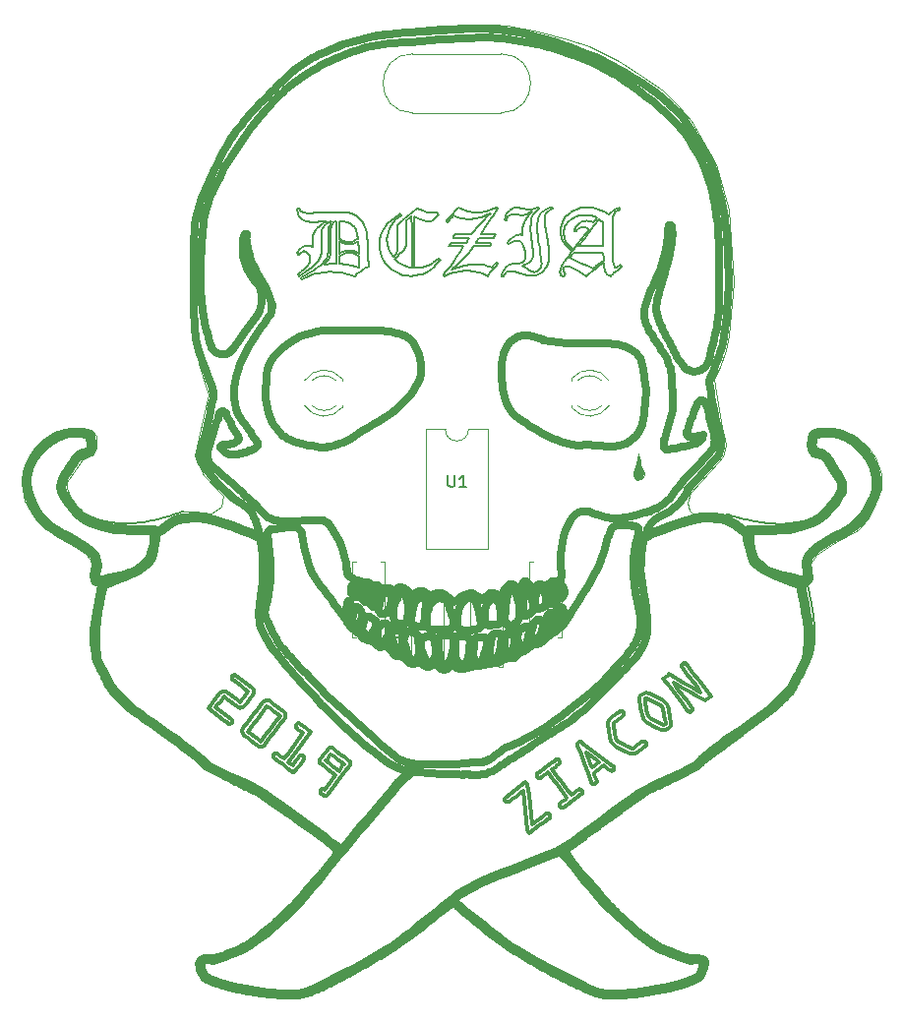
<source format=gbr>
G04 #@! TF.GenerationSoftware,KiCad,Pcbnew,(5.1.0-0)*
G04 #@! TF.CreationDate,2019-04-03T12:05:29-07:00*
G04 #@! TF.ProjectId,ZiaconBadge,5a696163-6f6e-4426-9164-67652e6b6963,rev?*
G04 #@! TF.SameCoordinates,Original*
G04 #@! TF.FileFunction,Legend,Top*
G04 #@! TF.FilePolarity,Positive*
%FSLAX46Y46*%
G04 Gerber Fmt 4.6, Leading zero omitted, Abs format (unit mm)*
G04 Created by KiCad (PCBNEW (5.1.0-0)) date 2019-04-03 12:05:29*
%MOMM*%
%LPD*%
G04 APERTURE LIST*
%ADD10C,0.160000*%
%ADD11C,0.100000*%
%ADD12C,0.314100*%
%ADD13C,0.050000*%
%ADD14C,0.698000*%
%ADD15C,0.872500*%
%ADD16C,0.200000*%
%ADD17C,0.120000*%
%ADD18C,0.150000*%
G04 APERTURE END LIST*
D10*
X93338468Y-42846902D02*
X93304260Y-42988885D01*
X98857950Y-42236013D02*
X98659720Y-42450356D01*
X99093314Y-42028481D02*
X98857950Y-42236013D01*
X94954508Y-42525881D02*
X94689737Y-42428835D01*
X95169327Y-42661745D02*
X94954508Y-42525881D01*
X91713928Y-44436910D02*
X91711490Y-44334597D01*
X92605728Y-45965481D02*
X92779920Y-45777306D01*
X90400968Y-41269167D02*
X90446866Y-41269167D01*
X111010379Y-41200320D02*
X111117764Y-41151980D01*
X110911417Y-41239870D02*
X111010379Y-41200320D01*
X110820804Y-41270632D02*
X110911417Y-41239870D01*
X110738468Y-41292605D02*
X110820804Y-41270632D01*
X110657095Y-41307986D02*
X110738468Y-41292605D01*
X110569425Y-41318972D02*
X110657095Y-41307986D01*
X110475455Y-41325564D02*
X110569425Y-41318972D01*
X98674405Y-45452761D02*
X98779874Y-45360879D01*
X98436884Y-45095302D02*
X98674405Y-45452761D01*
X116047061Y-42253347D02*
X116118546Y-42155788D01*
X115975577Y-42350905D02*
X116047061Y-42253347D01*
X115904093Y-42448464D02*
X115975577Y-42350905D01*
X113361905Y-46675417D02*
X113404520Y-46750378D01*
X113329379Y-46616128D02*
X113361905Y-46675417D01*
X113306192Y-46559255D02*
X113329379Y-46616128D01*
X113292307Y-46504800D02*
X113306192Y-46559255D01*
X92306070Y-42401028D02*
X92038501Y-42413463D01*
X115356729Y-46180837D02*
X115852921Y-46394753D01*
X114860538Y-45966921D02*
X115356729Y-46180837D01*
X114364346Y-45753005D02*
X114860538Y-45966921D01*
X113868155Y-45539089D02*
X114364346Y-45753005D01*
X113957022Y-45417898D02*
X113868155Y-45539089D01*
X114045889Y-45296706D02*
X113957022Y-45417898D01*
X114134757Y-45175515D02*
X114045889Y-45296706D01*
X114223624Y-45054323D02*
X114134757Y-45175515D01*
X116190030Y-42058230D02*
X116190030Y-42058230D01*
X116118546Y-42155788D02*
X116190030Y-42058230D01*
X103888272Y-43653933D02*
X103924893Y-43578737D01*
X103851651Y-43729128D02*
X103888272Y-43653933D01*
X103815030Y-43804323D02*
X103851651Y-43729128D01*
X91697250Y-46966851D02*
X91409512Y-47079446D01*
X113809647Y-44470281D02*
X114188468Y-44790066D01*
X113539151Y-44127590D02*
X113809647Y-44470281D01*
X113376907Y-43761938D02*
X113539151Y-44127590D01*
X113322843Y-43373269D02*
X113376907Y-43761938D01*
X113336984Y-43185110D02*
X113322843Y-43373269D01*
X109332901Y-46739138D02*
X109109366Y-46684206D01*
X109597452Y-46816042D02*
X109332901Y-46739138D01*
X109930997Y-46915136D02*
X109597452Y-46816042D01*
X110213272Y-46985940D02*
X109930997Y-46915136D01*
X110444278Y-47028435D02*
X110213272Y-46985940D01*
X92902530Y-45600612D02*
X92987268Y-45418056D01*
X102537686Y-41778933D02*
X102376553Y-41932741D01*
X102521573Y-41743288D02*
X102537686Y-41778933D01*
X103090421Y-47069948D02*
X103064542Y-47035280D01*
X103360471Y-46959249D02*
X103090421Y-47069948D01*
X109764249Y-43511355D02*
X109779996Y-43207296D01*
X109726523Y-43509673D02*
X109764249Y-43511355D01*
X109691837Y-43508449D02*
X109726523Y-43509673D01*
X109660153Y-43507702D02*
X109691837Y-43508449D01*
X109631436Y-43507448D02*
X109660153Y-43507702D01*
X109451621Y-43518514D02*
X109631436Y-43507448D01*
X109283634Y-43551736D02*
X109451621Y-43518514D01*
X109127438Y-43607149D02*
X109283634Y-43551736D01*
X108982999Y-43684792D02*
X109127438Y-43607149D01*
X108848593Y-43784142D02*
X108982999Y-43684792D01*
X109190805Y-44026623D02*
X109123380Y-44037258D01*
X109257608Y-44023073D02*
X109190805Y-44026623D01*
X109409573Y-44039187D02*
X109257608Y-44023073D01*
X93088468Y-44164480D02*
X93085022Y-44032311D01*
X97834561Y-45726198D02*
X97677307Y-45399575D01*
X98031479Y-46031582D02*
X97834561Y-45726198D01*
X116312491Y-46053737D02*
X116542276Y-45883230D01*
X116082706Y-46224245D02*
X116312491Y-46053737D01*
X115852921Y-46394753D02*
X116082706Y-46224245D01*
X114219327Y-41429323D02*
X114509433Y-41307958D01*
X113949197Y-41580718D02*
X114219327Y-41429323D01*
X113715323Y-41757473D02*
X113949197Y-41580718D01*
X91655777Y-44528237D02*
X91717374Y-44546511D01*
X90940616Y-42276980D02*
X90816431Y-42214141D01*
X91409512Y-47079446D02*
X91113498Y-47215368D01*
X108906290Y-41284963D02*
X109123496Y-41220385D01*
X108714938Y-41392571D02*
X108906290Y-41284963D01*
X108549405Y-41543191D02*
X108714938Y-41392571D01*
X108451187Y-41678252D02*
X108549405Y-41543191D01*
X108371573Y-41836770D02*
X108451187Y-41678252D01*
X92522403Y-43104446D02*
X92492850Y-43255163D01*
X115490030Y-45054323D02*
X114856827Y-45054323D01*
X116123233Y-45054323D02*
X115490030Y-45054323D01*
X116756436Y-45054323D02*
X116123233Y-45054323D01*
X116760343Y-45218923D02*
X116756436Y-45054323D01*
X116764249Y-45383523D02*
X116760343Y-45218923D01*
X116768155Y-45548122D02*
X116764249Y-45383523D01*
X116772061Y-45712722D02*
X116768155Y-45548122D01*
X116542276Y-45883230D02*
X116772061Y-45712722D01*
X91137125Y-44478127D02*
X91286319Y-44468386D01*
X95506110Y-43927004D02*
X95623624Y-43851198D01*
X95396451Y-43990359D02*
X95506110Y-43927004D01*
X99002530Y-42663698D02*
X99420987Y-42315066D01*
X99002530Y-43101198D02*
X99002530Y-42663698D01*
X106840616Y-43503542D02*
X107155948Y-43503542D01*
X106525284Y-43503542D02*
X106840616Y-43503542D01*
X114291593Y-43132448D02*
X114299283Y-43066060D01*
X114292978Y-43149294D02*
X114291593Y-43132448D01*
X114297110Y-43164675D02*
X114292978Y-43149294D01*
X114303952Y-43178591D02*
X114297110Y-43164675D01*
X114313468Y-43191042D02*
X114303952Y-43178591D01*
X114324741Y-43201296D02*
X114313468Y-43191042D01*
X114336270Y-43208620D02*
X114324741Y-43201296D01*
X93565030Y-42351198D02*
X93487909Y-42488994D01*
X93055158Y-42484829D02*
X92877310Y-42612380D01*
X90899991Y-41594335D02*
X91037686Y-41628518D01*
X98503360Y-42261404D02*
X98855991Y-41987954D01*
X98212180Y-42538735D02*
X98503360Y-42261404D01*
X91331558Y-42382448D02*
X91127271Y-42338503D01*
X110624014Y-47042605D02*
X110444278Y-47028435D01*
X110774606Y-47030633D02*
X110624014Y-47042605D01*
X110933438Y-46994729D02*
X110774606Y-47030633D01*
X95724725Y-46091958D02*
X95727164Y-45903982D01*
X95721280Y-46351198D02*
X95724725Y-46091958D01*
X114841397Y-43898659D02*
X115167862Y-43452956D01*
X114514932Y-44344362D02*
X114841397Y-43898659D01*
X114188468Y-44790066D02*
X114514932Y-44344362D01*
X91380850Y-44473244D02*
X91431394Y-44479345D01*
X106808292Y-46226223D02*
X106972574Y-46295788D01*
X106651480Y-46169439D02*
X106808292Y-46226223D01*
X90724472Y-41498424D02*
X90791593Y-41546511D01*
X93506418Y-41585818D02*
X93818936Y-41574831D01*
X108050382Y-47098269D02*
X108012784Y-47083132D01*
X108087979Y-47113405D02*
X108050382Y-47098269D01*
X108125577Y-47128542D02*
X108087979Y-47113405D01*
X106977139Y-44519167D02*
X106627139Y-44519167D01*
X107009854Y-44446902D02*
X106977139Y-44519167D01*
X90667569Y-41436184D02*
X90724472Y-41498424D01*
X99418872Y-44992037D02*
X99233218Y-45175808D01*
X99576163Y-44819948D02*
X99418872Y-44992037D01*
X92490811Y-43767946D02*
X92498624Y-44114577D01*
X91113498Y-47215368D02*
X90809171Y-47374636D01*
X116599356Y-42358474D02*
X116566000Y-42324019D01*
X116642014Y-42404134D02*
X116599356Y-42358474D01*
X116693936Y-42460964D02*
X116642014Y-42404134D01*
X114223624Y-45054323D02*
X114223624Y-45054323D01*
X114856827Y-45054323D02*
X114223624Y-45054323D01*
X113140714Y-42688015D02*
X113230435Y-42432467D01*
X113086881Y-42953817D02*
X113140714Y-42688015D01*
X113068936Y-43229909D02*
X113086881Y-42953817D01*
X113083218Y-43466219D02*
X113068936Y-43229909D01*
X113126065Y-43690847D02*
X113083218Y-43466219D01*
X113197476Y-43903756D02*
X113126065Y-43690847D01*
X107568546Y-45872292D02*
X107597940Y-45900710D01*
X107462491Y-45998757D02*
X107568546Y-45872292D01*
X116422067Y-42209429D02*
X116347061Y-42156472D01*
X116479532Y-42251125D02*
X116422067Y-42209429D01*
X116519492Y-42281579D02*
X116479532Y-42251125D01*
X116541983Y-42300808D02*
X116519492Y-42281579D01*
X116566000Y-42324019D02*
X116541983Y-42300808D01*
X94518259Y-44108983D02*
X94612882Y-44128518D01*
X94427335Y-44081667D02*
X94518259Y-44108983D01*
X91314249Y-46185378D02*
X91403458Y-46041277D01*
X95294666Y-44041262D02*
X95396451Y-43990359D01*
X95200772Y-44079714D02*
X95294666Y-44041262D01*
X115691007Y-44484011D02*
X116215909Y-44484011D01*
X115166104Y-44484011D02*
X115691007Y-44484011D01*
X114641202Y-44484011D02*
X115166104Y-44484011D01*
X115067667Y-43902126D02*
X114641202Y-44484011D01*
X115494132Y-43320241D02*
X115067667Y-43902126D01*
X115920596Y-42738357D02*
X115494132Y-43320241D01*
X116347061Y-42156472D02*
X115920596Y-42738357D01*
X111138065Y-42124270D02*
X111207218Y-41942995D01*
X111088760Y-42334109D02*
X111138065Y-42124270D01*
X111059232Y-42572512D02*
X111088760Y-42334109D01*
X111049405Y-42839480D02*
X111059232Y-42572512D01*
X93297891Y-42351198D02*
X93272647Y-42351198D01*
X90809171Y-47374636D02*
X90780362Y-47337038D01*
X102428409Y-41636355D02*
X102450821Y-41636355D01*
X102405997Y-41636355D02*
X102428409Y-41636355D01*
X116717374Y-43472487D02*
X116705655Y-42966726D01*
X116729093Y-43978249D02*
X116717374Y-43472487D01*
X116740811Y-44484011D02*
X116729093Y-43978249D01*
X116215909Y-44484011D02*
X116740811Y-44484011D01*
X93818936Y-41574831D02*
X94049423Y-41568239D01*
X99789392Y-44221474D02*
X99782779Y-44345876D01*
X99791593Y-44069167D02*
X99789392Y-44221474D01*
X99270108Y-41718386D02*
X99270108Y-41718386D01*
X98855991Y-41987954D02*
X99270108Y-41718386D01*
X113517630Y-41959606D02*
X113715323Y-41757473D01*
X113356046Y-42187136D02*
X113517630Y-41959606D01*
X113230435Y-42432467D02*
X113356046Y-42187136D01*
X90586514Y-47068972D02*
X90557706Y-47030398D01*
X102000577Y-46459792D02*
X101816889Y-46591671D01*
X102176209Y-46306975D02*
X102000577Y-46459792D01*
X90556168Y-44824807D02*
X90650330Y-44713347D01*
X116693936Y-42460964D02*
X116693936Y-42460964D01*
X116705655Y-42966726D02*
X116693936Y-42460964D01*
X95600101Y-45287459D02*
X95486466Y-45221316D01*
X95721280Y-45366823D02*
X95600101Y-45287459D01*
X106798233Y-47069948D02*
X106552432Y-46957625D01*
X107020206Y-46798952D02*
X106798233Y-47069948D01*
X90650330Y-44713347D02*
X90755460Y-44624245D01*
X92907218Y-42351198D02*
X92595648Y-42380279D01*
X115734982Y-42390529D02*
X115904093Y-42448464D01*
X115575137Y-42349148D02*
X115734982Y-42390529D01*
X115424594Y-42324319D02*
X115575137Y-42349148D01*
X115283389Y-42316042D02*
X115424594Y-42324319D01*
X90620920Y-41359771D02*
X90667569Y-41436184D01*
X101637882Y-46190066D02*
X101870795Y-46078994D01*
X101400916Y-46274261D02*
X101637882Y-46190066D01*
X107396085Y-43653933D02*
X107358487Y-43729128D01*
X107433682Y-43578737D02*
X107396085Y-43653933D01*
X115152219Y-42324352D02*
X115283389Y-42316042D01*
X115024161Y-42349270D02*
X115152219Y-42324352D01*
X114899252Y-42390777D02*
X115024161Y-42349270D01*
X114777530Y-42448855D02*
X114899252Y-42390777D01*
X114664743Y-42520370D02*
X114777530Y-42448855D01*
X105206827Y-43804323D02*
X104858878Y-43804323D01*
X105137051Y-43910769D02*
X105206827Y-43804323D01*
X107626553Y-41201784D02*
X107656339Y-41226687D01*
X107596768Y-41176882D02*
X107626553Y-41201784D01*
X108536209Y-41940047D02*
X108483780Y-42026980D01*
X108601749Y-41870730D02*
X108536209Y-41940047D01*
X108682102Y-41817779D02*
X108601749Y-41870730D01*
X91957526Y-46045678D02*
X91616861Y-46338186D01*
X114548367Y-43018679D02*
X114437686Y-43151980D01*
X114673624Y-42923464D02*
X114548367Y-43018679D01*
X114813529Y-42866335D02*
X114673624Y-42923464D01*
X113379434Y-42999148D02*
X113336984Y-43185110D01*
X113450229Y-42815383D02*
X113379434Y-42999148D01*
X113549405Y-42633816D02*
X113450229Y-42815383D01*
X113676981Y-42461513D02*
X113549405Y-42633816D01*
X113833487Y-42305837D02*
X113676981Y-42461513D01*
X114018851Y-42166787D02*
X113833487Y-42305837D01*
X114232999Y-42044362D02*
X114018851Y-42166787D01*
X114465402Y-41944500D02*
X114232999Y-42044362D01*
X101151480Y-46334377D02*
X101400916Y-46274261D01*
X100889630Y-46370434D02*
X101151480Y-46334377D01*
X93260343Y-43385573D02*
X93268155Y-43770046D01*
X93265216Y-43258202D02*
X93260343Y-43385573D01*
X90780362Y-47337038D02*
X90751553Y-47299441D01*
X90496182Y-45210085D02*
X90464444Y-45178347D01*
X113483115Y-46242312D02*
X113433048Y-46255495D01*
X113537686Y-46237917D02*
X113483115Y-46242312D01*
X113816818Y-46289919D02*
X113537686Y-46237917D01*
X104085733Y-46728152D02*
X103858090Y-46788314D01*
X104308392Y-46682891D02*
X104085733Y-46728152D01*
X90600321Y-45157812D02*
X90527921Y-45241823D01*
X92181827Y-45801784D02*
X91957526Y-46045678D01*
X91286319Y-44468386D02*
X91332504Y-44469597D01*
X93373624Y-42351198D02*
X93348380Y-42351198D01*
X92109528Y-42959511D02*
X92318619Y-42760915D01*
X94659854Y-44888821D02*
X94764658Y-44878185D01*
X94559445Y-44906524D02*
X94659854Y-44888821D01*
X93275968Y-44154519D02*
X93283780Y-44538991D01*
X93268155Y-43770046D02*
X93275968Y-44154519D01*
X94049423Y-41568239D02*
X94197843Y-41566042D01*
X91001529Y-46510036D02*
X91185089Y-46337673D01*
X91127271Y-42338503D02*
X90940616Y-42276980D01*
X96175037Y-46470095D02*
X95860220Y-46686159D01*
X94197843Y-41566042D02*
X94509958Y-41579958D01*
X95713858Y-45124636D02*
X95697891Y-44859987D01*
X95589487Y-45058135D02*
X95713858Y-45124636D01*
X91792960Y-42417605D02*
X91553461Y-42408816D01*
X106671671Y-43804323D02*
X106347061Y-43804323D01*
X106996280Y-43804323D02*
X106671671Y-43804323D01*
X94010343Y-42726198D02*
X94010343Y-43101198D01*
X94010343Y-42351198D02*
X94010343Y-42726198D01*
X92038501Y-42413463D02*
X91792960Y-42417605D01*
X90473029Y-44958642D02*
X90556168Y-44824807D01*
X107320889Y-43804323D02*
X106996280Y-43804323D01*
X107358487Y-43729128D02*
X107320889Y-43804323D01*
X92318619Y-42760915D02*
X92584509Y-42558144D01*
X104268839Y-44230105D02*
X104598282Y-44230105D01*
X103939395Y-44230105D02*
X104268839Y-44230105D01*
X95380374Y-45168355D02*
X95281827Y-45128542D01*
X95486466Y-45221316D02*
X95380374Y-45168355D01*
X93304260Y-42988885D02*
X93279849Y-43125979D01*
X93111905Y-41601198D02*
X93506418Y-41585818D01*
X110657852Y-45568972D02*
X110573740Y-45729372D01*
X110708347Y-45383669D02*
X110657852Y-45568972D01*
X110725186Y-45173464D02*
X110708347Y-45383669D01*
X100258389Y-43007302D02*
X100248624Y-41890066D01*
X100268155Y-44124538D02*
X100258389Y-43007302D01*
X93136514Y-42890456D02*
X93172327Y-42768871D01*
X91400968Y-41655886D02*
X91608975Y-41652477D01*
X101893155Y-42394167D02*
X101558255Y-42338024D01*
X102054288Y-42240359D02*
X101893155Y-42394167D01*
X104162979Y-43804323D02*
X103815030Y-43804323D01*
X104510928Y-43804323D02*
X104162979Y-43804323D01*
X104858878Y-43804323D02*
X104510928Y-43804323D01*
X94463468Y-44931277D02*
X94559445Y-44906524D01*
X94364844Y-44965551D02*
X94463468Y-44931277D01*
X99270108Y-41718386D02*
X99294034Y-41745730D01*
X94010343Y-46019167D02*
X94010343Y-46019167D01*
X91963468Y-41642238D02*
X92464444Y-41625152D01*
X111966586Y-46023345D02*
X111865811Y-46244167D01*
X112038614Y-45776906D02*
X111966586Y-46023345D01*
X112081857Y-45504870D02*
X112038614Y-45776906D01*
X112096280Y-45207253D02*
X112081857Y-45504870D01*
X90620941Y-42039318D02*
X90549600Y-41927370D01*
X112398038Y-41219362D02*
X112415128Y-41253054D01*
X112380948Y-41185671D02*
X112398038Y-41219362D01*
X112363858Y-41151980D02*
X112380948Y-41185671D01*
X91484171Y-44487917D02*
X91539176Y-44498940D01*
X107242178Y-46527956D02*
X107020206Y-46798952D01*
X107464151Y-46256960D02*
X107242178Y-46527956D01*
X95080801Y-44887820D02*
X95178470Y-44904299D01*
X94979251Y-44877932D02*
X95080801Y-44887820D01*
X100134366Y-41989089D02*
X100020108Y-42088112D01*
X100248624Y-41890066D02*
X100134366Y-41989089D01*
X99002530Y-44413698D02*
X99002530Y-43976198D01*
X98999600Y-44678216D02*
X99002530Y-44413698D01*
X92493454Y-45077923D02*
X92431094Y-45333596D01*
X91345889Y-45130300D02*
X91257559Y-45047500D01*
X91067716Y-44952871D02*
X90966202Y-44941042D01*
X98955655Y-45130495D02*
X98976163Y-45036596D01*
X98920499Y-45199746D02*
X98955655Y-45130495D01*
X100428311Y-41917605D02*
X100438077Y-43032839D01*
X100825833Y-42099761D02*
X100428311Y-41917605D01*
X91159851Y-46679290D02*
X90586514Y-47068972D01*
X90500089Y-46953249D02*
X90471280Y-46914675D01*
X93487909Y-42488994D02*
X93424429Y-42617580D01*
X90763587Y-46702395D02*
X91001529Y-46510036D01*
X94873819Y-44874636D02*
X94979251Y-44877932D01*
X94764658Y-44878185D02*
X94873819Y-44874636D01*
X95340204Y-42852541D02*
X95169327Y-42661745D01*
X95472867Y-43114382D02*
X95340204Y-42852541D01*
X103609952Y-44230105D02*
X103939395Y-44230105D01*
X103574307Y-44302370D02*
X103609952Y-44230105D01*
X106659561Y-41503542D02*
X106857541Y-41444985D01*
X106470371Y-41546239D02*
X106659561Y-41503542D01*
X106279532Y-41576760D02*
X106470371Y-41546239D01*
X106087009Y-41595086D02*
X106279532Y-41576760D01*
X99317960Y-41773073D02*
X99341885Y-41800417D01*
X99294034Y-41745730D02*
X99317960Y-41773073D01*
X95424066Y-46269063D02*
X95721280Y-46351198D01*
X95169058Y-46202273D02*
X95424066Y-46269063D01*
X104131192Y-45436037D02*
X104408304Y-45019890D01*
X103906741Y-45767626D02*
X104131192Y-45436037D01*
X91608975Y-41652477D02*
X91963468Y-41642238D01*
X94010343Y-45140261D02*
X94010343Y-45140261D01*
X94010343Y-44871706D02*
X94010343Y-45140261D01*
X105002921Y-46624636D02*
X104766968Y-46631115D01*
X105238248Y-46630974D02*
X105002921Y-46624636D01*
X104322159Y-43503542D02*
X104682803Y-43503542D01*
X103961514Y-43503542D02*
X104322159Y-43503542D01*
X103924893Y-43578737D02*
X103961514Y-43503542D01*
X92327207Y-45574877D02*
X92181827Y-45801784D01*
X103496719Y-42282741D02*
X103374405Y-42428933D01*
X103619034Y-42136550D02*
X103496719Y-42282741D01*
X103741348Y-41990359D02*
X103619034Y-42136550D01*
X92431094Y-45333596D02*
X92327207Y-45574877D01*
X90493308Y-41796154D02*
X90449796Y-41642727D01*
X92102530Y-46376198D02*
X92379938Y-46165118D01*
X91957218Y-43153933D02*
X92109528Y-42959511D01*
X91403458Y-46041277D02*
X91467178Y-45893752D01*
X101202481Y-42239895D02*
X100825833Y-42099761D01*
X101558255Y-42338024D02*
X101202481Y-42239895D01*
X92498624Y-44114577D02*
X92506436Y-44461208D01*
X99905850Y-42187136D02*
X99791593Y-42286159D01*
X100020108Y-42088112D02*
X99905850Y-42187136D01*
X94256461Y-45011819D02*
X94364844Y-44965551D01*
X94138300Y-45070061D02*
X94256461Y-45011819D01*
X113287686Y-46452761D02*
X113292307Y-46504800D01*
X113291348Y-46408562D02*
X113287686Y-46452761D01*
X113302335Y-46369729D02*
X113291348Y-46408562D01*
X106432608Y-44230105D02*
X106770303Y-44230105D01*
X106094913Y-44230105D02*
X106432608Y-44230105D01*
X113320645Y-46336278D02*
X113302335Y-46369729D01*
X113346280Y-46308230D02*
X113320645Y-46336278D01*
X113387448Y-46277468D02*
X113346280Y-46308230D01*
X113433048Y-46255495D02*
X113387448Y-46277468D01*
X90816568Y-44974001D02*
X90770499Y-44999636D01*
X92464444Y-41625152D02*
X93111905Y-41601198D01*
X90400968Y-41269167D02*
X90400968Y-41269167D01*
X91204678Y-41649041D02*
X91400968Y-41655886D01*
X94375015Y-42370608D02*
X94010343Y-42351198D01*
X94689737Y-42428835D02*
X94375015Y-42370608D01*
X111720999Y-42401076D02*
X111755362Y-42733523D01*
X111709561Y-42149636D02*
X111720999Y-42401076D01*
X111719309Y-41988503D02*
X111709561Y-42149636D01*
X111748575Y-41844655D02*
X111719309Y-41988503D01*
X111797397Y-41718093D02*
X111748575Y-41844655D01*
X111865811Y-41608816D02*
X111797397Y-41718093D01*
X111959696Y-41513311D02*
X111865811Y-41608816D01*
X112085440Y-41427785D02*
X111959696Y-41513311D01*
X112242972Y-41352257D02*
X112085440Y-41427785D01*
X112432218Y-41286745D02*
X112242972Y-41352257D01*
X112415128Y-41253054D02*
X112432218Y-41286745D01*
X113115811Y-46991823D02*
X113078159Y-46935174D01*
X113147531Y-47026031D02*
X113115811Y-46991823D01*
X113184122Y-47050442D02*
X113147531Y-47026031D01*
X113225620Y-47065075D02*
X113184122Y-47050442D01*
X113272061Y-47069948D02*
X113225620Y-47065075D01*
X99365811Y-41827761D02*
X99093314Y-42028481D01*
X99341885Y-41800417D02*
X99365811Y-41827761D01*
X99271820Y-46008437D02*
X99448038Y-46111159D01*
X99101187Y-45885427D02*
X99271820Y-46008437D01*
X93095801Y-44623818D02*
X93094351Y-44493630D01*
X91037686Y-41628518D02*
X91204678Y-41649041D01*
X90449796Y-41642727D02*
X90419028Y-41467071D01*
X94237543Y-46039779D02*
X94442496Y-46062624D01*
X94010343Y-46019167D02*
X94237543Y-46039779D01*
X94010343Y-45856081D02*
X94010343Y-46019167D01*
X94010343Y-45692995D02*
X94010343Y-45856081D01*
X91711490Y-44334597D02*
X91710040Y-44239608D01*
X91710040Y-44239608D02*
X91709561Y-44151980D01*
X94193741Y-46809182D02*
X93664414Y-46744012D01*
X95681925Y-44595339D02*
X95665958Y-44330691D01*
X95697891Y-44859987D02*
X95681925Y-44595339D01*
X94509958Y-41579958D02*
X94797940Y-41621706D01*
X90557706Y-47030398D02*
X90528897Y-46991823D01*
X91467178Y-45893752D02*
X91505411Y-45742821D01*
X98131436Y-43929323D02*
X98165381Y-44333584D01*
X98154395Y-43595818D02*
X98131436Y-43929323D01*
X93096280Y-44731081D02*
X93095801Y-44623818D01*
X94978961Y-45066277D02*
X94869718Y-45062136D01*
X95084049Y-45078713D02*
X94978961Y-45066277D01*
X90751553Y-47299441D02*
X90722745Y-47261843D01*
X95589313Y-46886111D02*
X95362296Y-47069948D01*
X94797940Y-41621706D02*
X95061752Y-41691286D01*
X97602017Y-43573904D02*
X97760529Y-43189126D01*
X97506897Y-43974282D02*
X97602017Y-43573904D01*
X104550259Y-45718899D02*
X104162384Y-46091973D01*
X104842737Y-45430236D02*
X104550259Y-45718899D01*
X103679093Y-46549441D02*
X104250781Y-46331145D01*
X104162384Y-46091973D02*
X103679093Y-46549441D01*
X100615421Y-46382448D02*
X100889630Y-46370434D01*
X100578409Y-46381472D02*
X100615421Y-46382448D01*
X113036551Y-46621819D02*
X113056632Y-46519631D01*
X113029874Y-46718386D02*
X113036551Y-46621819D01*
X113035227Y-46798437D02*
X113029874Y-46718386D01*
X113051309Y-46870705D02*
X113035227Y-46798437D01*
X113078159Y-46935174D02*
X113051309Y-46870705D01*
X90527921Y-45241823D02*
X90496182Y-45210085D01*
X90755460Y-44624245D02*
X90871695Y-44556057D01*
X114348020Y-43213015D02*
X114336270Y-43208620D01*
X114359952Y-43214480D02*
X114348020Y-43213015D01*
X114379349Y-43210564D02*
X114359952Y-43214480D01*
X114398819Y-43198830D02*
X114379349Y-43210564D01*
X114418289Y-43179296D02*
X114398819Y-43198830D01*
X114437686Y-43151980D02*
X114418289Y-43179296D01*
X93223795Y-42638479D02*
X93290900Y-42499261D01*
X91505411Y-45742821D02*
X91518155Y-45588503D01*
X100541397Y-46380495D02*
X100578409Y-46381472D01*
X100504385Y-46379519D02*
X100541397Y-46380495D01*
X107107999Y-44230105D02*
X107075284Y-44302370D01*
X106770303Y-44230105D02*
X107107999Y-44230105D01*
X91332504Y-44469597D02*
X91380850Y-44473244D01*
X93084137Y-43389455D02*
X93094595Y-43190456D01*
X93172327Y-42768871D02*
X93223795Y-42638479D01*
X92257883Y-46809633D02*
X91976749Y-46877566D01*
X92482999Y-43421316D02*
X92490811Y-43767946D01*
X105404093Y-43503542D02*
X105539798Y-43305276D01*
X105043448Y-43503542D02*
X105404093Y-43503542D01*
X104682803Y-43503542D02*
X105043448Y-43503542D01*
X98990811Y-44885842D02*
X98999600Y-44678216D01*
X98976163Y-45036596D02*
X98990811Y-44885842D01*
X90528897Y-46991823D02*
X90500089Y-46953249D01*
X105888858Y-46726198D02*
X105681217Y-46681737D01*
X106097745Y-46785787D02*
X105888858Y-46726198D01*
X96533780Y-46237917D02*
X96175037Y-46470095D01*
X93291593Y-44923464D02*
X93282367Y-45072469D01*
X93283780Y-44538991D02*
X93291593Y-44923464D01*
X94711166Y-44140252D02*
X94813077Y-44144167D01*
X94612882Y-44128518D02*
X94711166Y-44140252D01*
X104535465Y-46650539D02*
X104308392Y-46682891D01*
X104766968Y-46631115D02*
X104535465Y-46650539D01*
X103038663Y-47000612D02*
X103012784Y-46965945D01*
X103064542Y-47035280D02*
X103038663Y-47000612D01*
X93290900Y-42499261D02*
X93373624Y-42351198D01*
X91431394Y-44479345D02*
X91484171Y-44487917D01*
X95061752Y-41691286D02*
X95301358Y-41788698D01*
X101960709Y-41619240D02*
X102164850Y-41632073D01*
X101771179Y-41597875D02*
X101960709Y-41619240D01*
X93348380Y-42351198D02*
X93323135Y-42351198D01*
X95301358Y-41788698D02*
X95518259Y-41914928D01*
X91596378Y-44512380D02*
X91655777Y-44528237D01*
X104806851Y-46175197D02*
X105347284Y-46081615D01*
X104250781Y-46331145D02*
X104806851Y-46175197D01*
X95184998Y-45099462D02*
X95084049Y-45078713D01*
X95281827Y-45128542D02*
X95184998Y-45099462D01*
X90722745Y-47261843D02*
X90693936Y-47224245D01*
X90464444Y-45178347D02*
X90432706Y-45146609D01*
X92550772Y-46761111D02*
X92257883Y-46809633D01*
X95518259Y-41914928D02*
X95713956Y-42070949D01*
X91518155Y-45588503D02*
X91507388Y-45458983D01*
X93254703Y-45222976D02*
X93208618Y-45374947D01*
X93282367Y-45072469D02*
X93254703Y-45222976D01*
X100182218Y-47069948D02*
X99828128Y-47048229D01*
X100424866Y-47059551D02*
X100182218Y-47069948D01*
X99791593Y-43623415D02*
X99791593Y-44069167D01*
X99791593Y-43177663D02*
X99791593Y-43623415D01*
X93323135Y-42351198D02*
X93297891Y-42351198D01*
X92595648Y-42380279D02*
X92306070Y-42401028D01*
X100447843Y-44148073D02*
X100457608Y-45263308D01*
X100438077Y-43032839D02*
X100447843Y-44148073D01*
X110031790Y-45478405D02*
X110041593Y-45319948D01*
X110002432Y-45613918D02*
X110031790Y-45478405D01*
X109953592Y-45726470D02*
X110002432Y-45613918D01*
X109885343Y-45816042D02*
X109953592Y-45726470D01*
X109790054Y-45887603D02*
X109885343Y-45816042D01*
X109660635Y-45942043D02*
X109790054Y-45887603D01*
X109497086Y-45979381D02*
X109660635Y-45942043D01*
X109299405Y-45999636D02*
X109497086Y-45979381D01*
X109097250Y-46016479D02*
X109299405Y-45999636D01*
X108920841Y-46043557D02*
X109097250Y-46016479D01*
X108770139Y-46080852D02*
X108920841Y-46043557D01*
X108645108Y-46128347D02*
X108770139Y-46080852D01*
X108534280Y-46190960D02*
X108645108Y-46128347D01*
X108426749Y-46273586D02*
X108534280Y-46190960D01*
X108322440Y-46376171D02*
X108426749Y-46273586D01*
X108221280Y-46498659D02*
X108322440Y-46376171D01*
X108148770Y-46610360D02*
X108221280Y-46498659D01*
X108083585Y-46742458D02*
X108148770Y-46610360D01*
X107686124Y-41251589D02*
X107518546Y-41479519D01*
X107656339Y-41226687D02*
X107686124Y-41251589D01*
X93144132Y-45528347D02*
X93075507Y-45649822D01*
X93208618Y-45374947D02*
X93144132Y-45528347D01*
X93094595Y-43190456D02*
X93112048Y-43024123D01*
X99019183Y-45371297D02*
X98776749Y-45578542D01*
X99233218Y-45175808D02*
X99019183Y-45371297D01*
X92584509Y-42558144D02*
X92907218Y-42351198D01*
X110492764Y-43203737D02*
X110500089Y-43340194D01*
X110488370Y-43057027D02*
X110492764Y-43203737D01*
X110486905Y-42900027D02*
X110488370Y-43057027D01*
X97982413Y-42819948D02*
X98212180Y-42538735D01*
X97760529Y-43189126D02*
X97982413Y-42819948D01*
X92982144Y-45783987D02*
X92864063Y-45930858D01*
X93075507Y-45649822D02*
X92982144Y-45783987D01*
X101158780Y-46903737D02*
X100913165Y-46976427D01*
X101395972Y-46813607D02*
X101158780Y-46903737D01*
X91771500Y-43595827D02*
X91848895Y-43360580D01*
X114566641Y-42602175D02*
X114664743Y-42520370D01*
X114483261Y-42694234D02*
X114566641Y-42602175D01*
X114414639Y-42796511D02*
X114483261Y-42694234D01*
X114360806Y-42898055D02*
X114414639Y-42796511D01*
X114322354Y-42987917D02*
X114360806Y-42898055D01*
X114299283Y-43066060D02*
X114322354Y-42987917D01*
X107364444Y-41695730D02*
X107223819Y-41900222D01*
X107518546Y-41479519D02*
X107364444Y-41695730D01*
X92379938Y-46165118D02*
X92605728Y-45965481D01*
X92779920Y-45777306D02*
X92902530Y-45600612D01*
X99791593Y-42731911D02*
X99791593Y-43177663D01*
X99791593Y-42286159D02*
X99791593Y-42731911D01*
X92721280Y-46090456D02*
X92988571Y-46050976D01*
X92864063Y-45930858D02*
X92721280Y-46090456D01*
X93222354Y-46023342D02*
X93422592Y-46007537D01*
X92988571Y-46050976D02*
X93222354Y-46023342D01*
X90584561Y-41269167D02*
X90620920Y-41359771D01*
X97565006Y-45068044D02*
X97497638Y-44731606D01*
X97677307Y-45399575D02*
X97565006Y-45068044D01*
X93589249Y-46003542D02*
X93644718Y-46004519D01*
X93422592Y-46007537D02*
X93589249Y-46003542D01*
X91507388Y-45458983D02*
X91475089Y-45339406D01*
X94758539Y-45066277D02*
X94651480Y-45078713D01*
X94869718Y-45062136D02*
X94758539Y-45066277D01*
X98498624Y-42671511D02*
X98338007Y-42966894D01*
X98659720Y-42450356D02*
X98498624Y-42671511D01*
X102473233Y-41636355D02*
X102489346Y-41671999D01*
X102450821Y-41636355D02*
X102473233Y-41636355D01*
X99839444Y-41966433D02*
X100257901Y-41617800D01*
X99420987Y-42315066D02*
X99839444Y-41966433D01*
X95649991Y-44066042D02*
X95529031Y-44136242D01*
X95665958Y-44330691D02*
X95649991Y-44066042D01*
X102107828Y-45937966D02*
X102348999Y-45766982D01*
X101870795Y-46078994D02*
X102107828Y-45937966D01*
X95416641Y-44194485D02*
X95312821Y-44240752D01*
X95529031Y-44136242D02*
X95416641Y-44194485D01*
X103538663Y-44374636D02*
X103574307Y-44302370D01*
X103503018Y-44446902D02*
X103538663Y-44374636D01*
X94349820Y-45168355D02*
X94243253Y-45221316D01*
X94449796Y-45128542D02*
X94349820Y-45168355D01*
X105827176Y-42938186D02*
X105978702Y-42769362D01*
X105680850Y-43116823D02*
X105827176Y-42938186D01*
X105539798Y-43305276D02*
X105680850Y-43116823D01*
X94130093Y-45287459D02*
X94010343Y-45366823D01*
X94243253Y-45221316D02*
X94130093Y-45287459D01*
X90693936Y-47224245D02*
X91082779Y-47015905D01*
X106469522Y-42267678D02*
X106769827Y-41974364D01*
X106205838Y-42532683D02*
X106469522Y-42267678D01*
X105978702Y-42769362D02*
X106205838Y-42532683D01*
X92739124Y-42733852D02*
X92640616Y-42849245D01*
X91082779Y-47015905D02*
X91447159Y-46805129D01*
X105067276Y-44017214D02*
X105137051Y-43910769D01*
X104997501Y-44123659D02*
X105067276Y-44017214D01*
X98861905Y-45276540D02*
X98920499Y-45199746D01*
X98779874Y-45360879D02*
X98861905Y-45276540D01*
X107627335Y-45929128D02*
X107656729Y-45957546D01*
X107597940Y-45900710D02*
X107627335Y-45929128D01*
X92492850Y-43255163D02*
X92482999Y-43421316D01*
X107471280Y-43503542D02*
X107433682Y-43578737D01*
X107155948Y-43503542D02*
X107471280Y-43503542D01*
X93084161Y-44983291D02*
X93096280Y-44731081D01*
X92877310Y-42612380D02*
X92739124Y-42733852D01*
X107042569Y-44374636D02*
X107009854Y-44446902D01*
X107075284Y-44302370D02*
X107042569Y-44374636D01*
X93085022Y-44032311D02*
X93082584Y-43897707D01*
X91475089Y-45339406D02*
X91421256Y-45229827D01*
X97475186Y-44390261D02*
X97506897Y-43974282D01*
X97497638Y-44731606D02*
X97475186Y-44390261D01*
X98267203Y-44722243D02*
X98436884Y-45095302D01*
X98165381Y-44333584D02*
X98267203Y-44722243D01*
X90791593Y-41546511D02*
X90899991Y-41594335D01*
X99771735Y-44442373D02*
X99756241Y-44510964D01*
X99782779Y-44345876D02*
X99771735Y-44442373D01*
X99730356Y-44584539D02*
X99691690Y-44660549D01*
X99756241Y-44510964D02*
X99730356Y-44584539D01*
X109974259Y-44718386D02*
X109890146Y-44479110D01*
X110024753Y-44998678D02*
X109974259Y-44718386D01*
X110041593Y-45319948D02*
X110024753Y-44998678D01*
X111392178Y-45514333D02*
X111337247Y-45124428D01*
X111425137Y-45821694D02*
X111392178Y-45514333D01*
X111436124Y-46046511D02*
X111425137Y-45821694D01*
X93700186Y-46005495D02*
X93755655Y-46006472D01*
X93644718Y-46004519D02*
X93700186Y-46005495D01*
X95724725Y-45513308D02*
X95721280Y-45366823D01*
X95727164Y-45624636D02*
X95724725Y-45513308D01*
X103467374Y-44519167D02*
X103503018Y-44446902D01*
X103785050Y-44519167D02*
X103467374Y-44519167D01*
X99002530Y-43538698D02*
X99002530Y-43101198D01*
X99002530Y-43976198D02*
X99002530Y-43538698D01*
X108911148Y-44115200D02*
X108823917Y-44165114D01*
X108986514Y-44079714D02*
X108911148Y-44115200D01*
X109055295Y-44054961D02*
X108986514Y-44079714D01*
X109123380Y-44037258D02*
X109055295Y-44054961D01*
X90446866Y-41269167D02*
X90492764Y-41269167D01*
X111424771Y-46191643D02*
X111436124Y-46046511D01*
X111390714Y-46322365D02*
X111424771Y-46191643D01*
X111333951Y-46438695D02*
X111390714Y-46322365D01*
X107096671Y-42092995D02*
X106950925Y-42321441D01*
X107223819Y-41900222D02*
X107096671Y-42092995D01*
X93664414Y-46744012D02*
X93171671Y-46722292D01*
X100676358Y-41269167D02*
X100953113Y-41374306D01*
X100257901Y-41617800D02*
X100676358Y-41269167D01*
X95217569Y-44275027D02*
X95124432Y-44299779D01*
X95312821Y-44240752D02*
X95217569Y-44275027D01*
X93272647Y-42351198D02*
X93055158Y-42484829D01*
X115944162Y-41952245D02*
X115698770Y-41876565D01*
X116190030Y-42058230D02*
X115944162Y-41952245D01*
X118109952Y-41151980D02*
X118109952Y-41151980D01*
X117964719Y-41222405D02*
X118109952Y-41151980D01*
X117833145Y-41293069D02*
X117964719Y-41222405D01*
X117715268Y-41363988D02*
X117833145Y-41293069D01*
X117611124Y-41435183D02*
X117715268Y-41363988D01*
X90770499Y-44999636D02*
X90721610Y-45036736D01*
X108025723Y-46894991D02*
X108083585Y-46742458D01*
X107975186Y-47067995D02*
X108025723Y-46894991D01*
X108012784Y-47083132D02*
X107975186Y-47067995D01*
X103982901Y-41441530D02*
X104230264Y-41151980D01*
X103735538Y-41731081D02*
X103982901Y-41441530D01*
X103488175Y-42020632D02*
X103735538Y-41731081D01*
X103240811Y-42310183D02*
X103488175Y-42020632D01*
X103274210Y-42339870D02*
X103240811Y-42310183D01*
X103307608Y-42369558D02*
X103274210Y-42339870D01*
X103341007Y-42399245D02*
X103307608Y-42369558D01*
X103374405Y-42428933D02*
X103341007Y-42399245D01*
X102215421Y-42086550D02*
X102054288Y-42240359D01*
X102376553Y-41932741D02*
X102215421Y-42086550D01*
X95713956Y-42070949D02*
X95888413Y-42256743D01*
X93811124Y-46007448D02*
X93811124Y-45093386D01*
X93755655Y-46006472D02*
X93811124Y-46007448D01*
X94759689Y-46917821D02*
X94193741Y-46809182D01*
X110739957Y-41773327D02*
X110645108Y-41942995D01*
X110866300Y-41604153D02*
X110739957Y-41773327D01*
X111024136Y-41435454D02*
X110866300Y-41604153D01*
X111213468Y-41267214D02*
X111024136Y-41435454D01*
X111189542Y-41238405D02*
X111213468Y-41267214D01*
X111165616Y-41209597D02*
X111189542Y-41238405D01*
X111141690Y-41180788D02*
X111165616Y-41209597D01*
X111117764Y-41151980D02*
X111141690Y-41180788D01*
X108171939Y-47014867D02*
X108125577Y-47128542D01*
X108228995Y-46916115D02*
X108171939Y-47014867D01*
X108296744Y-46832268D02*
X108228995Y-46916115D01*
X108375186Y-46763308D02*
X108296744Y-46832268D01*
X108463883Y-46709475D02*
X108375186Y-46763308D01*
X108561807Y-46671023D02*
X108463883Y-46709475D01*
X108668961Y-46647951D02*
X108561807Y-46671023D01*
X109573184Y-41824856D02*
X109478000Y-41811431D01*
X109654526Y-41832897D02*
X109573184Y-41824856D01*
X109722061Y-41835573D02*
X109654526Y-41832897D01*
X109794943Y-41833010D02*
X109722061Y-41835573D01*
X93811124Y-44179323D02*
X93811124Y-43265261D01*
X93811124Y-45093386D02*
X93811124Y-44179323D01*
X102594327Y-45566042D02*
X102624112Y-45594851D01*
X102348999Y-45766982D02*
X102594327Y-45566042D01*
X94548560Y-45099462D02*
X94449796Y-45128542D01*
X94651480Y-45078713D02*
X94548560Y-45099462D01*
X110611905Y-44177370D02*
X110661411Y-44523842D01*
X110570383Y-43907369D02*
X110611905Y-44177370D01*
X110539591Y-43698855D02*
X110570383Y-43907369D01*
X91848895Y-43360580D02*
X91957218Y-43153933D01*
X102353580Y-46126272D02*
X102176209Y-46306975D01*
X102532672Y-45917699D02*
X102353580Y-46126272D01*
X111062589Y-43178329D02*
X111049405Y-42839480D01*
X111102139Y-43593386D02*
X111062589Y-43178329D01*
X111168057Y-44084615D02*
X111102139Y-43593386D01*
X111260343Y-44651980D02*
X111168057Y-44084615D01*
X111337247Y-45124428D02*
X111260343Y-44651980D01*
X99634879Y-46196194D02*
X99837100Y-46265847D01*
X99448038Y-46111159D02*
X99634879Y-46196194D01*
X107144327Y-46378152D02*
X107250382Y-46251687D01*
X106972574Y-46295788D02*
X107144327Y-46378152D01*
X102713468Y-45681277D02*
X102532672Y-45917699D01*
X102683682Y-45652468D02*
X102713468Y-45681277D01*
X100668521Y-47028371D02*
X100424866Y-47059551D01*
X100913165Y-46976427D02*
X100668521Y-47028371D01*
X110016812Y-46086053D02*
X109807999Y-46138308D01*
X110194425Y-46023049D02*
X110016812Y-46086053D01*
X110340836Y-45949316D02*
X110194425Y-46023049D01*
X110456046Y-45864870D02*
X110340836Y-45949316D01*
X110573740Y-45729372D02*
X110456046Y-45864870D01*
X95108966Y-44107912D02*
X95200772Y-44079714D01*
X95013736Y-44128054D02*
X95108966Y-44107912D01*
X106277139Y-44519167D02*
X105927139Y-44519167D01*
X106627139Y-44519167D02*
X106277139Y-44519167D01*
X101615347Y-46709597D02*
X101395972Y-46813607D01*
X101816889Y-46591671D02*
X101615347Y-46709597D01*
X90871695Y-44556057D02*
X90998917Y-44507351D01*
X110718088Y-45021889D02*
X110725186Y-45173464D01*
X110696817Y-44805349D02*
X110718088Y-45021889D01*
X110661411Y-44523842D02*
X110696817Y-44805349D01*
X93811124Y-42351198D02*
X93749600Y-42351198D01*
X93811124Y-43265261D02*
X93811124Y-42351198D01*
X110446280Y-46632839D02*
X110537241Y-46675393D01*
X110338309Y-46565456D02*
X110446280Y-46632839D01*
X110195987Y-46460573D02*
X110338309Y-46565456D01*
X110019241Y-46318191D02*
X110195987Y-46460573D01*
X109807999Y-46138308D02*
X110019241Y-46318191D01*
X105464346Y-46650002D02*
X105238248Y-46630974D01*
X105681217Y-46681737D02*
X105464346Y-46650002D01*
X90816431Y-42214141D02*
X90709879Y-42134914D01*
X91421256Y-45229827D02*
X91345889Y-45130300D01*
X115635831Y-46783816D02*
X115258389Y-47069948D01*
X116013272Y-46497683D02*
X115635831Y-46783816D01*
X116390714Y-46211550D02*
X116013272Y-46497683D01*
X116768155Y-45925417D02*
X116390714Y-46211550D01*
X116783023Y-46169350D02*
X116768155Y-45925417D01*
X116812393Y-46377614D02*
X116783023Y-46169350D01*
X116856265Y-46550210D02*
X116812393Y-46377614D01*
X116914639Y-46687136D02*
X116856265Y-46550210D01*
X116991104Y-46800399D02*
X116914639Y-46687136D01*
X117089835Y-46901980D02*
X116991104Y-46800399D01*
X117210831Y-46991842D02*
X117089835Y-46901980D01*
X117354093Y-47069948D02*
X117210831Y-46991842D01*
X117414639Y-47020241D02*
X117354093Y-47069948D01*
X117475186Y-46970534D02*
X117414639Y-47020241D01*
X117535733Y-46920827D02*
X117475186Y-46970534D01*
X117596280Y-46871120D02*
X117535733Y-46920827D01*
X117777921Y-46716237D02*
X117596280Y-46871120D01*
X117959561Y-46561355D02*
X117777921Y-46716237D01*
X118141202Y-46406472D02*
X117959561Y-46561355D01*
X118322843Y-46251589D02*
X118141202Y-46406472D01*
X118294034Y-46214968D02*
X118322843Y-46251589D01*
X118265225Y-46178347D02*
X118294034Y-46214968D01*
X118236417Y-46141726D02*
X118265225Y-46178347D01*
X118207608Y-46105105D02*
X118236417Y-46141726D01*
X118096500Y-46204198D02*
X118207608Y-46105105D01*
X118001065Y-46275002D02*
X118096500Y-46204198D01*
X117921304Y-46317498D02*
X118001065Y-46275002D01*
X117857218Y-46331667D02*
X117921304Y-46317498D01*
X117812094Y-46325075D02*
X117857218Y-46331667D01*
X117770450Y-46305300D02*
X117812094Y-46325075D01*
X117732248Y-46272341D02*
X117770450Y-46305300D01*
X117697452Y-46226198D02*
X117732248Y-46272341D01*
X117655991Y-46131200D02*
X117697452Y-46226198D01*
X117625333Y-45994729D02*
X117655991Y-46131200D01*
X117605441Y-45816765D02*
X117625333Y-45994729D01*
X117596280Y-45597292D02*
X117605441Y-45816765D01*
X117579678Y-44867849D02*
X117596280Y-45597292D01*
X117563077Y-44138405D02*
X117579678Y-44867849D01*
X117546475Y-43408962D02*
X117563077Y-44138405D01*
X117529874Y-42679519D02*
X117546475Y-43408962D01*
X117528110Y-42596023D02*
X117529874Y-42679519D01*
X117526895Y-42521316D02*
X117528110Y-42596023D01*
X117526193Y-42455398D02*
X117526895Y-42521316D01*
X117525968Y-42398269D02*
X117526193Y-42455398D01*
X117529349Y-42244347D02*
X117525968Y-42398269D01*
X117539542Y-42110696D02*
X117529349Y-42244347D01*
X117556619Y-41997295D02*
X117539542Y-42110696D01*
X117580655Y-41904128D02*
X117556619Y-41997295D01*
X117612949Y-41823165D02*
X117580655Y-41904128D01*
X117655313Y-41746120D02*
X117612949Y-41823165D01*
X117707712Y-41673031D02*
X117655313Y-41746120D01*
X117770108Y-41603933D02*
X117707712Y-41673031D01*
X117846646Y-41536730D02*
X117770108Y-41603933D01*
X117941495Y-41469289D02*
X117846646Y-41536730D01*
X118054654Y-41401592D02*
X117941495Y-41469289D01*
X118186124Y-41333620D02*
X118054654Y-41401592D01*
X118167081Y-41288210D02*
X118186124Y-41333620D01*
X118148038Y-41242800D02*
X118167081Y-41288210D01*
X118128995Y-41197390D02*
X118148038Y-41242800D01*
X118109952Y-41151980D02*
X118128995Y-41197390D01*
X112363858Y-41151980D02*
X112363858Y-41151980D01*
X112151309Y-41197869D02*
X112363858Y-41151980D01*
X111966007Y-41253518D02*
X112151309Y-41197869D01*
X111807950Y-41318944D02*
X111966007Y-41253518D01*
X111677139Y-41394167D02*
X111807950Y-41318944D01*
X111530875Y-41509008D02*
X111677139Y-41394167D01*
X111403800Y-41638772D02*
X111530875Y-41509008D01*
X111295914Y-41783440D02*
X111403800Y-41638772D01*
X111207218Y-41942995D02*
X111295914Y-41783440D01*
X95728613Y-45700808D02*
X95727164Y-45624636D01*
X95729093Y-45741823D02*
X95728613Y-45700808D01*
X95888413Y-42256743D02*
X96041593Y-42472292D01*
X113297452Y-44104909D02*
X113197476Y-43903756D01*
X113432639Y-44302401D02*
X113297452Y-44104909D01*
X113610196Y-44504323D02*
X113432639Y-44302401D01*
X113830014Y-44710641D02*
X113610196Y-44504323D01*
X114091983Y-44921316D02*
X113830014Y-44710641D01*
X108778458Y-41779934D02*
X108682102Y-41817779D01*
X108890854Y-41757213D02*
X108778458Y-41779934D01*
X109019327Y-41749636D02*
X108890854Y-41757213D01*
X109085104Y-41752312D02*
X109019327Y-41749636D01*
X109165274Y-41760354D02*
X109085104Y-41752312D01*
X109259873Y-41773778D02*
X109165274Y-41760354D01*
X109368936Y-41792605D02*
X109259873Y-41773778D01*
X109478000Y-41811431D02*
X109368936Y-41792605D01*
X109865372Y-41825320D02*
X109794943Y-41833010D01*
X109933383Y-41812502D02*
X109865372Y-41825320D01*
X109999014Y-41794558D02*
X109933383Y-41812502D01*
X110084421Y-41762697D02*
X109999014Y-41794558D01*
X110211759Y-41708132D02*
X110084421Y-41762697D01*
X110381064Y-41630862D02*
X110211759Y-41708132D01*
X110592374Y-41530886D02*
X110381064Y-41630862D01*
X92571658Y-42969146D02*
X92522403Y-43104446D01*
X103402457Y-46448586D02*
X103579096Y-46225542D01*
X103205054Y-46683825D02*
X103402457Y-46448586D01*
X115404874Y-41151980D02*
X115867465Y-41192516D01*
X115102243Y-41169305D02*
X115404874Y-41151980D01*
X114803751Y-41221291D02*
X115102243Y-41169305D01*
X114509433Y-41307958D02*
X114803751Y-41221291D01*
X99640280Y-44739013D02*
X99576163Y-44819948D01*
X99691690Y-44660549D02*
X99640280Y-44739013D01*
X91553461Y-42408816D02*
X91331558Y-42382448D01*
X92987268Y-45418056D02*
X93047818Y-45212282D01*
X96041593Y-42472292D02*
X96172180Y-42724462D01*
X102986905Y-46931277D02*
X103205054Y-46683825D01*
X103012784Y-46965945D02*
X102986905Y-46931277D01*
X90432706Y-45146609D02*
X90400968Y-45114870D01*
X104738077Y-44519167D02*
X104420401Y-44519167D01*
X104408304Y-45019890D02*
X104738077Y-44519167D01*
X117512613Y-41511504D02*
X117611124Y-41435183D01*
X117412198Y-41597805D02*
X117512613Y-41511504D01*
X117309879Y-41694103D02*
X117412198Y-41597805D01*
X117205655Y-41800417D02*
X117309879Y-41694103D01*
X109945889Y-42466433D02*
X110049979Y-42254912D01*
X109870816Y-42684798D02*
X109945889Y-42466433D01*
X109815518Y-42931765D02*
X109870816Y-42684798D01*
X109779996Y-43207296D02*
X109815518Y-42931765D01*
X106824411Y-41786095D02*
X106559610Y-41897512D01*
X107106827Y-41652761D02*
X106824411Y-41786095D01*
X106769827Y-41974364D02*
X107106827Y-41652761D01*
X98828702Y-46722292D02*
X98528513Y-46529629D01*
X99151370Y-46874419D02*
X98828702Y-46722292D01*
X95728613Y-45787270D02*
X95729093Y-45741823D01*
X95727164Y-45903982D02*
X95728613Y-45787270D01*
X95027213Y-44317483D02*
X94925855Y-44328118D01*
X95124432Y-44299779D02*
X95027213Y-44317483D01*
X104927725Y-44230105D02*
X104997501Y-44123659D01*
X104598282Y-44230105D02*
X104927725Y-44230105D01*
X105872061Y-46050417D02*
X106038846Y-46055105D01*
X105347284Y-46081615D02*
X105872061Y-46050417D01*
X102505460Y-41707644D02*
X102521573Y-41743288D01*
X102489346Y-41671999D02*
X102505460Y-41707644D01*
X93688077Y-42351198D02*
X93626553Y-42351198D01*
X93749600Y-42351198D02*
X93688077Y-42351198D01*
X90492764Y-41269167D02*
X90538663Y-41269167D01*
X90914420Y-44944704D02*
X90864542Y-44955691D01*
X106199405Y-46069167D02*
X106353812Y-46092605D01*
X106038846Y-46055105D02*
X106199405Y-46069167D01*
X110375186Y-41327761D02*
X110475455Y-41325564D01*
X110234628Y-41322634D02*
X110375186Y-41327761D01*
X110078946Y-41307253D02*
X110234628Y-41322634D01*
X109908103Y-41281618D02*
X110078946Y-41307253D01*
X109722061Y-41245730D02*
X109908103Y-41281618D01*
X92640616Y-42849245D02*
X92571658Y-42969146D01*
X94010343Y-45529909D02*
X94010343Y-45692995D01*
X94010343Y-45366823D02*
X94010343Y-45529909D01*
X90471280Y-46914675D02*
X90763587Y-46702395D01*
X95860220Y-46686159D02*
X95589313Y-46886111D01*
X113952432Y-45111794D02*
X114091983Y-44921316D01*
X113812882Y-45302273D02*
X113952432Y-45111794D01*
X113673331Y-45492751D02*
X113812882Y-45302273D01*
X113533780Y-45683230D02*
X113673331Y-45492751D01*
X91447159Y-46805129D02*
X91787076Y-46591900D01*
X110519565Y-43551864D02*
X110539591Y-43698855D01*
X110510343Y-43466433D02*
X110519565Y-43551864D01*
X110500089Y-43340194D02*
X110510343Y-43466433D01*
X94820303Y-44331667D02*
X94716846Y-44327526D01*
X94925855Y-44328118D02*
X94820303Y-44331667D01*
X106318936Y-46862917D02*
X106097745Y-46785787D01*
X106552432Y-46957625D02*
X106318936Y-46862917D01*
X105895548Y-44016262D02*
X105827829Y-44122954D01*
X105960410Y-43910045D02*
X105895548Y-44016262D01*
X105577139Y-44519167D02*
X105453937Y-44706927D01*
X105927139Y-44519167D02*
X105577139Y-44519167D01*
X96172180Y-42724462D02*
X96278873Y-43020119D01*
X105323355Y-44887307D02*
X105185339Y-45060326D01*
X105453937Y-44706927D02*
X105323355Y-44887307D01*
X109546085Y-44087527D02*
X109409573Y-44039187D01*
X109667069Y-44168093D02*
X109546085Y-44087527D01*
X109772452Y-44280886D02*
X109667069Y-44168093D01*
X109890146Y-44479110D02*
X109772452Y-44280886D01*
X91257559Y-45047500D02*
X91164835Y-44988357D01*
X90998917Y-44507351D02*
X91137125Y-44478127D01*
X103616348Y-46865359D02*
X103360471Y-46959249D01*
X103858090Y-46788314D02*
X103616348Y-46865359D01*
X93565030Y-42351198D02*
X93565030Y-42351198D01*
X93626553Y-42351198D02*
X93565030Y-42351198D01*
X106022452Y-43804323D02*
X105960410Y-43910045D01*
X106347061Y-43804323D02*
X106022452Y-43804323D01*
X108310562Y-42018761D02*
X108371573Y-41836770D01*
X108268155Y-42224245D02*
X108310562Y-42018761D01*
X108305753Y-42231570D02*
X108268155Y-42224245D01*
X108343350Y-42238894D02*
X108305753Y-42231570D01*
X108380948Y-42246218D02*
X108343350Y-42238894D01*
X94613883Y-44315090D02*
X94511395Y-44294341D01*
X94716846Y-44327526D02*
X94613883Y-44315090D01*
X93082584Y-43897707D02*
X93081134Y-43760650D01*
X96278873Y-43020119D02*
X96361652Y-43359246D01*
X94010343Y-43476198D02*
X94010343Y-43851198D01*
X94010343Y-43101198D02*
X94010343Y-43476198D01*
X94409366Y-44265261D02*
X94308182Y-44227871D01*
X94511395Y-44294341D02*
X94409366Y-44265261D01*
X91616861Y-46338186D02*
X91159851Y-46679290D01*
X103734952Y-46014675D02*
X103906741Y-45767626D01*
X103579096Y-46225542D02*
X103734952Y-46014675D01*
X91787076Y-46591900D02*
X92102530Y-46376198D01*
X107356436Y-46125222D02*
X107462491Y-45998757D01*
X107250382Y-46251687D02*
X107356436Y-46125222D01*
X91717374Y-44546511D02*
X91713928Y-44436910D01*
X106754532Y-42632668D02*
X106507529Y-43026696D01*
X106950925Y-42321441D02*
X106754532Y-42632668D01*
X90400968Y-45114870D02*
X90473029Y-44958642D01*
X112094534Y-45085418D02*
X112096280Y-45207253D01*
X112089346Y-44965725D02*
X112094534Y-45085418D01*
X112080789Y-44848192D02*
X112089346Y-44965725D01*
X112068936Y-44732839D02*
X112080789Y-44848192D01*
X112047623Y-44578951D02*
X112068936Y-44732839D01*
X100054703Y-46320119D02*
X100287686Y-46359011D01*
X99837100Y-46265847D02*
X100054703Y-46320119D01*
X106082999Y-42054519D02*
X105859009Y-42103994D01*
X106312460Y-41986993D02*
X106082999Y-42054519D01*
X106559610Y-41897512D02*
X106312460Y-41986993D01*
X107686124Y-45985964D02*
X107464151Y-46256960D01*
X107656729Y-45957546D02*
X107686124Y-45985964D01*
X96361652Y-43359246D02*
X96420499Y-43741823D01*
X114196622Y-46445925D02*
X113816818Y-46289919D01*
X114677133Y-46705935D02*
X114196622Y-46445925D01*
X115258389Y-47069948D02*
X114677133Y-46705935D01*
X94207950Y-44182204D02*
X94108670Y-44128261D01*
X94308182Y-44227871D02*
X94207950Y-44182204D01*
X98223258Y-43275002D02*
X98154395Y-43595818D01*
X98338007Y-42966894D02*
X98223258Y-43275002D01*
X100467374Y-46378542D02*
X100504385Y-46379519D01*
X100457608Y-45263308D02*
X100467374Y-46378542D01*
X93424429Y-42617580D02*
X93374609Y-42736901D01*
X112011221Y-44345779D02*
X112047623Y-44578951D01*
X111959732Y-44033285D02*
X112011221Y-44345779D01*
X111893155Y-43641433D02*
X111959732Y-44033285D01*
X111812723Y-43146975D02*
X111893155Y-43641433D01*
X111755362Y-42733523D02*
X111812723Y-43146975D01*
X105392206Y-42160537D02*
X105149210Y-42167605D01*
X105628775Y-42139333D02*
X105392206Y-42160537D01*
X105859009Y-42103994D02*
X105628775Y-42139333D01*
X94010343Y-45140261D02*
X94138300Y-45070061D01*
X94010343Y-43851198D02*
X94010343Y-43851198D01*
X105039835Y-45226003D02*
X104842737Y-45430236D01*
X105185339Y-45060326D02*
X105039835Y-45226003D01*
X105757218Y-44230105D02*
X106094913Y-44230105D01*
X105827829Y-44122954D02*
X105757218Y-44230105D01*
X93094351Y-44493630D02*
X93091913Y-44340517D01*
X93374609Y-42736901D02*
X93338468Y-42846902D01*
X96420499Y-43741823D02*
X96452509Y-44110195D01*
X102653897Y-45623659D02*
X102683682Y-45652468D01*
X102624112Y-45594851D02*
X102653897Y-45623659D01*
X107566983Y-41151980D02*
X107596768Y-41176882D01*
X100248624Y-41890066D02*
X100248624Y-41890066D01*
X108723087Y-43905227D02*
X108848593Y-43784142D01*
X108606442Y-44048028D02*
X108723087Y-43905227D01*
X108498624Y-44212527D02*
X108606442Y-44048028D01*
X104774136Y-42146926D02*
X104598273Y-42121050D01*
X104957800Y-42162438D02*
X104774136Y-42146926D01*
X105149210Y-42167605D02*
X104957800Y-42162438D01*
X102383585Y-41636355D02*
X102405997Y-41636355D01*
X102164850Y-41632073D02*
X102383585Y-41636355D01*
X92855380Y-46731997D02*
X92550772Y-46761111D01*
X116767893Y-41516753D02*
X117205655Y-41800417D01*
X116321817Y-41314113D02*
X116767893Y-41516753D01*
X115867465Y-41192516D02*
X116321817Y-41314113D01*
X105892764Y-41601198D02*
X106087009Y-41595086D01*
X105692886Y-41594860D02*
X105892764Y-41601198D01*
X105495206Y-41575832D02*
X105692886Y-41594860D01*
X105299722Y-41544097D02*
X105495206Y-41575832D01*
X105106436Y-41499636D02*
X105299722Y-41544097D01*
X104907434Y-41439794D02*
X105106436Y-41499636D01*
X104695084Y-41361916D02*
X104907434Y-41439794D01*
X104469367Y-41265984D02*
X104695084Y-41361916D01*
X104230264Y-41151980D02*
X104469367Y-41265984D01*
X94125952Y-43928573D02*
X94234000Y-43992800D01*
X94010343Y-43851198D02*
X94125952Y-43928573D01*
X111100546Y-46934911D02*
X110933438Y-46994729D01*
X111275968Y-46851198D02*
X111100546Y-46934911D01*
X111447727Y-46741518D02*
X111275968Y-46851198D01*
X111603262Y-46603786D02*
X111447727Y-46741518D01*
X111742612Y-46438003D02*
X111603262Y-46603786D01*
X111865811Y-46244167D02*
X111742612Y-46438003D01*
X115351798Y-42937270D02*
X115216593Y-42887282D01*
X115494327Y-43007253D02*
X115351798Y-42937270D01*
X115167862Y-43452956D02*
X115494327Y-43007253D01*
X94010343Y-44066042D02*
X94010343Y-44334597D01*
X94108670Y-44128261D02*
X94010343Y-44066042D01*
X93171671Y-46722292D02*
X92855380Y-46731997D01*
X108418546Y-42253542D02*
X108380948Y-42246218D01*
X108444534Y-42131490D02*
X108418546Y-42253542D01*
X108483780Y-42026980D02*
X108444534Y-42131490D01*
X100277921Y-45241775D02*
X100268155Y-44124538D01*
X100287686Y-46359011D02*
X100277921Y-45241775D01*
X106209952Y-43503542D02*
X106525284Y-43503542D01*
X106507529Y-43026696D02*
X106209952Y-43503542D01*
X101198648Y-41459157D02*
X101413019Y-41523720D01*
X100953113Y-41374306D02*
X101198648Y-41459157D01*
X95362296Y-47069948D02*
X94759689Y-46917821D01*
X93081134Y-43760650D02*
X93080655Y-43621120D01*
X109622244Y-41225222D02*
X109722061Y-41245730D01*
X109529678Y-41210573D02*
X109622244Y-41225222D01*
X109444437Y-41201784D02*
X109529678Y-41210573D01*
X109366593Y-41198855D02*
X109444437Y-41201784D01*
X109123496Y-41220385D02*
X109366593Y-41198855D01*
X108785343Y-46640261D02*
X108668961Y-46647951D01*
X108926846Y-46651247D02*
X108785343Y-46640261D01*
X109109366Y-46684206D02*
X108926846Y-46651247D01*
X98936157Y-45742129D02*
X99101187Y-45885427D01*
X98776749Y-45578542D02*
X98936157Y-45742129D01*
X108527432Y-44236452D02*
X108498624Y-44212527D01*
X108556241Y-44260378D02*
X108527432Y-44236452D01*
X108585050Y-44284304D02*
X108556241Y-44260378D01*
X108613858Y-44308230D02*
X108585050Y-44284304D01*
X108724820Y-44229458D02*
X108613858Y-44308230D01*
X108823917Y-44165114D02*
X108724820Y-44229458D01*
X90549600Y-41927370D02*
X90493308Y-41796154D01*
X93080655Y-43621120D02*
X93084137Y-43389455D01*
X91164835Y-44988357D02*
X91067716Y-44952871D01*
X94010343Y-44603152D02*
X94010343Y-44871706D01*
X94010343Y-44334597D02*
X94010343Y-44603152D01*
X110496793Y-42608739D02*
X110486905Y-42900027D01*
X110526456Y-42352151D02*
X110496793Y-42608739D01*
X110575894Y-42130242D02*
X110526456Y-42352151D01*
X110645108Y-41942995D02*
X110575894Y-42130242D01*
X113515695Y-45709081D02*
X113533780Y-45683230D01*
X113496622Y-45735940D02*
X113515695Y-45709081D01*
X113476596Y-45763787D02*
X113496622Y-45735940D01*
X113455655Y-45792605D02*
X113476596Y-45763787D01*
X113356638Y-45926742D02*
X113455655Y-45792605D01*
X113270548Y-46055788D02*
X113356638Y-45926742D01*
X113197421Y-46179708D02*
X113270548Y-46055788D01*
X113137296Y-46298464D02*
X113197421Y-46179708D01*
X113090189Y-46411840D02*
X113137296Y-46298464D01*
X113056632Y-46519631D02*
X113090189Y-46411840D01*
X96452509Y-44110195D02*
X96482047Y-44649001D01*
X110373148Y-41787121D02*
X110592374Y-41530886D01*
X110192374Y-42028469D02*
X110373148Y-41787121D01*
X110049979Y-42254912D02*
X110192374Y-42028469D01*
X96482047Y-44649001D02*
X96509131Y-45358242D01*
X90538663Y-41269167D02*
X90584561Y-41269167D01*
X111254483Y-46540652D02*
X111333951Y-46438695D01*
X111158682Y-46623565D02*
X111254483Y-46540652D01*
X111052921Y-46682766D02*
X111158682Y-46623565D01*
X110937198Y-46718273D02*
X111052921Y-46682766D01*
X110811514Y-46730105D02*
X110937198Y-46718273D01*
X110719895Y-46724026D02*
X110811514Y-46730105D01*
X110628458Y-46705788D02*
X110719895Y-46724026D01*
X110537241Y-46675393D02*
X110628458Y-46705788D01*
X96509131Y-45358242D02*
X96533780Y-46237917D01*
X93091913Y-44340517D02*
X93088468Y-44164480D01*
X114705606Y-41873147D02*
X114465402Y-41944500D01*
X114953647Y-41830321D02*
X114705606Y-41873147D01*
X115209561Y-41816042D02*
X114953647Y-41830321D01*
X115453891Y-41831170D02*
X115209561Y-41816042D01*
X115698770Y-41876565D02*
X115453891Y-41831170D01*
X113309567Y-47066653D02*
X113272061Y-47069948D01*
X113344180Y-47056765D02*
X113309567Y-47066653D01*
X113375937Y-47040285D02*
X113344180Y-47056765D01*
X113404874Y-47017214D02*
X113375937Y-47040285D01*
X113428745Y-46989495D02*
X113404874Y-47017214D01*
X113445841Y-46959084D02*
X113428745Y-46989495D01*
X113456125Y-46926000D02*
X113445841Y-46959084D01*
X113459561Y-46890261D02*
X113456125Y-46926000D01*
X113453421Y-46857818D02*
X113459561Y-46890261D01*
X113435050Y-46811184D02*
X113453421Y-46857818D01*
X113404520Y-46750378D02*
X113435050Y-46811184D01*
X99484512Y-46983059D02*
X99151370Y-46874419D01*
X99828128Y-47048229D02*
X99484512Y-46983059D01*
X91539176Y-44498940D02*
X91596378Y-44512380D01*
X104303995Y-42046123D02*
X104167471Y-41993117D01*
X104430264Y-42084792D02*
X104303995Y-42046123D01*
X104598273Y-42121050D02*
X104430264Y-42084792D01*
X91725049Y-43859640D02*
X91771500Y-43595827D01*
X103863663Y-41844167D02*
X103741348Y-41990359D01*
X104020694Y-41925793D02*
X103863663Y-41844167D01*
X104167471Y-41993117D02*
X104020694Y-41925793D01*
X91185089Y-46337673D02*
X91314249Y-46185378D01*
X104102725Y-44519167D02*
X103785050Y-44519167D01*
X104420401Y-44519167D02*
X104102725Y-44519167D01*
X90709879Y-42134914D02*
X90620941Y-42039318D01*
X114968155Y-42847292D02*
X114813529Y-42866335D01*
X115088712Y-42857290D02*
X114968155Y-42847292D01*
X115216593Y-42887282D02*
X115088712Y-42857290D01*
X101596280Y-41567995D02*
X101771179Y-41597875D01*
X101413019Y-41523720D02*
X101596280Y-41567995D01*
X106502139Y-46125417D02*
X106651480Y-46169439D01*
X106353812Y-46092605D02*
X106502139Y-46125417D01*
X95474454Y-45003078D02*
X95589487Y-45058135D01*
X95368723Y-44959484D02*
X95474454Y-45003078D01*
X93112048Y-43024123D02*
X93136514Y-42890456D01*
X92514249Y-44807839D02*
X92493454Y-45077923D01*
X95567334Y-43447268D02*
X95472867Y-43114382D01*
X95623624Y-43851198D02*
X95567334Y-43447268D01*
X90721610Y-45036736D02*
X90664884Y-45089455D01*
X90864542Y-44955691D02*
X90816568Y-44974001D01*
X93047818Y-45212282D02*
X93084161Y-44983291D01*
X94956275Y-46150863D02*
X95169058Y-46202273D01*
X94785733Y-46114870D02*
X94956275Y-46150863D01*
X98262784Y-46299392D02*
X98031479Y-46031582D01*
X98528513Y-46529629D02*
X98262784Y-46299392D01*
X91976749Y-46877566D02*
X91697250Y-46966851D01*
X107566983Y-41151980D02*
X107566983Y-41151980D01*
X107311215Y-41269204D02*
X107566983Y-41151980D01*
X107074747Y-41366872D02*
X107311215Y-41269204D01*
X106857541Y-41444985D02*
X107074747Y-41366872D01*
X92506436Y-44461208D02*
X92514249Y-44807839D01*
X95272257Y-44927370D02*
X95368723Y-44959484D01*
X95178470Y-44904299D02*
X95272257Y-44927370D01*
X90419028Y-41467071D02*
X90400968Y-41269167D01*
X91709561Y-44151980D02*
X91725049Y-43859640D01*
X90664884Y-45089455D02*
X90600321Y-45157812D01*
X93279849Y-43125979D02*
X93265216Y-43258202D01*
X94625220Y-46087667D02*
X94785733Y-46114870D01*
X94442496Y-46062624D02*
X94625220Y-46087667D01*
X90966202Y-44941042D02*
X90914420Y-44944704D01*
X94915100Y-44140139D02*
X95013736Y-44128054D01*
X94813077Y-44144167D02*
X94915100Y-44140139D01*
X94334467Y-44043844D02*
X94427335Y-44081667D01*
X94234000Y-43992800D02*
X94334467Y-44043844D01*
D11*
G36*
X119761000Y-62534800D02*
G01*
X119811800Y-62687200D01*
X119913400Y-63055500D01*
X119964200Y-63296800D01*
X120015000Y-63500000D01*
X120091200Y-63703200D01*
X120167400Y-63779400D01*
X120256300Y-64084200D01*
X120230900Y-64389000D01*
X119983250Y-64566800D01*
X119589550Y-64592200D01*
X119354600Y-64312800D01*
X119367300Y-63912750D01*
X119595900Y-63239650D01*
X119735600Y-62357000D01*
X119761000Y-62534800D01*
G37*
X119761000Y-62534800D02*
X119811800Y-62687200D01*
X119913400Y-63055500D01*
X119964200Y-63296800D01*
X120015000Y-63500000D01*
X120091200Y-63703200D01*
X120167400Y-63779400D01*
X120256300Y-64084200D01*
X120230900Y-64389000D01*
X119983250Y-64566800D01*
X119589550Y-64592200D01*
X119354600Y-64312800D01*
X119367300Y-63912750D01*
X119595900Y-63239650D01*
X119735600Y-62357000D01*
X119761000Y-62534800D01*
D12*
X85815771Y-84116292D02*
X85742277Y-84170482D01*
X85879968Y-84045742D02*
X85815771Y-84116292D01*
X86050975Y-83818755D02*
X85879968Y-84045742D01*
X86221981Y-83591769D02*
X86050975Y-83818755D01*
X86392988Y-83364783D02*
X86221981Y-83591769D01*
X93191927Y-88361890D02*
X93081501Y-88508443D01*
X93302353Y-88215337D02*
X93191927Y-88361890D01*
X93585404Y-88428691D02*
X93302353Y-88215337D01*
X93868455Y-88642045D02*
X93585404Y-88428691D01*
X94151507Y-88855398D02*
X93868455Y-88642045D01*
X94434558Y-89068752D02*
X94151507Y-88855398D01*
X94324132Y-89215304D02*
X94434558Y-89068752D01*
X94213706Y-89361857D02*
X94324132Y-89215304D01*
X85502509Y-83761498D02*
X85673559Y-83534511D01*
X85219416Y-83548144D02*
X85502509Y-83761498D01*
X84936322Y-83334791D02*
X85219416Y-83548144D01*
X84653228Y-83121437D02*
X84936322Y-83334791D01*
X84370134Y-82908084D02*
X84653228Y-83121437D01*
X84291029Y-82859272D02*
X84370134Y-82908084D01*
X85567265Y-84229785D02*
X85472784Y-84233875D01*
X85659452Y-84208313D02*
X85567265Y-84229785D01*
X85742277Y-84170482D02*
X85659452Y-84208313D01*
X86537488Y-82543635D02*
X86591366Y-82616469D01*
X86467713Y-82480354D02*
X86537488Y-82543635D01*
X86134689Y-82229340D02*
X86467713Y-82480354D01*
X85801665Y-81978326D02*
X86134689Y-82229340D01*
X85468640Y-81727312D02*
X85801665Y-81978326D01*
X84876039Y-81460620D02*
X84916464Y-81441598D01*
X84840152Y-81487566D02*
X84876039Y-81460620D01*
X84808770Y-81522308D02*
X84840152Y-81487566D01*
X87381878Y-84616275D02*
X86967355Y-85166359D01*
X87796401Y-84066191D02*
X87381878Y-84616275D01*
X88080560Y-84280397D02*
X87796401Y-84066191D01*
X92976387Y-91763437D02*
X92940167Y-91790117D01*
X93008054Y-91728513D02*
X92976387Y-91763437D01*
X93492786Y-91085300D02*
X93008054Y-91728513D01*
X93977518Y-90442087D02*
X93492786Y-91085300D01*
X85007625Y-81428130D02*
X85052052Y-81434930D01*
X84961457Y-81430628D02*
X85007625Y-81428130D01*
X84916464Y-81441598D02*
X84961457Y-81430628D01*
X124347675Y-81831603D02*
X123952835Y-81307677D01*
X124742515Y-82355529D02*
X124347675Y-81831603D01*
X125137356Y-82879455D02*
X124742515Y-82355529D01*
X124454522Y-82497736D02*
X125137356Y-82879455D01*
X123771689Y-82116017D02*
X124454522Y-82497736D01*
X123996289Y-84488127D02*
X123475516Y-83797113D01*
X124027783Y-84522949D02*
X123996289Y-84488127D01*
X124063942Y-84549687D02*
X124027783Y-84522949D01*
X124104702Y-84568310D02*
X124063942Y-84549687D01*
X124149999Y-84578785D02*
X124104702Y-84568310D01*
X124196660Y-84581005D02*
X124149999Y-84578785D01*
X124241083Y-84574311D02*
X124196660Y-84581005D01*
X124283335Y-84558607D02*
X124241083Y-84574311D01*
X124323477Y-84533796D02*
X124283335Y-84558607D01*
X124358256Y-84502249D02*
X124323477Y-84533796D01*
X124384952Y-84465973D02*
X124358256Y-84502249D01*
X124403660Y-84425096D02*
X124384952Y-84465973D01*
X124414476Y-84379746D02*
X124403660Y-84425096D01*
X124416643Y-84333288D02*
X124414476Y-84379746D01*
X124409832Y-84289002D02*
X124416643Y-84333288D01*
X124394011Y-84246890D02*
X124409832Y-84289002D01*
X124369147Y-84206950D02*
X124394011Y-84246890D01*
X123972602Y-83680723D02*
X124369147Y-84206950D01*
X123576058Y-83154497D02*
X123972602Y-83680723D01*
X123179513Y-82628270D02*
X123576058Y-83154497D01*
X122782969Y-82102044D02*
X123179513Y-82628270D01*
X123465973Y-82485552D02*
X122782969Y-82102044D01*
X124148977Y-82869060D02*
X123465973Y-82485552D01*
X124831981Y-83252568D02*
X124148977Y-82869060D01*
X125514985Y-83636076D02*
X124831981Y-83252568D01*
X125639980Y-83541839D02*
X125514985Y-83636076D01*
X125764976Y-83447602D02*
X125639980Y-83541839D01*
X125889972Y-83353365D02*
X125764976Y-83447602D01*
X126014968Y-83259129D02*
X125889972Y-83353365D01*
X125495047Y-82569223D02*
X126014968Y-83259129D01*
X124975125Y-81879317D02*
X125495047Y-82569223D01*
X124455204Y-81189412D02*
X124975125Y-81879317D01*
X123935282Y-80499506D02*
X124455204Y-81189412D01*
X120325995Y-83640506D02*
X120325995Y-83640506D01*
X120321836Y-83584346D02*
X120325995Y-83640506D01*
X120330298Y-83535534D02*
X120321836Y-83584346D01*
X120351349Y-83494135D02*
X120330298Y-83535534D01*
X120384957Y-83460212D02*
X120351349Y-83494135D01*
X120426303Y-83437511D02*
X120384957Y-83460212D01*
X120470588Y-83429666D02*
X120426303Y-83437511D01*
X120517813Y-83436584D02*
X120470588Y-83429666D01*
X120567978Y-83458168D02*
X120517813Y-83436584D01*
X120813709Y-83581033D02*
X120567978Y-83458168D01*
X121059441Y-83703899D02*
X120813709Y-83581033D01*
X121305172Y-83826765D02*
X121059441Y-83703899D01*
X121550904Y-83949630D02*
X121305172Y-83826765D01*
X121616847Y-83986567D02*
X121550904Y-83949630D01*
X121677135Y-84030405D02*
X121616847Y-83986567D01*
X121731735Y-84081144D02*
X121677135Y-84030405D01*
X109209630Y-91297035D02*
X109634718Y-90976664D01*
X120322545Y-87143713D02*
X120359124Y-87170105D01*
X120281044Y-87125628D02*
X120322545Y-87143713D01*
X120234655Y-87115851D02*
X120281044Y-87125628D01*
X120186962Y-87114184D02*
X120234655Y-87115851D01*
X120141952Y-87121432D02*
X120186962Y-87114184D01*
X120099499Y-87137562D02*
X120141952Y-87121432D01*
X120059474Y-87162544D02*
X120099499Y-87137562D01*
X119891109Y-87289329D02*
X120059474Y-87162544D01*
X119722743Y-87416114D02*
X119891109Y-87289329D01*
X119554378Y-87542899D02*
X119722743Y-87416114D01*
X119386013Y-87669684D02*
X119554378Y-87542899D01*
X115272993Y-88081736D02*
X115272993Y-88081736D01*
X115551955Y-88290062D02*
X115272993Y-88081736D01*
X115830916Y-88498389D02*
X115551955Y-88290062D01*
X116109878Y-88706715D02*
X115830916Y-88498389D01*
X116388839Y-88915042D02*
X116109878Y-88706715D01*
X116231124Y-89033903D02*
X116388839Y-88915042D01*
X116073410Y-89152764D02*
X116231124Y-89033903D01*
X115915695Y-89271625D02*
X116073410Y-89152764D01*
X115757981Y-89390486D02*
X115915695Y-89271625D01*
X115636734Y-89063298D02*
X115757981Y-89390486D01*
X115515487Y-88736111D02*
X115636734Y-89063298D01*
X115394240Y-88408923D02*
X115515487Y-88736111D01*
X115272993Y-88081736D02*
X115394240Y-88408923D01*
X115712992Y-90615053D02*
X115712992Y-90615053D01*
X115721497Y-90636339D02*
X115712992Y-90615053D01*
X113006538Y-92769379D02*
X112981680Y-92729439D01*
X113038038Y-92804206D02*
X113006538Y-92769379D01*
X113074234Y-92830982D02*
X113038038Y-92804206D01*
X113115095Y-92849706D02*
X113074234Y-92830982D01*
X111354454Y-90266852D02*
X111312150Y-90282498D01*
X111394458Y-90242196D02*
X111354454Y-90266852D01*
X111537603Y-90134241D02*
X111394458Y-90242196D01*
X111680747Y-90026286D02*
X111537603Y-90134241D01*
X87991451Y-83632311D02*
X88067182Y-83679019D01*
X87910703Y-83602633D02*
X87991451Y-83632311D01*
X87824907Y-83590017D02*
X87910703Y-83602633D01*
X87734030Y-83594496D02*
X87824907Y-83590017D01*
X87645388Y-83615126D02*
X87734030Y-83594496D01*
X87566283Y-83650901D02*
X87645388Y-83615126D01*
X87496668Y-83701758D02*
X87566283Y-83650901D01*
X121900585Y-84413487D02*
X121880642Y-84336536D01*
X121950430Y-84687592D02*
X121900585Y-84413487D01*
X122000275Y-84961696D02*
X121950430Y-84687592D01*
X122050120Y-85235801D02*
X122000275Y-84961696D01*
X122099965Y-85509906D02*
X122050120Y-85235801D01*
X122103155Y-85557621D02*
X122099965Y-85509906D01*
X122095321Y-85599456D02*
X122103155Y-85557621D01*
X122076432Y-85635285D02*
X122095321Y-85599456D01*
X122046456Y-85664979D02*
X122076432Y-85635285D01*
X122005052Y-85688943D02*
X122046456Y-85664979D01*
X121963168Y-85698976D02*
X122005052Y-85688943D01*
X121920837Y-85695078D02*
X121963168Y-85698976D01*
X121878091Y-85677249D02*
X121920837Y-85695078D01*
X121628951Y-85553275D02*
X121878091Y-85677249D01*
X115990931Y-90019470D02*
X116052449Y-90185620D01*
X115929413Y-89853320D02*
X115990931Y-90019470D01*
X116142937Y-89692453D02*
X115929413Y-89853320D01*
X116356461Y-89531586D02*
X116142937Y-89692453D01*
X116569985Y-89370718D02*
X116356461Y-89531586D01*
X116783509Y-89209851D02*
X116569985Y-89370718D01*
X116915662Y-89308519D02*
X116783509Y-89209851D01*
X117047815Y-89407186D02*
X116915662Y-89308519D01*
X117179968Y-89505854D02*
X117047815Y-89407186D01*
X117312121Y-89604521D02*
X117179968Y-89505854D01*
X117383491Y-89643747D02*
X117312121Y-89604521D01*
X117455436Y-89656070D02*
X117383491Y-89643747D01*
X117527893Y-89641426D02*
X117455436Y-89656070D01*
X117600796Y-89599750D02*
X117527893Y-89641426D01*
X117631683Y-89571195D02*
X117600796Y-89599750D01*
X117655413Y-89537209D02*
X117631683Y-89571195D01*
X117672113Y-89497855D02*
X117655413Y-89537209D01*
X117681911Y-89453197D02*
X117672113Y-89497855D01*
X117683583Y-89407133D02*
X117681911Y-89453197D01*
X117676373Y-89363050D02*
X117683583Y-89407133D01*
X121379812Y-85429302D02*
X121628951Y-85553275D01*
X121130672Y-85305328D02*
X121379812Y-85429302D01*
X120881532Y-85181355D02*
X121130672Y-85305328D01*
X117660344Y-89321012D02*
X117676373Y-89363050D01*
X117635560Y-89281083D02*
X117660344Y-89321012D01*
X117624893Y-89268099D02*
X117635560Y-89281083D01*
X117612853Y-89255691D02*
X117624893Y-89268099D01*
X117599470Y-89243795D02*
X117612853Y-89255691D01*
X117584778Y-89232345D02*
X117599470Y-89243795D01*
X116910720Y-88724693D02*
X117584778Y-89232345D01*
X116236663Y-88217042D02*
X116910720Y-88724693D01*
X115562605Y-87709390D02*
X116236663Y-88217042D01*
X110533972Y-93423924D02*
X110631702Y-94266602D01*
X111220640Y-90286503D02*
X111175013Y-90275266D01*
X111267545Y-90289069D02*
X111220640Y-90286503D01*
X111312150Y-90282498D02*
X111267545Y-90289069D01*
X110059806Y-90656293D02*
X110105050Y-90716192D01*
X110436242Y-92581246D02*
X110533972Y-93423924D01*
X88053805Y-86856316D02*
X87633488Y-87414069D01*
X88474122Y-86298564D02*
X88053805Y-86856316D01*
X88894438Y-85740812D02*
X88474122Y-86298564D01*
X89314755Y-85183059D02*
X88894438Y-85740812D01*
X89361671Y-85107211D02*
X89314755Y-85183059D01*
X89391525Y-85026410D02*
X89361671Y-85107211D01*
X89404380Y-84940688D02*
X89391525Y-85026410D01*
X89400301Y-84850078D02*
X89404380Y-84940688D01*
X89380179Y-84761938D02*
X89400301Y-84850078D01*
X89345152Y-84683544D02*
X89380179Y-84761938D01*
X89295267Y-84614800D02*
X89345152Y-84683544D01*
X89230572Y-84555609D02*
X89295267Y-84614800D01*
X88939725Y-84336462D02*
X89230572Y-84555609D01*
X88648877Y-84117314D02*
X88939725Y-84336462D01*
X88358030Y-83898167D02*
X88648877Y-84117314D01*
X88067182Y-83679019D02*
X88358030Y-83898167D01*
X108784541Y-91617406D02*
X109209630Y-91297035D01*
X114540911Y-87496547D02*
X114523918Y-87414570D01*
X114833932Y-88276174D02*
X114540911Y-87496547D01*
X115126952Y-89055800D02*
X114833932Y-88276174D01*
X118631948Y-87458716D02*
X118873675Y-87574254D01*
X118390221Y-87343178D02*
X118631948Y-87458716D01*
X118148494Y-87227640D02*
X118390221Y-87343178D01*
X118085991Y-87193452D02*
X118148494Y-87227640D01*
X118027290Y-87150189D02*
X118085991Y-87193452D01*
X117972359Y-87097852D02*
X118027290Y-87150189D01*
X117921167Y-87036440D02*
X117972359Y-87097852D01*
X117878746Y-86974081D02*
X117921167Y-87036440D01*
X117845590Y-86911274D02*
X117878746Y-86974081D01*
X117821765Y-86848084D02*
X117845590Y-86911274D01*
X117807333Y-86784574D02*
X117821765Y-86848084D01*
X117765242Y-86513451D02*
X117807333Y-86784574D01*
X117723151Y-86242329D02*
X117765242Y-86513451D01*
X117681059Y-85971206D02*
X117723151Y-86242329D01*
X117638968Y-85700084D02*
X117681059Y-85971206D01*
X117634479Y-85632101D02*
X117638968Y-85700084D01*
X117643952Y-85573895D02*
X117634479Y-85632101D01*
X117667293Y-85525530D02*
X117643952Y-85573895D01*
X117704405Y-85487071D02*
X117667293Y-85525530D01*
X117881973Y-85353299D02*
X117704405Y-85487071D01*
X118059540Y-85219527D02*
X117881973Y-85353299D01*
X118237108Y-85085755D02*
X118059540Y-85219527D01*
X118414675Y-84951983D02*
X118237108Y-85085755D01*
X118449380Y-84920356D02*
X118414675Y-84951983D01*
X118475810Y-84883776D02*
X118449380Y-84920356D01*
X118493996Y-84842276D02*
X118475810Y-84883776D01*
X118503970Y-84795887D02*
X118493996Y-84842276D01*
X118505445Y-84748338D02*
X118503970Y-84795887D01*
X118498133Y-84703312D02*
X118505445Y-84748338D01*
X118482067Y-84660779D02*
X118498133Y-84703312D01*
X118457278Y-84620706D02*
X118482067Y-84660779D01*
X118426417Y-84586709D02*
X118457278Y-84620706D01*
X118390605Y-84560380D02*
X118426417Y-84586709D01*
X118349871Y-84541721D02*
X118390605Y-84560380D01*
X115731184Y-90656250D02*
X115721497Y-90636339D01*
X115742085Y-90674819D02*
X115731184Y-90656250D01*
X115754232Y-90692079D02*
X115742085Y-90674819D01*
X115786375Y-90727929D02*
X115754232Y-90692079D01*
X115822992Y-90755727D02*
X115786375Y-90727929D01*
X115864082Y-90775473D02*
X115822992Y-90755727D01*
X115909646Y-90787168D02*
X115864082Y-90775473D01*
X115956423Y-90789931D02*
X115909646Y-90787168D01*
X116001667Y-90782950D02*
X115956423Y-90789931D01*
X116045377Y-90766319D02*
X116001667Y-90782950D01*
X116087554Y-90740134D02*
X116045377Y-90766319D01*
X116114585Y-90716612D02*
X116087554Y-90740134D01*
X116137399Y-90689991D02*
X116114585Y-90716612D01*
X116155995Y-90660239D02*
X116137399Y-90689991D01*
X116170373Y-90627323D02*
X116155995Y-90660239D01*
X116180087Y-90594604D02*
X116170373Y-90627323D01*
X116184176Y-90565464D02*
X116180087Y-90594604D01*
X116182643Y-90539902D02*
X116184176Y-90565464D01*
X116175486Y-90517920D02*
X116182643Y-90539902D01*
X116113967Y-90351770D02*
X116175486Y-90517920D01*
X116052449Y-90185620D02*
X116113967Y-90351770D01*
X119186393Y-87716941D02*
X119255181Y-87722682D01*
X119115402Y-87689793D02*
X119186393Y-87716941D01*
X118873675Y-87574254D02*
X119115402Y-87689793D01*
X83931461Y-82842966D02*
X84023520Y-82820834D01*
X83849020Y-82880818D02*
X83931461Y-82842966D01*
X83776164Y-82934518D02*
X83849020Y-82880818D01*
X83712862Y-83004195D02*
X83776164Y-82934518D01*
X83470241Y-83326270D02*
X83712862Y-83004195D01*
X83227619Y-83648345D02*
X83470241Y-83326270D01*
X82984998Y-83970420D02*
X83227619Y-83648345D01*
X114644308Y-91264231D02*
X114688577Y-91257521D01*
X114602275Y-91280015D02*
X114644308Y-91264231D01*
X114562383Y-91304874D02*
X114602275Y-91280015D01*
X114421369Y-91411124D02*
X114562383Y-91304874D01*
X114280354Y-91517375D02*
X114421369Y-91411124D01*
X114139340Y-91623626D02*
X114280354Y-91517375D01*
X113998325Y-91729877D02*
X114139340Y-91623626D01*
X113583803Y-91179793D02*
X113998325Y-91729877D01*
X113169280Y-90629709D02*
X113583803Y-91179793D01*
X112754757Y-90079625D02*
X113169280Y-90629709D01*
X112340235Y-89529541D02*
X112754757Y-90079625D01*
X112481164Y-89423290D02*
X112340235Y-89529541D01*
X112622093Y-89317039D02*
X112481164Y-89423290D01*
X112763022Y-89210788D02*
X112622093Y-89317039D01*
X112903951Y-89104538D02*
X112763022Y-89210788D01*
X112937879Y-89073544D02*
X112903951Y-89104538D01*
X112963978Y-89037311D02*
X112937879Y-89073544D01*
X112982218Y-88995837D02*
X112963978Y-89037311D01*
X112992565Y-88949124D02*
X112982218Y-88995837D01*
X112994487Y-88901127D02*
X112992565Y-88949124D01*
X112987495Y-88855781D02*
X112994487Y-88901127D01*
X112971620Y-88813056D02*
X112987495Y-88855781D01*
X112946895Y-88772920D02*
X112971620Y-88813056D01*
X112915758Y-88739051D02*
X112946895Y-88772920D01*
X112879540Y-88713106D02*
X112915758Y-88739051D01*
X112838146Y-88695085D02*
X112879540Y-88713106D01*
X112791481Y-88684988D02*
X112838146Y-88695085D01*
X112743936Y-88682677D02*
X112791481Y-88684988D01*
X112699459Y-88688993D02*
X112743936Y-88682677D01*
X112658050Y-88703871D02*
X112699459Y-88688993D01*
X112619707Y-88727250D02*
X112658050Y-88703871D01*
X110105050Y-90716192D02*
X110150294Y-90776091D01*
X110927705Y-94043535D02*
X111223707Y-93820468D01*
X108472265Y-92355282D02*
X108426574Y-92343268D01*
X108518792Y-92359063D02*
X108472265Y-92355282D01*
X108562795Y-92353578D02*
X108518792Y-92359063D01*
X108604306Y-92338891D02*
X108562795Y-92353578D01*
X108643357Y-92315065D02*
X108604306Y-92338891D01*
X108939530Y-92091913D02*
X108643357Y-92315065D01*
X109235702Y-91868761D02*
X108939530Y-92091913D01*
X109531875Y-91645609D02*
X109235702Y-91868761D01*
X109828048Y-91422457D02*
X109531875Y-91645609D01*
X109924756Y-92261556D02*
X109828048Y-91422457D01*
X110021464Y-93100656D02*
X109924756Y-92261556D01*
X110118171Y-93939755D02*
X110021464Y-93100656D01*
X110214879Y-94778855D02*
X110118171Y-93939755D01*
X110261316Y-94840458D02*
X110214879Y-94778855D01*
X110307753Y-94902062D02*
X110261316Y-94840458D01*
X110354189Y-94963665D02*
X110307753Y-94902062D01*
X110400626Y-95025268D02*
X110354189Y-94963665D01*
X110824692Y-94705749D02*
X110400626Y-95025268D01*
X111248758Y-94386230D02*
X110824692Y-94705749D01*
X111672823Y-94066711D02*
X111248758Y-94386230D01*
X112096889Y-93747192D02*
X111672823Y-94066711D01*
X112130822Y-93716263D02*
X112096889Y-93747192D01*
X112156958Y-93680221D02*
X112130822Y-93716263D01*
X112175299Y-93639067D02*
X112156958Y-93680221D01*
X112185843Y-93592800D02*
X112175299Y-93639067D01*
X112111257Y-93385518D02*
X112142900Y-93420345D01*
X112075076Y-93358742D02*
X112111257Y-93385518D01*
X111942194Y-93327030D02*
X111988849Y-93329346D01*
X111897807Y-93333820D02*
X111942194Y-93327030D01*
X113160589Y-92860378D02*
X113115095Y-92849706D01*
X113207100Y-92862550D02*
X113160589Y-92860378D01*
X113251503Y-92855776D02*
X113207100Y-92862550D01*
X113293733Y-92840056D02*
X113251503Y-92855776D01*
X113333726Y-92815389D02*
X113293733Y-92840056D01*
X111823892Y-89918331D02*
X111680747Y-90026286D01*
X111967036Y-89810377D02*
X111823892Y-89918331D01*
X112381644Y-90360461D02*
X111967036Y-89810377D01*
X112796252Y-90910545D02*
X112381644Y-90360461D01*
X113210860Y-91460629D02*
X112796252Y-90910545D01*
X113625468Y-92010712D02*
X113210860Y-91460629D01*
X113482238Y-92118667D02*
X113625468Y-92010712D01*
X113339009Y-92226622D02*
X113482238Y-92118667D01*
X113195779Y-92334577D02*
X113339009Y-92226622D01*
X113052549Y-92442532D02*
X113195779Y-92334577D01*
X113017674Y-92474031D02*
X113052549Y-92442532D01*
X112990818Y-92510227D02*
X113017674Y-92474031D01*
X112972078Y-92551088D02*
X112990818Y-92510227D01*
X112961550Y-92596583D02*
X112972078Y-92551088D01*
X112959186Y-92643041D02*
X112961550Y-92596583D01*
X112965895Y-92687326D02*
X112959186Y-92643041D01*
X112981680Y-92729439D02*
X112965895Y-92687326D01*
X118304249Y-84530729D02*
X118349871Y-84541721D01*
X118257291Y-84527965D02*
X118304249Y-84530729D01*
X118212569Y-84534436D02*
X118257291Y-84527965D01*
X118170147Y-84550044D02*
X118212569Y-84534436D01*
X118130090Y-84574695D02*
X118170147Y-84550044D01*
X117945877Y-84713579D02*
X118130090Y-84574695D01*
X117761663Y-84852463D02*
X117945877Y-84713579D01*
X117577450Y-84991348D02*
X117761663Y-84852463D01*
X117393237Y-85130232D02*
X117577450Y-84991348D01*
X117335723Y-85182079D02*
X117393237Y-85130232D01*
X117285367Y-85245685D02*
X117335723Y-85182079D01*
X117242168Y-85321177D02*
X117285367Y-85245685D01*
X117206126Y-85408682D02*
X117242168Y-85321177D01*
X117179281Y-85500448D02*
X117206126Y-85408682D01*
X117163651Y-85589147D02*
X117179281Y-85500448D01*
X117159205Y-85674778D02*
X117163651Y-85589147D01*
X117165909Y-85757341D02*
X117159205Y-85674778D01*
X117212346Y-86045164D02*
X117165909Y-85757341D01*
X117258783Y-86332987D02*
X117212346Y-86045164D01*
X117305220Y-86620810D02*
X117258783Y-86332987D01*
X117351656Y-86908632D02*
X117305220Y-86620810D01*
X117376009Y-87015954D02*
X117351656Y-86908632D01*
X117415858Y-87122284D02*
X117376009Y-87015954D01*
X117471236Y-87227784D02*
X117415858Y-87122284D01*
X117542175Y-87332613D02*
X117471236Y-87227784D01*
X117618274Y-87422329D02*
X117542175Y-87332613D01*
X117704405Y-87502810D02*
X117618274Y-87422329D01*
X117800506Y-87574025D02*
X117704405Y-87502810D01*
X117906512Y-87635943D02*
X117800506Y-87574025D01*
X118170988Y-87762984D02*
X117906512Y-87635943D01*
X118435465Y-87890025D02*
X118170988Y-87762984D01*
X118699942Y-88017065D02*
X118435465Y-87890025D01*
X122088228Y-86149748D02*
X122001468Y-86161895D01*
X122171537Y-86125044D02*
X122088228Y-86149748D01*
X122251268Y-86087751D02*
X122171537Y-86125044D01*
X122327292Y-86037837D02*
X122251268Y-86087751D01*
X122459701Y-85911493D02*
X122327292Y-86037837D01*
X122543543Y-85768120D02*
X122459701Y-85911493D01*
X122578818Y-85607684D02*
X122543543Y-85768120D01*
X122565526Y-85430154D02*
X122578818Y-85607684D01*
X122512187Y-85145739D02*
X122565526Y-85430154D01*
X122458849Y-84861325D02*
X122512187Y-85145739D01*
X122405510Y-84576910D02*
X122458849Y-84861325D01*
X122352172Y-84292496D02*
X122405510Y-84576910D01*
X122323783Y-84176058D02*
X122352172Y-84292496D01*
X122282517Y-84064956D02*
X122323783Y-84176058D01*
X111223707Y-93820468D02*
X111519710Y-93597401D01*
X115419972Y-89835427D02*
X115126952Y-89055800D01*
X115712992Y-90615053D02*
X115419972Y-89835427D01*
X111110214Y-89864908D02*
X111110214Y-89864908D01*
X111075397Y-89896471D02*
X111110214Y-89864908D01*
X111048696Y-89932859D02*
X111075397Y-89896471D01*
X111030175Y-89974040D02*
X111048696Y-89932859D01*
X111019897Y-90019981D02*
X111030175Y-89974040D01*
X111018097Y-90067068D02*
X111019897Y-90019981D01*
X111025435Y-90112173D02*
X111018097Y-90067068D01*
X111041848Y-90155233D02*
X111025435Y-90112173D01*
X111067271Y-90196185D02*
X111041848Y-90155233D01*
X111098328Y-90230044D02*
X111067271Y-90196185D01*
X111134242Y-90256425D02*
X111098328Y-90230044D01*
X111175013Y-90275266D02*
X111134242Y-90256425D01*
X123533194Y-80743603D02*
X123517565Y-80700803D01*
X123557994Y-80783751D02*
X123533194Y-80743603D01*
X123952835Y-81307677D02*
X123557994Y-80783751D01*
X120638187Y-85584205D02*
X120539200Y-85527458D01*
X120897466Y-85713461D02*
X120638187Y-85584205D01*
X121156745Y-85842717D02*
X120897466Y-85713461D01*
X121416024Y-85971973D02*
X121156745Y-85842717D01*
X121675303Y-86101229D02*
X121416024Y-85971973D01*
X121751476Y-86132228D02*
X121675303Y-86101229D01*
X121831228Y-86152650D02*
X121751476Y-86132228D01*
X121914559Y-86162529D02*
X121831228Y-86152650D01*
X122001468Y-86161895D02*
X121914559Y-86162529D01*
X120359247Y-85374089D02*
X120278280Y-85277466D01*
X120446220Y-85457420D02*
X120359247Y-85374089D01*
X120539200Y-85527458D02*
X120446220Y-85457420D01*
X110195538Y-90835990D02*
X110240781Y-90895889D01*
X112034295Y-93340018D02*
X112075076Y-93358742D01*
X111988849Y-93329346D02*
X112034295Y-93340018D01*
X110338512Y-91738567D02*
X110436242Y-92581246D01*
X108359453Y-91937777D02*
X108784541Y-91617406D01*
X111855657Y-93349620D02*
X111897807Y-93333820D01*
X111815712Y-93374335D02*
X111855657Y-93349620D01*
X114888548Y-87201738D02*
X115562605Y-87709390D01*
X114825480Y-87168700D02*
X114888548Y-87201738D01*
X114760527Y-87160073D02*
X114825480Y-87168700D01*
X114693721Y-87175857D02*
X114760527Y-87160073D01*
X114625094Y-87216052D02*
X114693721Y-87175857D01*
X108272544Y-92090124D02*
X108282194Y-92044752D01*
X108270952Y-92136651D02*
X108272544Y-92090124D01*
X108277955Y-92180654D02*
X108270952Y-92136651D01*
X112188335Y-93545629D02*
X112185843Y-93592800D01*
X112182009Y-93501205D02*
X112188335Y-93545629D01*
X112166864Y-93459465D02*
X112182009Y-93501205D01*
X112142900Y-93420345D02*
X112166864Y-93459465D01*
X119205879Y-88189638D02*
X119116424Y-88185090D01*
X119304216Y-88183641D02*
X119205879Y-88189638D01*
X119402639Y-88167484D02*
X119304216Y-88183641D01*
X119491923Y-88141550D02*
X119402639Y-88167484D01*
X119572133Y-88105902D02*
X119491923Y-88141550D01*
X119643332Y-88060605D02*
X119572133Y-88105902D01*
X119817577Y-87929304D02*
X119643332Y-88060605D01*
X119991821Y-87798003D02*
X119817577Y-87929304D01*
X108293584Y-92222165D02*
X108277955Y-92180654D01*
X108317873Y-92261215D02*
X108293584Y-92222165D01*
X108349378Y-92296235D02*
X108317873Y-92261215D01*
X108385611Y-92323586D02*
X108349378Y-92296235D01*
X108426574Y-92343268D02*
X108385611Y-92323586D01*
X120753725Y-83025667D02*
X121014112Y-83157564D01*
X119386013Y-87669684D02*
X119386013Y-87669684D01*
X119321731Y-87706951D02*
X119386013Y-87669684D01*
X119255181Y-87722682D02*
X119321731Y-87706951D01*
X108325648Y-91968579D02*
X108359453Y-91937777D01*
X108299895Y-92004237D02*
X108325648Y-91968579D01*
X108282194Y-92044752D02*
X108299895Y-92004237D01*
X110150294Y-90776091D02*
X110195538Y-90835990D01*
X112242334Y-89011664D02*
X112619707Y-88727250D01*
X111864961Y-89296079D02*
X112242334Y-89011664D01*
X111487587Y-89580493D02*
X111864961Y-89296079D01*
X111110214Y-89864908D02*
X111487587Y-89580493D01*
X108359453Y-91937777D02*
X108359453Y-91937777D01*
X88364718Y-84494602D02*
X88080560Y-84280397D01*
X88648877Y-84708808D02*
X88364718Y-84494602D01*
X88933036Y-84923013D02*
X88648877Y-84708808D01*
X88518556Y-85473012D02*
X88933036Y-84923013D01*
X120531851Y-84717499D02*
X120552763Y-84793677D01*
X120480387Y-84448251D02*
X120531851Y-84717499D01*
X120428923Y-84179003D02*
X120480387Y-84448251D01*
X120377459Y-83909754D02*
X120428923Y-84179003D01*
X120325995Y-83640506D02*
X120377459Y-83909754D01*
X120753725Y-83025667D02*
X120753725Y-83025667D01*
X120585983Y-82964899D02*
X120753725Y-83025667D01*
X120421723Y-82954904D02*
X120585983Y-82964899D01*
X120260979Y-82995712D02*
X120421723Y-82954904D01*
X114922060Y-91570037D02*
X114903416Y-91610888D01*
X114933196Y-91524362D02*
X114922060Y-91570037D01*
X114935959Y-91477457D02*
X114933196Y-91524362D01*
X114929489Y-91432852D02*
X114935959Y-91477457D01*
X114913881Y-91390547D02*
X114929489Y-91432852D01*
X114889230Y-91350544D02*
X114913881Y-91390547D01*
X114857587Y-91315769D02*
X114889230Y-91350544D01*
X120402467Y-87466981D02*
X120375270Y-87503588D01*
X120421931Y-87425646D02*
X120402467Y-87466981D01*
X120433695Y-87379646D02*
X120421931Y-87425646D01*
X118964418Y-88144106D02*
X118699942Y-88017065D01*
X119035916Y-88169934D02*
X118964418Y-88144106D01*
X119116424Y-88185090D02*
X119035916Y-88169934D01*
X114565978Y-87274258D02*
X114625094Y-87216052D01*
X114532263Y-87340452D02*
X114565978Y-87274258D01*
X114523918Y-87414570D02*
X114532263Y-87340452D01*
X92557107Y-91226591D02*
X92602478Y-91215920D01*
X92516336Y-91245315D02*
X92557107Y-91226591D01*
X92480166Y-91272091D02*
X92516336Y-91245315D01*
X92448598Y-91306919D02*
X92480166Y-91272091D01*
X92423798Y-91347018D02*
X92448598Y-91306919D01*
X92408168Y-91389227D02*
X92423798Y-91347018D01*
X92401676Y-91433736D02*
X92408168Y-91389227D01*
X92404291Y-91480737D02*
X92401676Y-91433736D01*
X92415480Y-91526503D02*
X92404291Y-91480737D01*
X92434241Y-91567220D02*
X92415480Y-91526503D01*
X92460606Y-91602953D02*
X92434241Y-91567220D01*
X92494609Y-91633765D02*
X92460606Y-91602953D01*
X92541216Y-91668870D02*
X92494609Y-91633765D01*
X92587823Y-91703974D02*
X92541216Y-91668870D01*
X92634430Y-91739079D02*
X92587823Y-91703974D01*
X92681037Y-91774183D02*
X92634430Y-91739079D01*
X88693780Y-88192162D02*
X88693780Y-88192162D01*
X88653849Y-88167282D02*
X88693780Y-88192162D01*
X88611792Y-88151348D02*
X88653849Y-88167282D01*
X88567658Y-88144234D02*
X88611792Y-88151348D01*
X88521496Y-88145810D02*
X88567658Y-88144234D01*
X88476595Y-88155854D02*
X88521496Y-88145810D01*
X88436440Y-88173757D02*
X88476595Y-88155854D01*
X88400981Y-88199585D02*
X88436440Y-88173757D01*
X88370172Y-88233401D02*
X88400981Y-88199585D01*
X88345209Y-88273671D02*
X88370172Y-88233401D01*
X88329081Y-88316306D02*
X88345209Y-88273671D01*
X88321740Y-88361368D02*
X88329081Y-88316306D01*
X88323138Y-88408923D02*
X88321740Y-88361368D01*
X88333211Y-88455312D02*
X88323138Y-88408923D01*
X88351448Y-88496812D02*
X88333211Y-88455312D01*
X88377896Y-88533392D02*
X88351448Y-88496812D01*
X88412604Y-88565019D02*
X88377896Y-88533392D01*
X88788912Y-88848667D02*
X88412604Y-88565019D01*
X89165220Y-89132315D02*
X88788912Y-88848667D01*
X89541528Y-89415962D02*
X89165220Y-89132315D01*
X89917837Y-89699610D02*
X89541528Y-89415962D01*
X89957808Y-89724229D02*
X89917837Y-89699610D01*
X90000017Y-89739869D02*
X89957808Y-89724229D01*
X90044462Y-89746627D02*
X90000017Y-89739869D01*
X90091144Y-89744598D02*
X90044462Y-89746627D01*
X90136444Y-89733926D02*
X90091144Y-89744598D01*
X90177222Y-89715202D02*
X90136444Y-89733926D01*
X90213432Y-89688427D02*
X90177222Y-89715202D01*
X90245024Y-89653599D02*
X90213432Y-89688427D01*
X90426511Y-89412724D02*
X90245024Y-89653599D01*
X90607998Y-89171850D02*
X90426511Y-89412724D01*
X90789485Y-88930975D02*
X90607998Y-89171850D01*
X90970971Y-88690100D02*
X90789485Y-88930975D01*
X90995809Y-88649958D02*
X90970971Y-88690100D01*
X91011572Y-88607707D02*
X90995809Y-88649958D01*
X91018324Y-88563283D02*
X91011572Y-88607707D01*
X91016130Y-88516623D02*
X91018324Y-88563283D01*
X91005458Y-88471325D02*
X91016130Y-88516623D01*
X90986734Y-88430566D02*
X91005458Y-88471325D01*
X90959959Y-88394407D02*
X90986734Y-88430566D01*
X90925131Y-88362913D02*
X90959959Y-88394407D01*
X90885127Y-88338118D02*
X90925131Y-88362913D01*
X90842823Y-88322525D02*
X90885127Y-88338118D01*
X90798218Y-88316135D02*
X90842823Y-88322525D01*
X90751313Y-88318947D02*
X90798218Y-88316135D01*
X90705590Y-88329795D02*
X90751313Y-88318947D01*
X90664787Y-88348470D02*
X90705590Y-88329795D01*
X90628905Y-88374879D02*
X90664787Y-88348470D01*
X90597944Y-88408923D02*
X90628905Y-88374879D01*
X90451604Y-88603106D02*
X90597944Y-88408923D01*
X90305264Y-88797288D02*
X90451604Y-88603106D01*
X90158924Y-88991471D02*
X90305264Y-88797288D01*
X90012585Y-89185653D02*
X90158924Y-88991471D01*
X89919328Y-89115444D02*
X90012585Y-89185653D01*
X89826071Y-89045235D02*
X89919328Y-89115444D01*
X89732814Y-88975026D02*
X89826071Y-89045235D01*
X89639557Y-88904817D02*
X89732814Y-88975026D01*
X90124289Y-88261519D02*
X89639557Y-88904817D01*
X120103780Y-83087355D02*
X120260979Y-82995712D01*
X119973928Y-83212095D02*
X120103780Y-83087355D01*
X119890597Y-83355240D02*
X119973928Y-83212095D01*
X119853789Y-83516789D02*
X119890597Y-83355240D01*
X119863502Y-83696742D02*
X119853789Y-83516789D01*
X119917948Y-83983798D02*
X119863502Y-83696742D01*
X119972394Y-84270854D02*
X119917948Y-83983798D01*
X120026840Y-84557910D02*
X119972394Y-84270854D01*
X120081286Y-84844965D02*
X120026840Y-84557910D01*
X120109287Y-84956781D02*
X120081286Y-84844965D01*
X120151410Y-85066200D02*
X120109287Y-84956781D01*
X120207720Y-85173127D02*
X120151410Y-85066200D01*
X120278280Y-85277466D02*
X120207720Y-85173127D01*
X110631702Y-94266602D02*
X110927705Y-94043535D01*
X113711099Y-92530975D02*
X113333726Y-92815389D01*
X114088472Y-92246560D02*
X113711099Y-92530975D01*
X114465846Y-91962146D02*
X114088472Y-92246560D01*
X114843219Y-91677731D02*
X114465846Y-91962146D01*
X114877168Y-91646818D02*
X114843219Y-91677731D01*
X114903416Y-91610888D02*
X114877168Y-91646818D01*
X122228279Y-83959157D02*
X122282517Y-84064956D01*
X122160972Y-83858631D02*
X122228279Y-83959157D01*
X122081736Y-83764762D02*
X122160972Y-83858631D01*
X121994353Y-83682555D02*
X122081736Y-83764762D01*
X121898854Y-83612043D02*
X121994353Y-83682555D01*
X121795272Y-83553256D02*
X121898854Y-83612043D01*
X123088855Y-81734298D02*
X123771689Y-82116017D01*
X122406022Y-81352580D02*
X123088855Y-81734298D01*
X122282815Y-81445453D02*
X122406022Y-81352580D01*
X122159609Y-81538327D02*
X122282815Y-81445453D01*
X90289933Y-85711448D02*
X90314722Y-85671455D01*
X90274122Y-85753678D02*
X90289933Y-85711448D01*
X90267321Y-85798080D02*
X90274122Y-85753678D01*
X90269563Y-85844591D02*
X90267321Y-85798080D01*
X93274666Y-87651764D02*
X93319181Y-87658309D01*
X93227372Y-87654006D02*
X93274666Y-87651764D01*
X93181300Y-87664801D02*
X93227372Y-87654006D01*
X93140229Y-87683360D02*
X93181300Y-87664801D01*
X93104174Y-87709651D02*
X93140229Y-87683360D01*
X93073151Y-87743642D02*
X93104174Y-87709651D01*
X92890812Y-87985625D02*
X93073151Y-87743642D01*
X92708473Y-88227607D02*
X92890812Y-87985625D01*
X92526134Y-88469589D02*
X92708473Y-88227607D01*
X92343796Y-88711572D02*
X92526134Y-88469589D01*
X92319733Y-88750548D02*
X92343796Y-88711572D01*
X92304537Y-88792304D02*
X92319733Y-88750548D01*
X92298192Y-88836807D02*
X92304537Y-88792304D01*
X92300682Y-88884027D02*
X92298192Y-88836807D01*
X92311322Y-88930150D02*
X92300682Y-88884027D01*
X92329694Y-88971320D02*
X92311322Y-88930150D01*
X92355799Y-89007441D02*
X92329694Y-88971320D01*
X92389636Y-89038419D02*
X92355799Y-89007441D01*
X92718229Y-89286025D02*
X92389636Y-89038419D01*
X93143701Y-89014902D02*
X93426752Y-89228255D01*
X92860650Y-88801548D02*
X93143701Y-89014902D01*
X92971075Y-88654996D02*
X92860650Y-88801548D01*
X93081501Y-88508443D02*
X92971075Y-88654996D01*
X93992855Y-89654962D02*
X93992855Y-89654962D01*
X93709803Y-89441609D02*
X93992855Y-89654962D01*
X93426752Y-89228255D02*
X93709803Y-89441609D01*
X93399998Y-87697631D02*
X93775198Y-87980342D01*
X93360947Y-87673609D02*
X93399998Y-87697631D01*
X93319181Y-87658309D02*
X93360947Y-87673609D01*
X92693456Y-91220393D02*
X92735646Y-91236097D01*
X92649061Y-91213699D02*
X92693456Y-91220393D01*
X92602478Y-91215920D02*
X92649061Y-91213699D01*
X94992656Y-89029802D02*
X94986261Y-89074460D01*
X94990265Y-88982524D02*
X94992656Y-89029802D01*
X94979498Y-88936455D02*
X94990265Y-88982524D01*
X94960997Y-88895402D02*
X94979498Y-88936455D01*
X94934765Y-88859397D02*
X94960997Y-88895402D01*
X94900800Y-88828473D02*
X94934765Y-88859397D01*
X94525599Y-88545763D02*
X94900800Y-88828473D01*
X94150399Y-88263052D02*
X94525599Y-88545763D01*
X93775198Y-87980342D02*
X94150399Y-88263052D01*
X109634718Y-90976664D02*
X110059806Y-90656293D01*
X111519710Y-93597401D02*
X111815712Y-93374335D01*
X94103280Y-89508410D02*
X94213706Y-89361857D01*
X93992855Y-89654962D02*
X94103280Y-89508410D01*
X92681037Y-91774183D02*
X92681037Y-91774183D01*
X92720980Y-91799095D02*
X92681037Y-91774183D01*
X87246298Y-87593314D02*
X87160579Y-87580432D01*
X87336634Y-87588910D02*
X87246298Y-87593314D01*
X87424499Y-87568253D02*
X87336634Y-87588910D01*
X87503274Y-87532291D02*
X87424499Y-87568253D01*
X87572942Y-87480928D02*
X87503274Y-87532291D01*
X87633488Y-87414069D02*
X87572942Y-87480928D01*
X123645037Y-80424414D02*
X123687378Y-80408806D01*
X123605028Y-80449065D02*
X123645037Y-80424414D01*
X123570147Y-80480958D02*
X123605028Y-80449065D01*
X123543254Y-80517868D02*
X123570147Y-80480958D01*
X123524413Y-80559826D02*
X123543254Y-80517868D01*
X114821406Y-91289111D02*
X114857587Y-91315769D01*
X114780625Y-91270504D02*
X114821406Y-91289111D01*
X114735179Y-91259885D02*
X114780625Y-91270504D01*
X114688577Y-91257521D02*
X114735179Y-91259885D01*
X123513688Y-80606865D02*
X123524413Y-80559826D01*
X123511073Y-80655256D02*
X123513688Y-80606865D01*
X123517565Y-80700803D02*
X123511073Y-80655256D01*
X84818853Y-81817363D02*
X84791580Y-81780820D01*
X84854610Y-81849496D02*
X84818853Y-81817363D01*
X85187634Y-82100510D02*
X84854610Y-81849496D01*
X84206860Y-82828417D02*
X84291029Y-82859272D01*
X84117674Y-82815583D02*
X84206860Y-82828417D01*
X84023520Y-82820834D02*
X84117674Y-82815583D01*
X85520658Y-82351524D02*
X85187634Y-82100510D01*
X85853682Y-82602538D02*
X85520658Y-82351524D01*
X86186706Y-82853552D02*
X85853682Y-82602538D01*
X86015657Y-83080539D02*
X86186706Y-82853552D01*
X85844608Y-83307525D02*
X86015657Y-83080539D01*
X85673559Y-83534511D02*
X85844608Y-83307525D01*
X90609020Y-87618220D02*
X90124289Y-88261519D01*
X91093752Y-86974922D02*
X90609020Y-87618220D01*
X91578484Y-86331624D02*
X91093752Y-86974922D01*
X91344255Y-86155079D02*
X91578484Y-86331624D01*
X91110026Y-85978534D02*
X91344255Y-86155079D01*
X90875797Y-85801989D02*
X91110026Y-85978534D01*
X90641569Y-85625444D02*
X90875797Y-85801989D01*
X90601626Y-85600777D02*
X90641569Y-85625444D01*
X90559495Y-85585057D02*
X90601626Y-85600777D01*
X90515159Y-85578283D02*
X90559495Y-85585057D01*
X90468602Y-85580456D02*
X90515159Y-85578283D01*
X90423135Y-85591176D02*
X90468602Y-85580456D01*
X90382332Y-85609979D02*
X90423135Y-85591176D01*
X90346195Y-85636771D02*
X90382332Y-85609979D01*
X90314722Y-85671455D02*
X90346195Y-85636771D01*
X120166065Y-87666702D02*
X119991821Y-87798003D01*
X120340310Y-87535401D02*
X120166065Y-87666702D01*
X120375270Y-87503588D02*
X120340310Y-87535401D01*
X120815839Y-85142976D02*
X120881532Y-85181355D01*
X120755770Y-85097982D02*
X120815839Y-85142976D01*
X120701324Y-85046534D02*
X120755770Y-85097982D01*
X120652501Y-84988792D02*
X120701324Y-85046534D01*
X120612993Y-84929292D02*
X120652501Y-84988792D01*
X120579779Y-84864264D02*
X120612993Y-84929292D01*
X120552763Y-84793677D02*
X120579779Y-84864264D01*
X123779187Y-80405099D02*
X123825000Y-80416400D01*
X123732084Y-80402335D02*
X123779187Y-80405099D01*
X123687378Y-80408806D02*
X123732084Y-80402335D01*
X121534885Y-83421359D02*
X121795272Y-83553256D01*
X121274498Y-83289462D02*
X121534885Y-83421359D01*
X121014112Y-83157564D02*
X121274498Y-83289462D01*
X93471911Y-90336859D02*
X93704009Y-90028842D01*
X93239812Y-90644875D02*
X93471911Y-90336859D01*
X93007714Y-90952891D02*
X93239812Y-90644875D01*
X92775615Y-91260908D02*
X93007714Y-90952891D01*
X92735646Y-91236097D02*
X92775615Y-91260908D01*
X85664285Y-86241684D02*
X85677499Y-86156399D01*
X85668148Y-86331283D02*
X85664285Y-86241684D01*
X85688363Y-86419097D02*
X85668148Y-86331283D01*
X85724426Y-86498029D02*
X85688363Y-86419097D01*
X85776273Y-86568142D02*
X85724426Y-86498029D01*
X85843841Y-86629501D02*
X85776273Y-86568142D01*
X86133581Y-86847796D02*
X85843841Y-86629501D01*
X85755228Y-85998642D02*
X85755228Y-85998642D01*
X85707808Y-86075396D02*
X85755228Y-85998642D01*
X85677499Y-86156399D02*
X85707808Y-86075396D01*
X84368813Y-83498725D02*
X84085719Y-83285372D01*
X84651907Y-83712079D02*
X84368813Y-83498725D01*
X84935001Y-83925432D02*
X84651907Y-83712079D01*
X85218095Y-84138786D02*
X84935001Y-83925432D01*
X84790262Y-85484408D02*
X84765486Y-85524561D01*
X84805851Y-85442083D02*
X84790262Y-85484408D01*
X84812335Y-85397456D02*
X84805851Y-85442083D01*
X84809792Y-85350402D02*
X84812335Y-85397456D01*
X88836968Y-88300031D02*
X88980155Y-88407901D01*
X88693780Y-88192162D02*
X88836968Y-88300031D01*
X87275116Y-87123008D02*
X87275116Y-87123008D01*
X86990914Y-86908888D02*
X87275116Y-87123008D01*
X86706713Y-86694768D02*
X86990914Y-86908888D01*
X86422511Y-86480647D02*
X86706713Y-86694768D01*
X84798678Y-85304780D02*
X84809792Y-85350402D01*
X84779928Y-85264047D02*
X84798678Y-85304780D01*
X84753573Y-85228234D02*
X84779928Y-85264047D01*
X84719645Y-85197374D02*
X84753573Y-85228234D01*
X84388837Y-84948064D02*
X84719645Y-85197374D01*
X84058028Y-84698754D02*
X84388837Y-84948064D01*
X83727219Y-84449443D02*
X84058028Y-84698754D01*
X83396410Y-84200133D02*
X83727219Y-84449443D01*
X83568738Y-83971443D02*
X83396410Y-84200133D01*
X83741065Y-83742753D02*
X83568738Y-83971443D01*
X83913392Y-83514062D02*
X83741065Y-83742753D01*
X84085719Y-83285372D02*
X83913392Y-83514062D01*
X110240781Y-90895889D02*
X110338512Y-91738567D01*
X85135616Y-81476297D02*
X85468640Y-81727312D01*
X85094721Y-81450997D02*
X85135616Y-81476297D01*
X85052052Y-81434930D02*
X85094721Y-81450997D01*
X86423321Y-87066091D02*
X86133581Y-86847796D01*
X86713061Y-87284387D02*
X86423321Y-87066091D01*
X87002800Y-87502682D02*
X86713061Y-87284387D01*
X87079429Y-87550232D02*
X87002800Y-87502682D01*
X87160579Y-87580432D02*
X87079429Y-87550232D01*
X87436494Y-83767632D02*
X87496668Y-83701758D01*
X87016178Y-84325385D02*
X87436494Y-83767632D01*
X86595861Y-84883137D02*
X87016178Y-84325385D01*
X86175544Y-85440890D02*
X86595861Y-84883137D01*
X85755228Y-85998642D02*
X86175544Y-85440890D01*
X84438468Y-85570572D02*
X84438468Y-85570572D01*
X84477535Y-85594605D02*
X84438468Y-85570572D01*
X84783842Y-81562243D02*
X84808770Y-81522308D01*
X84767829Y-81604318D02*
X84783842Y-81562243D01*
X84760698Y-81648502D02*
X84767829Y-81604318D01*
X84762418Y-81694763D02*
X84760698Y-81648502D01*
X84772773Y-81739933D02*
X84762418Y-81694763D01*
X84791580Y-81780820D02*
X84772773Y-81739933D01*
X93046823Y-89533630D02*
X92718229Y-89286025D01*
X93375416Y-89781236D02*
X93046823Y-89533630D01*
X93704009Y-90028842D02*
X93375416Y-89781236D01*
X84519285Y-85609979D02*
X84477535Y-85594605D01*
X84563656Y-85616726D02*
X84519285Y-85609979D01*
X84610583Y-85614879D02*
X84563656Y-85616726D01*
X84656426Y-85604457D02*
X84610583Y-85614879D01*
X84697556Y-85585951D02*
X84656426Y-85604457D01*
X84733925Y-85559330D02*
X84697556Y-85585951D01*
X84765486Y-85524561D02*
X84733925Y-85559330D01*
X120436906Y-87332293D02*
X120433695Y-87379646D01*
X120430755Y-87287369D02*
X120436906Y-87332293D01*
X120415338Y-87244873D02*
X120430755Y-87287369D01*
X120390751Y-87204805D02*
X120415338Y-87244873D01*
X120359124Y-87170105D02*
X120390751Y-87204805D01*
X90280235Y-85890086D02*
X90269563Y-85844591D01*
X90298959Y-85930947D02*
X90280235Y-85890086D01*
X90325735Y-85967143D02*
X90298959Y-85930947D01*
X90360562Y-85998642D02*
X90325735Y-85967143D01*
X90501534Y-86104893D02*
X90360562Y-85998642D01*
X90642506Y-86211144D02*
X90501534Y-86104893D01*
X90783478Y-86317394D02*
X90642506Y-86211144D01*
X90924449Y-86423645D02*
X90783478Y-86317394D01*
X90509969Y-86973644D02*
X90924449Y-86423645D01*
X90095489Y-87523643D02*
X90509969Y-86973644D01*
X89681009Y-88073641D02*
X90095489Y-87523643D01*
X89266529Y-88623640D02*
X89681009Y-88073641D01*
X89123342Y-88515771D02*
X89266529Y-88623640D01*
X88980155Y-88407901D02*
X89123342Y-88515771D01*
X88104076Y-86023011D02*
X88518556Y-85473012D01*
X87689596Y-86573010D02*
X88104076Y-86023011D01*
X87275116Y-87123008D02*
X87689596Y-86573010D01*
X122036402Y-81631200D02*
X122159609Y-81538327D01*
X121913196Y-81724074D02*
X122036402Y-81631200D01*
X122433969Y-82415087D02*
X121913196Y-81724074D01*
X122954742Y-83106100D02*
X122433969Y-82415087D01*
X123475516Y-83797113D02*
X122954742Y-83106100D01*
X85298198Y-84188375D02*
X85218095Y-84138786D01*
X85383095Y-84220071D02*
X85298198Y-84188375D01*
X85472784Y-84233875D02*
X85383095Y-84220071D01*
X92763111Y-91814996D02*
X92720980Y-91799095D01*
X92807447Y-91821823D02*
X92763111Y-91814996D01*
X92854004Y-91819512D02*
X92807447Y-91821823D01*
X92899378Y-91808745D02*
X92854004Y-91819512D01*
X92940167Y-91790117D02*
X92899378Y-91808745D01*
X86138310Y-86266527D02*
X86422511Y-86480647D01*
X86552832Y-85716443D02*
X86138310Y-86266527D01*
X86967355Y-85166359D02*
X86552832Y-85716443D01*
X82742376Y-84292496D02*
X82984998Y-83970420D01*
X83166399Y-84612015D02*
X82742376Y-84292496D01*
X83590422Y-84931534D02*
X83166399Y-84612015D01*
X121780616Y-84138786D02*
X121731735Y-84081144D01*
X121820689Y-84199249D02*
X121780616Y-84138786D01*
X121854021Y-84265145D02*
X121820689Y-84199249D01*
X121880642Y-84336536D02*
X121854021Y-84265145D01*
X84014445Y-85251053D02*
X83590422Y-84931534D01*
X84438468Y-85570572D02*
X84014445Y-85251053D01*
X123935282Y-80499506D02*
X123935282Y-80499506D01*
X86563994Y-83137796D02*
X86392988Y-83364783D01*
X86612758Y-83058620D02*
X86563994Y-83137796D01*
X86643533Y-82974458D02*
X86612758Y-83058620D01*
X86656351Y-82885313D02*
X86643533Y-82974458D01*
X86651244Y-82791182D02*
X86656351Y-82885313D01*
X86629301Y-82698953D02*
X86651244Y-82791182D01*
X86591366Y-82616469D02*
X86629301Y-82698953D01*
X94462249Y-89798874D02*
X93977518Y-90442087D01*
X94946981Y-89155661D02*
X94462249Y-89798874D01*
X94971046Y-89116434D02*
X94946981Y-89155661D01*
X94986261Y-89074460D02*
X94971046Y-89116434D01*
X123903080Y-80463667D02*
X123935282Y-80499506D01*
X123866309Y-80435943D02*
X123903080Y-80463667D01*
X123825000Y-80416400D02*
X123866309Y-80435943D01*
D13*
X107950000Y-27940000D02*
G75*
G02X107950000Y-33020000I0J-2540000D01*
G01*
X100330000Y-33020000D02*
G75*
G02X100330000Y-27940000I0J2540000D01*
G01*
D11*
X107950000Y-33020000D02*
X100330000Y-33020000D01*
X100330000Y-27940000D02*
X107950000Y-27940000D01*
D13*
X134543800Y-72694800D02*
X134189473Y-73081477D01*
X134569200Y-71805800D02*
X134543800Y-72694800D01*
X135051800Y-71043800D02*
X134569200Y-71805800D01*
X136575800Y-70053200D02*
X135051800Y-71043800D01*
X138633200Y-68961000D02*
X136575800Y-70053200D01*
X139471400Y-68021200D02*
X138633200Y-68961000D01*
X140208000Y-66700400D02*
X139471400Y-68021200D01*
X140690600Y-65354200D02*
X140208000Y-66700400D01*
X140639800Y-64135000D02*
X140690600Y-65354200D01*
X140157200Y-62712600D02*
X140639800Y-64135000D01*
X139496800Y-61772800D02*
X140157200Y-62712600D01*
X138277600Y-60756800D02*
X139496800Y-61772800D01*
X136575800Y-60147200D02*
X138277600Y-60756800D01*
X135128000Y-60172600D02*
X136575800Y-60147200D01*
X134569200Y-60452000D02*
X135128000Y-60172600D01*
X134289800Y-61366400D02*
X134569200Y-60452000D01*
X134340600Y-62128400D02*
X134289800Y-61366400D01*
X134696200Y-62560200D02*
X134340600Y-62128400D01*
X135407400Y-62738000D02*
X134696200Y-62560200D01*
X135686800Y-63042800D02*
X135407400Y-62738000D01*
X136220200Y-63906400D02*
X135686800Y-63042800D01*
X136855200Y-64922400D02*
X136220200Y-63906400D01*
X136880600Y-65328800D02*
X136855200Y-64922400D01*
X136652000Y-65862200D02*
X136880600Y-65328800D01*
X135890000Y-66852800D02*
X136652000Y-65862200D01*
X135026400Y-67716400D02*
X135890000Y-66852800D01*
X133872004Y-68179092D02*
X135026400Y-67716400D01*
X126263400Y-67386200D02*
X127304800Y-67564000D01*
X125247400Y-67437000D02*
X126263400Y-67386200D01*
X124434600Y-67513200D02*
X125247400Y-67437000D01*
X124155200Y-67233800D02*
X124434600Y-67513200D01*
X123977400Y-66598800D02*
X124155200Y-67233800D01*
X124231400Y-65735200D02*
X123977400Y-66598800D01*
X125095000Y-64820800D02*
X124231400Y-65735200D01*
X126644400Y-63144400D02*
X125095000Y-64820800D01*
X127050800Y-62611000D02*
X126644400Y-63144400D01*
X127228600Y-61061600D02*
X127279400Y-61671200D01*
X126949200Y-60121800D02*
X127228600Y-61061600D01*
X126314200Y-55905400D02*
X126365000Y-56515000D01*
X126796800Y-54864000D02*
X126314200Y-55905400D01*
X127279400Y-53467000D02*
X126796800Y-54864000D01*
X127584200Y-52146200D02*
X127279400Y-53467000D01*
X70535800Y-65201800D02*
X70612000Y-64795400D01*
X72771000Y-73609200D02*
X73253600Y-73787000D01*
X72593200Y-73304400D02*
X72771000Y-73609200D01*
X72542400Y-72745600D02*
X72593200Y-73304400D01*
X72720200Y-71907400D02*
X72542400Y-72745600D01*
X72618600Y-71475600D02*
X72720200Y-71907400D01*
X72212200Y-71018400D02*
X72618600Y-71475600D01*
X71170800Y-70307200D02*
X72212200Y-71018400D01*
X69621400Y-69469000D02*
X71170800Y-70307200D01*
X68376800Y-68529200D02*
X69621400Y-69469000D01*
X67614800Y-67564000D02*
X68376800Y-68529200D01*
X66954400Y-66395600D02*
X67614800Y-67564000D01*
X66700400Y-64998600D02*
X66954400Y-66395600D01*
X66776600Y-63906400D02*
X66700400Y-64998600D01*
X67183000Y-62763400D02*
X66776600Y-63906400D01*
X67792600Y-61823600D02*
X67183000Y-62763400D01*
X68478400Y-61188600D02*
X67792600Y-61823600D01*
X69469000Y-60502800D02*
X68478400Y-61188600D01*
X70866000Y-60121800D02*
X69469000Y-60502800D01*
X71932800Y-60121800D02*
X70866000Y-60121800D01*
X72720200Y-60350400D02*
X71932800Y-60121800D01*
X73075800Y-60858400D02*
X72720200Y-60350400D01*
X73152000Y-61442600D02*
X73075800Y-60858400D01*
X73152000Y-61823600D02*
X73152000Y-61442600D01*
X72847200Y-62433200D02*
X73152000Y-61823600D01*
X71932800Y-62890400D02*
X72847200Y-62433200D01*
X70612000Y-64795400D02*
X71932800Y-62890400D01*
X70637400Y-65633600D02*
X70535800Y-65201800D01*
X81686400Y-67335400D02*
X80645000Y-67310000D01*
X83032600Y-67538600D02*
X81686400Y-67335400D01*
X83845400Y-66954400D02*
X83032600Y-67538600D01*
X83997800Y-65989200D02*
X83845400Y-66954400D01*
X82321400Y-64236600D02*
X83997800Y-65989200D01*
X89916000Y-29083000D02*
X89585800Y-29362400D01*
X91363800Y-28092400D02*
X89916000Y-29083000D01*
X81559400Y-62534800D02*
X82321400Y-64236600D01*
X81915000Y-60960000D02*
X81559400Y-62534800D01*
X82804000Y-57226200D02*
X81915000Y-60960000D01*
X81915000Y-54610000D02*
X82804000Y-57226200D01*
X81280000Y-50165000D02*
X81915000Y-54610000D01*
X81280000Y-48260000D02*
X81280000Y-50165000D01*
X81280000Y-44450000D02*
X81280000Y-48260000D01*
X81280000Y-43180000D02*
X81280000Y-44450000D01*
X81915000Y-40640000D02*
X81280000Y-43180000D01*
X83185000Y-37465000D02*
X81915000Y-40640000D01*
X84455000Y-34925000D02*
X83185000Y-37465000D01*
X86461600Y-32461200D02*
X84455000Y-34925000D01*
X89585800Y-29362400D02*
X86461600Y-32461200D01*
X94005400Y-26873200D02*
X91363800Y-28092400D01*
X97155000Y-26035000D02*
X94005400Y-26873200D01*
X102844600Y-25552400D02*
X97155000Y-26035000D01*
X103479600Y-25501600D02*
X102844600Y-25552400D01*
X104775000Y-25400000D02*
X103479600Y-25501600D01*
X106045000Y-25400000D02*
X104775000Y-25400000D01*
X107315000Y-25400000D02*
X106045000Y-25400000D01*
X108534200Y-25552400D02*
X107315000Y-25400000D01*
X111125000Y-26035000D02*
X108534200Y-25552400D01*
X113665000Y-26670000D02*
X111125000Y-26035000D01*
X115570000Y-27305000D02*
X113665000Y-26670000D01*
X118110000Y-28575000D02*
X115570000Y-27305000D01*
X120015000Y-29845000D02*
X118110000Y-28575000D01*
X121920000Y-31115000D02*
X120015000Y-29845000D01*
X123190000Y-32385000D02*
X121920000Y-31115000D01*
X124307600Y-33731200D02*
X123190000Y-32385000D01*
X126441200Y-37414200D02*
X124307600Y-33731200D01*
X127533400Y-41325800D02*
X126441200Y-37414200D01*
X127939800Y-47599600D02*
X127533400Y-41325800D01*
X127584200Y-52146200D02*
X127939800Y-47599600D01*
X126949200Y-60121800D02*
X126365000Y-56515000D01*
X127050800Y-62611000D02*
X127279400Y-61671200D01*
D14*
X107950000Y-76200000D02*
X107950000Y-76200000D01*
X107950000Y-76200000D02*
X107950000Y-76200000D01*
X107950000Y-76200000D02*
X107950000Y-76200000D01*
X107950000Y-76200000D02*
X107950000Y-76200000D01*
X107950000Y-76200000D02*
X107950000Y-76200000D01*
X107936530Y-76115251D02*
X107950000Y-76200000D01*
X107922257Y-76015311D02*
X107936530Y-76115251D01*
X107906080Y-75902745D02*
X107922257Y-76015311D01*
X107886897Y-75780116D02*
X107906080Y-75902745D01*
X107863605Y-75649989D02*
X107886897Y-75780116D01*
X107835101Y-75514929D02*
X107863605Y-75649989D01*
X107800285Y-75377500D02*
X107835101Y-75514929D01*
X107758053Y-75240266D02*
X107800285Y-75377500D01*
X107722530Y-75167063D02*
X107758053Y-75240266D01*
X107680350Y-75098160D02*
X107722530Y-75167063D01*
X107631918Y-75033958D02*
X107680350Y-75098160D01*
X107577639Y-74974859D02*
X107631918Y-75033958D01*
X107517920Y-74921264D02*
X107577639Y-74974859D01*
X107453166Y-74873573D02*
X107517920Y-74921264D01*
X107383783Y-74832188D02*
X107453166Y-74873573D01*
X107310177Y-74797509D02*
X107383783Y-74832188D01*
X107270786Y-74794932D02*
X107310177Y-74797509D01*
X107222151Y-74812045D02*
X107270786Y-74794932D01*
X107167082Y-74845084D02*
X107222151Y-74812045D01*
X107108392Y-74890284D02*
X107167082Y-74845084D01*
X107048892Y-74943882D02*
X107108392Y-74890284D01*
X106991394Y-75002113D02*
X107048892Y-74943882D01*
X106938710Y-75061214D02*
X106991394Y-75002113D01*
X106893652Y-75117421D02*
X106938710Y-75061214D01*
X106759390Y-75324245D02*
X106893652Y-75117421D01*
X106659087Y-75538514D02*
X106759390Y-75324245D01*
X106589391Y-75759157D02*
X106659087Y-75538514D01*
X106546949Y-75985101D02*
X106589391Y-75759157D01*
X106528410Y-76215273D02*
X106546949Y-75985101D01*
X106530423Y-76448602D02*
X106528410Y-76215273D01*
X106549637Y-76684015D02*
X106530423Y-76448602D01*
X106582699Y-76920441D02*
X106549637Y-76684015D01*
X106595263Y-76954135D02*
X106582699Y-76920441D01*
X106620229Y-76987124D02*
X106595263Y-76954135D01*
X106655062Y-77018763D02*
X106620229Y-76987124D01*
X106697227Y-77048408D02*
X106655062Y-77018763D01*
X106744192Y-77075413D02*
X106697227Y-77048408D01*
X106793421Y-77099134D02*
X106744192Y-77075413D01*
X106842379Y-77118926D02*
X106793421Y-77099134D01*
X106888534Y-77134143D02*
X106842379Y-77118926D01*
X106932334Y-77142164D02*
X106888534Y-77134143D01*
X106975969Y-77142170D02*
X106932334Y-77142164D01*
X107019515Y-77136223D02*
X106975969Y-77142170D01*
X107063045Y-77126385D02*
X107019515Y-77136223D01*
X107106636Y-77114717D02*
X107063045Y-77126385D01*
X107150361Y-77103281D02*
X107106636Y-77114717D01*
X107194297Y-77094140D02*
X107150361Y-77103281D01*
X107238517Y-77089355D02*
X107194297Y-77094140D01*
X104103385Y-78188570D02*
X104103385Y-78188570D01*
X104103385Y-78188570D02*
X104103385Y-78188570D01*
X104077644Y-78234036D02*
X104103385Y-78188570D01*
X104060608Y-78285253D02*
X104077644Y-78234036D01*
X104050424Y-78341134D02*
X104060608Y-78285253D01*
X104045242Y-78400591D02*
X104050424Y-78341134D01*
X104043209Y-78462538D02*
X104045242Y-78400591D01*
X104042474Y-78525887D02*
X104043209Y-78462538D01*
X104041183Y-78589552D02*
X104042474Y-78525887D01*
X104037486Y-78652445D02*
X104041183Y-78589552D01*
X104032211Y-78747673D02*
X104037486Y-78652445D01*
X104027079Y-78842872D02*
X104032211Y-78747673D01*
X104022291Y-78938070D02*
X104027079Y-78842872D01*
X104018051Y-79033299D02*
X104022291Y-78938070D01*
X104014560Y-79128587D02*
X104018051Y-79033299D01*
X104012022Y-79223966D02*
X104014560Y-79128587D01*
X104010639Y-79319465D02*
X104012022Y-79223966D01*
X104010612Y-79415113D02*
X104010639Y-79319465D01*
X104011585Y-79511207D02*
X104010612Y-79415113D01*
X104013832Y-79607549D02*
X104011585Y-79511207D01*
X104018508Y-79703427D02*
X104013832Y-79607549D01*
X104026768Y-79798127D02*
X104018508Y-79703427D01*
X104039767Y-79890938D02*
X104026768Y-79798127D01*
X104058660Y-79981146D02*
X104039767Y-79890938D01*
X104084600Y-80068041D02*
X104058660Y-79981146D01*
X104118743Y-80150909D02*
X104084600Y-80068041D01*
X104162726Y-80228089D02*
X104118743Y-80150909D01*
X104216045Y-80299278D02*
X104162726Y-80228089D01*
X104276637Y-80365803D02*
X104216045Y-80299278D01*
X104342440Y-80428992D02*
X104276637Y-80365803D01*
X104411392Y-80490171D02*
X104342440Y-80428992D01*
X104481432Y-80550668D02*
X104411392Y-80490171D01*
X104550497Y-80611810D02*
X104481432Y-80550668D01*
X104616525Y-80674924D02*
X104550497Y-80611810D01*
X104681093Y-80594466D02*
X104616525Y-80674924D01*
X104749658Y-80515208D02*
X104681093Y-80594466D01*
X104819497Y-80436310D02*
X104749658Y-80515208D01*
X104887890Y-80356932D02*
X104819497Y-80436310D01*
X104952113Y-80276234D02*
X104887890Y-80356932D01*
X105009446Y-80193377D02*
X104952113Y-80276234D01*
X105057167Y-80107520D02*
X105009446Y-80193377D01*
X105092553Y-80017825D02*
X105057167Y-80107520D01*
X105128688Y-79884281D02*
X105092553Y-80017825D01*
X105155855Y-79747970D02*
X105128688Y-79884281D01*
X105176005Y-79609484D02*
X105155855Y-79747970D01*
X105191085Y-79469417D02*
X105176005Y-79609484D01*
X105203047Y-79328359D02*
X105191085Y-79469417D01*
X105213839Y-79186905D02*
X105203047Y-79328359D01*
X105225410Y-79045645D02*
X105213839Y-79186905D01*
X105239711Y-78905172D02*
X105225410Y-79045645D01*
X105253480Y-78782976D02*
X105239711Y-78905172D01*
X105263364Y-78656761D02*
X105253480Y-78782976D01*
X105263982Y-78531506D02*
X105263364Y-78656761D01*
X105249948Y-78412189D02*
X105263982Y-78531506D01*
X105215880Y-78303789D02*
X105249948Y-78412189D01*
X105156394Y-78211284D02*
X105215880Y-78303789D01*
X105066107Y-78139654D02*
X105156394Y-78211284D01*
X104939634Y-78093877D02*
X105066107Y-78139654D01*
X104856022Y-78080670D02*
X104939634Y-78093877D01*
X104772029Y-78071236D02*
X104856022Y-78080670D01*
X104687782Y-78065576D02*
X104772029Y-78071236D01*
X104603407Y-78063689D02*
X104687782Y-78065576D01*
X104519033Y-78065576D02*
X104603407Y-78063689D01*
X104434785Y-78071236D02*
X104519033Y-78065576D01*
X104350792Y-78080670D02*
X104434785Y-78071236D01*
X104267180Y-78093877D02*
X104350792Y-78080670D01*
X104243230Y-78098563D02*
X104267180Y-78093877D01*
X104219991Y-78105456D02*
X104243230Y-78098563D01*
X104197605Y-78114472D02*
X104219991Y-78105456D01*
X104176211Y-78125532D02*
X104197605Y-78114472D01*
X104155952Y-78138553D02*
X104176211Y-78125532D01*
X104136967Y-78153455D02*
X104155952Y-78138553D01*
X104119398Y-78170154D02*
X104136967Y-78153455D01*
X104103385Y-78188570D02*
X104119398Y-78170154D01*
X104103385Y-78188570D02*
X104103385Y-78188570D01*
X104103385Y-78188570D02*
X104103385Y-78188570D01*
X104103385Y-78188570D02*
X104103385Y-78188570D01*
X104103385Y-78188570D02*
X104103385Y-78188570D01*
X104103385Y-78188570D02*
X104103385Y-78188570D01*
X104103385Y-78188570D02*
X104103385Y-78188570D01*
X104103385Y-78188570D02*
X104103385Y-78188570D01*
X104103385Y-78188570D02*
X104103385Y-78188570D01*
X97890706Y-76981225D02*
X97890706Y-76981225D01*
X97890706Y-76981225D02*
X97890706Y-76981225D01*
X97818905Y-76989937D02*
X97890706Y-76981225D01*
X97741577Y-77014216D02*
X97818905Y-76989937D01*
X97662855Y-77051270D02*
X97741577Y-77014216D01*
X97586870Y-77098313D02*
X97662855Y-77051270D01*
X97517753Y-77152553D02*
X97586870Y-77098313D01*
X97459635Y-77211203D02*
X97517753Y-77152553D01*
X97416648Y-77271473D02*
X97459635Y-77211203D01*
X97392922Y-77330573D02*
X97416648Y-77271473D01*
X97369687Y-77466246D02*
X97392922Y-77330573D01*
X97352214Y-77602595D02*
X97369687Y-77466246D01*
X97340508Y-77739439D02*
X97352214Y-77602595D01*
X97334571Y-77876594D02*
X97340508Y-77739439D01*
X97334409Y-78013878D02*
X97334571Y-77876594D01*
X97340025Y-78151106D02*
X97334409Y-78013878D01*
X97351424Y-78288098D02*
X97340025Y-78151106D01*
X97368609Y-78424669D02*
X97351424Y-78288098D01*
X97394664Y-78541351D02*
X97368609Y-78424669D01*
X97438010Y-78631610D02*
X97394664Y-78541351D01*
X97495362Y-78694458D02*
X97438010Y-78631610D01*
X97563436Y-78728903D02*
X97495362Y-78694458D01*
X97638947Y-78733957D02*
X97563436Y-78728903D01*
X97718613Y-78708629D02*
X97638947Y-78733957D01*
X97799148Y-78651929D02*
X97718613Y-78708629D01*
X97877269Y-78562869D02*
X97799148Y-78651929D01*
X97949907Y-78460815D02*
X97877269Y-78562869D01*
X98027457Y-78343998D02*
X97949907Y-78460815D01*
X98105951Y-78216430D02*
X98027457Y-78343998D01*
X98181424Y-78082120D02*
X98105951Y-78216430D01*
X98249909Y-77945082D02*
X98181424Y-78082120D01*
X98307440Y-77809326D02*
X98249909Y-77945082D01*
X98350049Y-77678863D02*
X98307440Y-77809326D01*
X98373772Y-77557706D02*
X98350049Y-77678863D01*
X98373772Y-77552268D02*
X98373772Y-77557706D01*
X98373772Y-77546830D02*
X98373772Y-77552268D01*
X98373772Y-77541392D02*
X98373772Y-77546830D01*
X98373772Y-77535953D02*
X98373772Y-77541392D01*
X98373772Y-77530515D02*
X98373772Y-77535953D01*
X98373772Y-77525076D02*
X98373772Y-77530515D01*
X98373772Y-77519637D02*
X98373772Y-77525076D01*
X98373772Y-77514198D02*
X98373772Y-77519637D01*
X98368918Y-77405719D02*
X98373772Y-77514198D01*
X98345980Y-77304506D02*
X98368918Y-77405719D01*
X98306066Y-77212904D02*
X98345980Y-77304506D01*
X98250287Y-77133263D02*
X98306066Y-77212904D01*
X98179751Y-77067927D02*
X98250287Y-77133263D01*
X98095570Y-77019244D02*
X98179751Y-77067927D01*
X97998851Y-76989561D02*
X98095570Y-77019244D01*
X97890706Y-76981225D02*
X97998851Y-76989561D01*
X98554843Y-75006092D02*
X98554843Y-75006092D01*
X98554843Y-75006092D02*
X98554843Y-75006092D01*
X98555739Y-74997320D02*
X98554843Y-75006092D01*
X98556425Y-74988533D02*
X98555739Y-74997320D01*
X98556901Y-74979735D02*
X98556425Y-74988533D01*
X98557166Y-74970930D02*
X98556901Y-74979735D01*
X98557221Y-74962120D02*
X98557166Y-74970930D01*
X98557065Y-74953310D02*
X98557221Y-74962120D01*
X98556699Y-74944504D02*
X98557065Y-74953310D01*
X98556122Y-74935705D02*
X98556699Y-74944504D01*
X98551738Y-74880163D02*
X98556122Y-74935705D01*
X98545363Y-74824868D02*
X98551738Y-74880163D01*
X98537008Y-74769873D02*
X98545363Y-74824868D01*
X98526683Y-74715232D02*
X98537008Y-74769873D01*
X98514399Y-74660998D02*
X98526683Y-74715232D01*
X98500167Y-74607224D02*
X98514399Y-74660998D01*
X98484000Y-74553963D02*
X98500167Y-74607224D01*
X98465906Y-74501267D02*
X98484000Y-74553963D01*
X98445337Y-74451573D02*
X98465906Y-74501267D01*
X98420959Y-74402794D02*
X98445337Y-74451573D01*
X98392622Y-74356385D02*
X98420959Y-74402794D01*
X98360176Y-74313800D02*
X98392622Y-74356385D01*
X98323471Y-74276493D02*
X98360176Y-74313800D01*
X98282358Y-74245919D02*
X98323471Y-74276493D01*
X98236685Y-74223533D02*
X98282358Y-74245919D01*
X98186304Y-74210789D02*
X98236685Y-74223533D01*
X98149079Y-74212097D02*
X98186304Y-74210789D01*
X98112461Y-74217129D02*
X98149079Y-74212097D01*
X98076711Y-74225779D02*
X98112461Y-74217129D01*
X98042092Y-74237940D02*
X98076711Y-74225779D01*
X98008863Y-74253506D02*
X98042092Y-74237940D01*
X97977287Y-74272368D02*
X98008863Y-74253506D01*
X97947625Y-74294422D02*
X97977287Y-74272368D01*
X97920138Y-74319560D02*
X97947625Y-74294422D01*
X97795601Y-74453627D02*
X97920138Y-74319560D01*
X97694510Y-74614718D02*
X97795601Y-74453627D01*
X97613918Y-74796023D02*
X97694510Y-74614718D01*
X97550879Y-74990734D02*
X97613918Y-74796023D01*
X97502447Y-75192043D02*
X97550879Y-74990734D01*
X97465673Y-75393142D02*
X97502447Y-75192043D01*
X97437612Y-75587224D02*
X97465673Y-75393142D01*
X97415316Y-75767479D02*
X97437612Y-75587224D01*
X97419010Y-75821292D02*
X97415316Y-75767479D01*
X97438740Y-75883547D02*
X97419010Y-75821292D01*
X97470933Y-75949431D02*
X97438740Y-75883547D01*
X97512010Y-76014131D02*
X97470933Y-75949431D01*
X97558396Y-76072833D02*
X97512010Y-76014131D01*
X97606514Y-76120722D02*
X97558396Y-76072833D01*
X97652787Y-76152986D02*
X97606514Y-76120722D01*
X97693640Y-76164810D02*
X97652787Y-76152986D01*
X97773619Y-76158792D02*
X97693640Y-76164810D01*
X97859004Y-76145576D02*
X97773619Y-76158792D01*
X97946144Y-76125222D02*
X97859004Y-76145576D01*
X98031387Y-76097790D02*
X97946144Y-76125222D01*
X98111081Y-76063340D02*
X98031387Y-76097790D01*
X98181575Y-76021931D02*
X98111081Y-76063340D01*
X98239218Y-75973625D02*
X98181575Y-76021931D01*
X98280358Y-75918480D02*
X98239218Y-75973625D01*
X98309121Y-75858854D02*
X98280358Y-75918480D01*
X98335627Y-75798265D02*
X98309121Y-75858854D01*
X98359855Y-75736778D02*
X98335627Y-75798265D01*
X98381783Y-75674458D02*
X98359855Y-75736778D01*
X98401391Y-75611370D02*
X98381783Y-75674458D01*
X98418655Y-75547577D02*
X98401391Y-75611370D01*
X98433556Y-75483145D02*
X98418655Y-75547577D01*
X98446072Y-75418138D02*
X98433556Y-75483145D01*
X98457018Y-75373350D02*
X98446072Y-75418138D01*
X98470895Y-75324244D02*
X98457018Y-75373350D01*
X98486618Y-75272018D02*
X98470895Y-75324244D01*
X98503097Y-75217873D02*
X98486618Y-75272018D01*
X98519246Y-75163009D02*
X98503097Y-75217873D01*
X98533979Y-75108624D02*
X98519246Y-75163009D01*
X98546206Y-75055918D02*
X98533979Y-75108624D01*
X98554843Y-75006092D02*
X98546206Y-75055918D01*
X98926579Y-77529553D02*
X98926579Y-77529553D01*
X98926579Y-77529553D02*
X98926579Y-77529553D01*
X98803255Y-77501338D02*
X98926579Y-77529553D01*
X98702972Y-77501541D02*
X98803255Y-77501338D01*
X98624298Y-77526426D02*
X98702972Y-77501541D01*
X98565800Y-77572261D02*
X98624298Y-77526426D01*
X98526047Y-77635311D02*
X98565800Y-77572261D01*
X98503607Y-77711842D02*
X98526047Y-77635311D01*
X98497048Y-77798121D02*
X98503607Y-77711842D01*
X98504936Y-77890414D02*
X98497048Y-77798121D01*
X98535634Y-78058854D02*
X98504936Y-77890414D01*
X98569697Y-78226592D02*
X98535634Y-78058854D01*
X98607113Y-78393579D02*
X98569697Y-78226592D01*
X98647869Y-78559764D02*
X98607113Y-78393579D01*
X98691953Y-78725098D02*
X98647869Y-78559764D01*
X98739352Y-78889530D02*
X98691953Y-78725098D01*
X98790052Y-79053010D02*
X98739352Y-78889530D01*
X98844042Y-79215488D02*
X98790052Y-79053010D01*
X98864696Y-79250561D02*
X98844042Y-79215488D01*
X98900586Y-79286600D02*
X98864696Y-79250561D01*
X98947154Y-79321334D02*
X98900586Y-79286600D01*
X98999839Y-79352491D02*
X98947154Y-79321334D01*
X99054084Y-79377800D02*
X98999839Y-79352491D01*
X99105330Y-79394989D02*
X99054084Y-79377800D01*
X99149018Y-79401786D02*
X99105330Y-79394989D01*
X99180589Y-79395919D02*
X99149018Y-79401786D01*
X99229071Y-79364700D02*
X99180589Y-79395919D01*
X99273432Y-79328679D02*
X99229071Y-79364700D01*
X99313377Y-79288273D02*
X99273432Y-79328679D01*
X99348611Y-79243899D02*
X99313377Y-79288273D01*
X99378838Y-79195973D02*
X99348611Y-79243899D01*
X99403762Y-79144914D02*
X99378838Y-79195973D01*
X99423087Y-79091136D02*
X99403762Y-79144914D01*
X99436518Y-79035058D02*
X99423087Y-79091136D01*
X99446253Y-78858405D02*
X99436518Y-79035058D01*
X99452014Y-78680905D02*
X99446253Y-78858405D01*
X99454626Y-78502190D02*
X99452014Y-78680905D01*
X99454914Y-78321894D02*
X99454626Y-78502190D01*
X99453702Y-78139648D02*
X99454914Y-78321894D01*
X99451815Y-77955085D02*
X99453702Y-78139648D01*
X99450078Y-77767838D02*
X99451815Y-77955085D01*
X99449315Y-77577540D02*
X99450078Y-77767838D01*
X99381717Y-77573221D02*
X99449315Y-77577540D01*
X99314373Y-77570582D02*
X99381717Y-77573221D01*
X99247479Y-77568543D02*
X99314373Y-77570582D01*
X99181229Y-77566024D02*
X99247479Y-77568543D01*
X99115820Y-77561945D02*
X99181229Y-77566024D01*
X99051445Y-77555226D02*
X99115820Y-77561945D01*
X98988300Y-77544789D02*
X99051445Y-77555226D01*
X98926579Y-77529553D02*
X98988300Y-77544789D01*
X99904867Y-76575583D02*
X99904867Y-76575583D01*
X99904867Y-76575583D02*
X99904867Y-76575583D01*
X99904467Y-76575822D02*
X99904867Y-76575583D01*
X99904067Y-76576062D02*
X99904467Y-76575822D01*
X99903668Y-76576301D02*
X99904067Y-76576062D01*
X99903268Y-76576540D02*
X99903668Y-76576301D01*
X99902868Y-76576779D02*
X99903268Y-76576540D01*
X99902468Y-76577018D02*
X99902868Y-76576779D01*
X99902068Y-76577257D02*
X99902468Y-76577018D01*
X99901669Y-76577497D02*
X99902068Y-76577257D01*
X99910439Y-76435899D02*
X99901669Y-76577497D01*
X99920604Y-76294324D02*
X99910439Y-76435899D01*
X99930978Y-76152915D02*
X99920604Y-76294324D01*
X99940378Y-76011813D02*
X99930978Y-76152915D01*
X99947619Y-75871160D02*
X99940378Y-76011813D01*
X99951515Y-75731101D02*
X99947619Y-75871160D01*
X99950883Y-75591775D02*
X99951515Y-75731101D01*
X99944538Y-75453328D02*
X99950883Y-75591775D01*
X99944538Y-75453328D02*
X99944538Y-75453328D01*
X99944538Y-75453328D02*
X99944538Y-75453328D01*
X99944538Y-75453328D02*
X99944538Y-75453328D01*
X99944538Y-75453328D02*
X99944538Y-75453328D01*
X99944538Y-75453328D02*
X99944538Y-75453328D01*
X99944538Y-75453328D02*
X99944538Y-75453328D01*
X99944538Y-75453328D02*
X99944538Y-75453328D01*
X99944538Y-75453328D02*
X99944538Y-75453328D01*
X99936937Y-75342944D02*
X99944538Y-75453328D01*
X99922850Y-75233493D02*
X99936937Y-75342944D01*
X99902355Y-75125253D02*
X99922850Y-75233493D01*
X99875531Y-75018502D02*
X99902355Y-75125253D01*
X99842457Y-74913520D02*
X99875531Y-75018502D01*
X99803212Y-74810584D02*
X99842457Y-74913520D01*
X99757874Y-74709974D02*
X99803212Y-74810584D01*
X99706522Y-74611967D02*
X99757874Y-74709974D01*
X99637620Y-74515892D02*
X99706522Y-74611967D01*
X99561392Y-74447402D02*
X99637620Y-74515892D01*
X99480651Y-74406430D02*
X99561392Y-74447402D01*
X99398208Y-74392908D02*
X99480651Y-74406430D01*
X99316874Y-74406768D02*
X99398208Y-74392908D01*
X99239462Y-74447943D02*
X99316874Y-74406768D01*
X99168783Y-74516365D02*
X99239462Y-74447943D01*
X99107648Y-74611967D02*
X99168783Y-74516365D01*
X98983894Y-74859741D02*
X99107648Y-74611967D01*
X98871484Y-75111009D02*
X98983894Y-74859741D01*
X98776484Y-75366206D02*
X98871484Y-75111009D01*
X98704959Y-75625767D02*
X98776484Y-75366206D01*
X98662977Y-75890127D02*
X98704959Y-75625767D01*
X98656602Y-76159719D02*
X98662977Y-75890127D01*
X98691901Y-76434981D02*
X98656602Y-76159719D01*
X98774940Y-76716345D02*
X98691901Y-76434981D01*
X98804448Y-76803001D02*
X98774940Y-76716345D01*
X98833214Y-76893976D02*
X98804448Y-76803001D01*
X98865893Y-76983391D02*
X98833214Y-76893976D01*
X98907143Y-77065369D02*
X98865893Y-76983391D01*
X98961619Y-77134030D02*
X98907143Y-77065369D01*
X99033978Y-77183496D02*
X98961619Y-77134030D01*
X99128876Y-77207890D02*
X99033978Y-77183496D01*
X99250968Y-77201332D02*
X99128876Y-77207890D01*
X99376610Y-77173630D02*
X99250968Y-77201332D01*
X99494671Y-77135679D02*
X99376610Y-77173630D01*
X99602670Y-77085386D02*
X99494671Y-77135679D01*
X99698124Y-77020660D02*
X99602670Y-77085386D01*
X99778553Y-76939408D02*
X99698124Y-77020660D01*
X99841475Y-76839539D02*
X99778553Y-76939408D01*
X99884406Y-76718962D02*
X99841475Y-76839539D01*
X99904867Y-76575583D02*
X99884406Y-76718962D01*
X100556847Y-77832196D02*
X100556847Y-77832196D01*
X100556847Y-77832196D02*
X100556847Y-77832196D01*
X100556447Y-77832435D02*
X100556847Y-77832196D01*
X100556047Y-77832674D02*
X100556447Y-77832435D01*
X100555647Y-77832914D02*
X100556047Y-77832674D01*
X100555247Y-77833153D02*
X100555647Y-77832914D01*
X100554848Y-77833392D02*
X100555247Y-77833153D01*
X100554448Y-77833631D02*
X100554848Y-77833392D01*
X100554048Y-77833870D02*
X100554448Y-77833631D01*
X100553648Y-77834109D02*
X100554048Y-77833870D01*
X100332810Y-77744542D02*
X100553648Y-77834109D01*
X100143163Y-77702895D02*
X100332810Y-77744542D01*
X99982847Y-77709999D02*
X100143163Y-77702895D01*
X99850004Y-77766688D02*
X99982847Y-77709999D01*
X99742774Y-77873793D02*
X99850004Y-77766688D01*
X99659297Y-78032147D02*
X99742774Y-77873793D01*
X99597715Y-78242582D02*
X99659297Y-78032147D01*
X99556167Y-78505931D02*
X99597715Y-78242582D01*
X99607551Y-78663963D02*
X99556167Y-78505931D01*
X99658688Y-78822212D02*
X99607551Y-78663963D01*
X99709810Y-78980537D02*
X99658688Y-78822212D01*
X99761150Y-79138794D02*
X99709810Y-78980537D01*
X99812939Y-79296841D02*
X99761150Y-79138794D01*
X99865411Y-79454537D02*
X99812939Y-79296841D01*
X99918797Y-79611737D02*
X99865411Y-79454537D01*
X99973330Y-79768300D02*
X99918797Y-79611737D01*
X100015997Y-79865164D02*
X99973330Y-79768300D01*
X100069814Y-79951059D02*
X100015997Y-79865164D01*
X100133632Y-80023413D02*
X100069814Y-79951059D01*
X100206305Y-80079653D02*
X100133632Y-80023413D01*
X100286687Y-80117209D02*
X100206305Y-80079653D01*
X100373629Y-80133509D02*
X100286687Y-80117209D01*
X100465985Y-80125980D02*
X100373629Y-80133509D01*
X100562607Y-80092050D02*
X100465985Y-80125980D01*
X100628889Y-80043786D02*
X100562607Y-80092050D01*
X100688714Y-79988869D02*
X100628889Y-80043786D01*
X100741679Y-79927958D02*
X100688714Y-79988869D01*
X100787383Y-79861711D02*
X100741679Y-79927958D01*
X100825424Y-79790786D02*
X100787383Y-79861711D01*
X100855401Y-79715840D02*
X100825424Y-79790786D01*
X100876912Y-79637532D02*
X100855401Y-79715840D01*
X100889555Y-79556519D02*
X100876912Y-79637532D01*
X100885825Y-79371757D02*
X100889555Y-79556519D01*
X100878766Y-79187138D02*
X100885825Y-79371757D01*
X100868382Y-79002707D02*
X100878766Y-79187138D01*
X100854675Y-78818507D02*
X100868382Y-79002707D01*
X100837651Y-78634585D02*
X100854675Y-78818507D01*
X100817313Y-78450984D02*
X100837651Y-78634585D01*
X100793664Y-78267750D02*
X100817313Y-78450984D01*
X100766708Y-78084927D02*
X100793664Y-78267750D01*
X100752939Y-78044553D02*
X100766708Y-78084927D01*
X100735169Y-78006158D02*
X100752939Y-78044553D01*
X100713618Y-77970007D02*
X100735169Y-78006158D01*
X100688506Y-77936366D02*
X100713618Y-77970007D01*
X100660052Y-77905499D02*
X100688506Y-77936366D01*
X100628478Y-77877672D02*
X100660052Y-77905499D01*
X100594003Y-77853149D02*
X100628478Y-77877672D01*
X100556847Y-77832196D02*
X100594003Y-77853149D01*
X101469873Y-75436059D02*
X101469873Y-75436059D01*
X101469873Y-75436059D02*
X101469873Y-75436059D01*
X101469473Y-75436218D02*
X101469873Y-75436059D01*
X101469074Y-75436377D02*
X101469473Y-75436218D01*
X101468674Y-75436536D02*
X101469074Y-75436377D01*
X101468275Y-75436696D02*
X101468674Y-75436536D01*
X101467875Y-75436855D02*
X101468275Y-75436696D01*
X101467476Y-75437014D02*
X101467875Y-75436855D01*
X101467076Y-75437173D02*
X101467476Y-75437014D01*
X101466677Y-75437332D02*
X101467076Y-75437173D01*
X101475133Y-75305151D02*
X101466677Y-75437332D01*
X101472425Y-75172865D02*
X101475133Y-75305151D01*
X101456025Y-75045288D02*
X101472425Y-75172865D01*
X101423408Y-74927234D02*
X101456025Y-75045288D01*
X101372046Y-74823515D02*
X101423408Y-74927234D01*
X101299412Y-74738947D02*
X101372046Y-74823515D01*
X101202979Y-74678343D02*
X101299412Y-74738947D01*
X101080221Y-74646516D02*
X101202979Y-74678343D01*
X101007362Y-74656561D02*
X101080221Y-74646516D01*
X100926713Y-74697130D02*
X101007362Y-74656561D01*
X100842181Y-74762278D02*
X100926713Y-74697130D01*
X100757670Y-74846059D02*
X100842181Y-74762278D01*
X100677089Y-74942526D02*
X100757670Y-74846059D01*
X100604343Y-75045734D02*
X100677089Y-74942526D01*
X100543338Y-75149736D02*
X100604343Y-75045734D01*
X100497982Y-75248587D02*
X100543338Y-75149736D01*
X100441657Y-75410102D02*
X100497982Y-75248587D01*
X100393731Y-75575088D02*
X100441657Y-75410102D01*
X100352942Y-75742877D02*
X100393731Y-75575088D01*
X100318032Y-75912804D02*
X100352942Y-75742877D01*
X100287740Y-76084200D02*
X100318032Y-75912804D01*
X100260808Y-76256398D02*
X100287740Y-76084200D01*
X100235974Y-76428732D02*
X100260808Y-76256398D01*
X100211981Y-76600533D02*
X100235974Y-76428732D01*
X100206230Y-76674019D02*
X100211981Y-76600533D01*
X100205803Y-76756180D02*
X100206230Y-76674019D01*
X100210744Y-76841835D02*
X100205803Y-76756180D01*
X100221098Y-76925803D02*
X100210744Y-76841835D01*
X100236911Y-77002903D02*
X100221098Y-76925803D01*
X100258228Y-77067954D02*
X100236911Y-77002903D01*
X100285093Y-77115775D02*
X100258228Y-77067954D01*
X100317551Y-77141184D02*
X100285093Y-77115775D01*
X100418541Y-77174292D02*
X100317551Y-77141184D01*
X100522875Y-77198379D02*
X100418541Y-77174292D01*
X100629877Y-77215044D02*
X100522875Y-77198379D01*
X100738875Y-77225882D02*
X100629877Y-77215044D01*
X100849192Y-77232492D02*
X100738875Y-77225882D01*
X100960153Y-77236470D02*
X100849192Y-77232492D01*
X101071085Y-77239413D02*
X100960153Y-77236470D01*
X101181312Y-77242918D02*
X101071085Y-77239413D01*
X101198935Y-77237159D02*
X101181312Y-77242918D01*
X101218402Y-77221324D02*
X101198935Y-77237159D01*
X101238558Y-77197571D02*
X101218402Y-77221324D01*
X101258250Y-77168059D02*
X101238558Y-77197571D01*
X101276323Y-77134948D02*
X101258250Y-77168059D01*
X101291621Y-77100398D02*
X101276323Y-77134948D01*
X101302991Y-77066567D02*
X101291621Y-77100398D01*
X101309277Y-77035616D02*
X101302991Y-77066567D01*
X101331713Y-76836720D02*
X101309277Y-77035616D01*
X101353085Y-76637405D02*
X101331713Y-76836720D01*
X101373587Y-76437730D02*
X101353085Y-76637405D01*
X101393415Y-76237756D02*
X101373587Y-76437730D01*
X101412762Y-76037541D02*
X101393415Y-76237756D01*
X101431824Y-75837147D02*
X101412762Y-76037541D01*
X101450796Y-75636633D02*
X101431824Y-75837147D01*
X101469873Y-75436059D02*
X101450796Y-75636633D01*
X101789784Y-78079807D02*
X101789784Y-78079807D01*
X101789784Y-78079807D02*
X101789784Y-78079807D01*
X101789385Y-78080126D02*
X101789784Y-78079807D01*
X101788985Y-78080446D02*
X101789385Y-78080126D01*
X101788586Y-78080765D02*
X101788985Y-78080446D01*
X101788186Y-78081084D02*
X101788586Y-78080765D01*
X101787787Y-78081403D02*
X101788186Y-78081084D01*
X101787387Y-78081723D02*
X101787787Y-78081403D01*
X101786987Y-78082042D02*
X101787387Y-78081723D01*
X101786588Y-78082361D02*
X101786987Y-78082042D01*
X101724388Y-78086869D02*
X101786588Y-78082361D01*
X101662561Y-78094226D02*
X101724388Y-78086869D01*
X101601202Y-78104407D02*
X101662561Y-78094226D01*
X101540407Y-78117391D02*
X101601202Y-78104407D01*
X101480273Y-78133154D02*
X101540407Y-78117391D01*
X101420896Y-78151675D02*
X101480273Y-78133154D01*
X101362372Y-78172930D02*
X101420896Y-78151675D01*
X101304798Y-78196896D02*
X101362372Y-78172930D01*
X101291616Y-78202421D02*
X101304798Y-78196896D01*
X101278618Y-78208343D02*
X101291616Y-78202421D01*
X101265813Y-78214656D02*
X101278618Y-78208343D01*
X101253210Y-78221356D02*
X101265813Y-78214656D01*
X101240816Y-78228437D02*
X101253210Y-78221356D01*
X101228642Y-78235894D02*
X101240816Y-78228437D01*
X101216695Y-78243723D02*
X101228642Y-78235894D01*
X101204985Y-78251920D02*
X101216695Y-78243723D01*
X101204985Y-78251920D02*
X101204985Y-78251920D01*
X101204985Y-78251920D02*
X101204985Y-78251920D01*
X101204985Y-78251920D02*
X101204985Y-78251920D01*
X101204985Y-78251920D02*
X101204985Y-78251920D01*
X101204985Y-78251920D02*
X101204985Y-78251920D01*
X101204985Y-78251920D02*
X101204985Y-78251920D01*
X101204985Y-78251920D02*
X101204985Y-78251920D01*
X101204985Y-78251920D02*
X101204985Y-78251920D01*
X101076880Y-78399958D02*
X101204985Y-78251920D01*
X101020747Y-78596103D02*
X101076880Y-78399958D01*
X101022123Y-78825419D02*
X101020747Y-78596103D01*
X101066545Y-79072971D02*
X101022123Y-78825419D01*
X101139548Y-79323822D02*
X101066545Y-79072971D01*
X101226670Y-79563035D02*
X101139548Y-79323822D01*
X101313447Y-79775677D02*
X101226670Y-79563035D01*
X101385416Y-79946809D02*
X101313447Y-79775677D01*
X101421279Y-80030162D02*
X101385416Y-79946809D01*
X101462504Y-80115292D02*
X101421279Y-80030162D01*
X101510312Y-80195938D02*
X101462504Y-80115292D01*
X101565925Y-80265840D02*
X101510312Y-80195938D01*
X101630566Y-80318736D02*
X101565925Y-80265840D01*
X101705457Y-80348366D02*
X101630566Y-80318736D01*
X101791819Y-80348470D02*
X101705457Y-80348366D01*
X101890875Y-80312786D02*
X101791819Y-80348470D01*
X101966752Y-80265255D02*
X101890875Y-80312786D01*
X102041894Y-80204617D02*
X101966752Y-80265255D01*
X102113587Y-80133602D02*
X102041894Y-80204617D01*
X102179116Y-80054939D02*
X102113587Y-80133602D01*
X102235768Y-79971357D02*
X102179116Y-80054939D01*
X102280828Y-79885586D02*
X102235768Y-79971357D01*
X102311582Y-79800354D02*
X102280828Y-79885586D01*
X102325316Y-79718392D02*
X102311582Y-79800354D01*
X102327215Y-79578095D02*
X102325316Y-79718392D01*
X102326282Y-79437832D02*
X102327215Y-79578095D01*
X102322519Y-79297645D02*
X102326282Y-79437832D01*
X102315928Y-79157576D02*
X102322519Y-79297645D01*
X102306511Y-79017669D02*
X102315928Y-79157576D01*
X102294272Y-78877965D02*
X102306511Y-79017669D01*
X102279212Y-78738509D02*
X102294272Y-78877965D01*
X102261333Y-78599343D02*
X102279212Y-78738509D01*
X102246242Y-78493804D02*
X102261333Y-78599343D01*
X102222654Y-78396250D02*
X102246242Y-78493804D01*
X102188555Y-78308488D02*
X102222654Y-78396250D01*
X102141927Y-78232325D02*
X102188555Y-78308488D01*
X102080752Y-78169569D02*
X102141927Y-78232325D01*
X102003015Y-78122026D02*
X102080752Y-78169569D01*
X101906698Y-78091503D02*
X102003015Y-78122026D01*
X101789784Y-78079807D02*
X101906698Y-78091503D01*
X103828261Y-79049777D02*
X103828261Y-79049777D01*
X103828261Y-79049777D02*
X103828261Y-79049777D01*
X103827861Y-79050096D02*
X103828261Y-79049777D01*
X103827461Y-79050415D02*
X103827861Y-79050096D01*
X103827061Y-79050734D02*
X103827461Y-79050415D01*
X103826661Y-79051054D02*
X103827061Y-79050734D01*
X103826262Y-79051373D02*
X103826661Y-79051054D01*
X103825862Y-79051692D02*
X103826262Y-79051373D01*
X103825462Y-79052011D02*
X103825862Y-79051692D01*
X103825062Y-79052331D02*
X103825462Y-79052011D01*
X103833711Y-78962458D02*
X103825062Y-79052331D01*
X103840964Y-78872478D02*
X103833711Y-78962458D01*
X103846821Y-78782407D02*
X103840964Y-78872478D01*
X103851280Y-78692261D02*
X103846821Y-78782407D01*
X103854342Y-78602057D02*
X103851280Y-78692261D01*
X103856005Y-78511811D02*
X103854342Y-78602057D01*
X103856268Y-78421539D02*
X103856005Y-78511811D01*
X103855132Y-78331257D02*
X103856268Y-78421539D01*
X103855712Y-78304872D02*
X103855132Y-78331257D01*
X103854778Y-78278563D02*
X103855712Y-78304872D01*
X103852341Y-78252393D02*
X103854778Y-78278563D01*
X103848413Y-78226427D02*
X103852341Y-78252393D01*
X103843006Y-78200727D02*
X103848413Y-78226427D01*
X103836131Y-78175359D02*
X103843006Y-78200727D01*
X103827799Y-78150386D02*
X103836131Y-78175359D01*
X103818023Y-78125872D02*
X103827799Y-78150386D01*
X103792644Y-78090615D02*
X103818023Y-78125872D01*
X103757870Y-78060960D02*
X103792644Y-78090615D01*
X103716003Y-78036627D02*
X103757870Y-78060960D01*
X103669345Y-78017341D02*
X103716003Y-78036627D01*
X103620198Y-78002824D02*
X103669345Y-78017341D01*
X103570862Y-77992798D02*
X103620198Y-78002824D01*
X103523642Y-77986986D02*
X103570862Y-77992798D01*
X103480837Y-77985111D02*
X103523642Y-77986986D01*
X103346997Y-77981262D02*
X103480837Y-77985111D01*
X103202495Y-77971835D02*
X103346997Y-77981262D01*
X103055683Y-77965767D02*
X103202495Y-77971835D01*
X102914914Y-77971996D02*
X103055683Y-77965767D01*
X102788542Y-77999459D02*
X102914914Y-77971996D01*
X102684918Y-78057093D02*
X102788542Y-77999459D01*
X102612396Y-78153836D02*
X102684918Y-78057093D01*
X102579327Y-78298625D02*
X102612396Y-78153836D01*
X102570201Y-78543964D02*
X102579327Y-78298625D01*
X102574938Y-78791380D02*
X102570201Y-78543964D01*
X102592047Y-79040010D02*
X102574938Y-78791380D01*
X102620036Y-79288993D02*
X102592047Y-79040010D01*
X102657412Y-79537465D02*
X102620036Y-79288993D01*
X102702683Y-79784565D02*
X102657412Y-79537465D01*
X102754357Y-80029431D02*
X102702683Y-79784565D01*
X102810943Y-80271200D02*
X102754357Y-80029431D01*
X102858447Y-80401489D02*
X102810943Y-80271200D01*
X102925251Y-80497857D02*
X102858447Y-80401489D01*
X103006481Y-80559795D02*
X102925251Y-80497857D01*
X103097263Y-80586793D02*
X103006481Y-80559795D01*
X103192724Y-80578340D02*
X103097263Y-80586793D01*
X103287990Y-80533927D02*
X103192724Y-80578340D01*
X103378188Y-80453045D02*
X103287990Y-80533927D01*
X103458443Y-80335182D02*
X103378188Y-80453045D01*
X103532324Y-80183591D02*
X103458443Y-80335182D01*
X103598475Y-80028808D02*
X103532324Y-80183591D01*
X103656811Y-79871132D02*
X103598475Y-80028808D01*
X103707245Y-79710861D02*
X103656811Y-79871132D01*
X103749693Y-79548292D02*
X103707245Y-79710861D01*
X103784069Y-79383723D02*
X103749693Y-79548292D01*
X103810287Y-79217452D02*
X103784069Y-79383723D01*
X103828261Y-79049777D02*
X103810287Y-79217452D01*
X103124456Y-77504603D02*
X103124456Y-77504603D01*
X103124456Y-77504603D02*
X103124456Y-77504603D01*
X103124376Y-77504922D02*
X103124456Y-77504603D01*
X103124296Y-77505242D02*
X103124376Y-77504922D01*
X103124216Y-77505561D02*
X103124296Y-77505242D01*
X103124136Y-77505880D02*
X103124216Y-77505561D01*
X103124056Y-77506199D02*
X103124136Y-77505880D01*
X103123977Y-77506519D02*
X103124056Y-77506199D01*
X103123897Y-77506838D02*
X103123977Y-77506519D01*
X103123817Y-77507157D02*
X103123897Y-77506838D01*
X103338964Y-77499510D02*
X103123817Y-77507157D01*
X103502442Y-77484604D02*
X103338964Y-77499510D01*
X103622628Y-77454343D02*
X103502442Y-77484604D01*
X103707895Y-77400628D02*
X103622628Y-77454343D01*
X103766620Y-77315363D02*
X103707895Y-77400628D01*
X103807178Y-77190448D02*
X103766620Y-77315363D01*
X103837943Y-77017787D02*
X103807178Y-77190448D01*
X103867291Y-76789282D02*
X103837943Y-77017787D01*
X103867291Y-76789282D02*
X103867291Y-76789282D01*
X103867291Y-76789282D02*
X103867291Y-76789282D01*
X103867291Y-76789282D02*
X103867291Y-76789282D01*
X103867291Y-76789282D02*
X103867291Y-76789282D01*
X103867291Y-76789282D02*
X103867291Y-76789282D01*
X103867291Y-76789282D02*
X103867291Y-76789282D01*
X103867291Y-76789282D02*
X103867291Y-76789282D01*
X103867291Y-76789282D02*
X103867291Y-76789282D01*
X103813818Y-76608304D02*
X103867291Y-76789282D01*
X103761380Y-76427273D02*
X103813818Y-76608304D01*
X103709272Y-76246317D02*
X103761380Y-76427273D01*
X103656789Y-76065563D02*
X103709272Y-76246317D01*
X103603226Y-75885140D02*
X103656789Y-76065563D01*
X103547879Y-75705173D02*
X103603226Y-75885140D01*
X103490042Y-75525792D02*
X103547879Y-75705173D01*
X103429012Y-75347123D02*
X103490042Y-75525792D01*
X103379165Y-75228184D02*
X103429012Y-75347123D01*
X103317322Y-75122374D02*
X103379165Y-75228184D01*
X103243303Y-75030466D02*
X103317322Y-75122374D01*
X103156927Y-74953231D02*
X103243303Y-75030466D01*
X103058014Y-74891442D02*
X103156927Y-74953231D01*
X102946385Y-74845871D02*
X103058014Y-74891442D01*
X102821859Y-74817290D02*
X102946385Y-74845871D01*
X102684257Y-74806472D02*
X102821859Y-74817290D01*
X102547095Y-74814062D02*
X102684257Y-74806472D01*
X102423129Y-74839362D02*
X102547095Y-74814062D01*
X102311040Y-74881128D02*
X102423129Y-74839362D01*
X102209508Y-74938114D02*
X102311040Y-74881128D01*
X102117214Y-75009077D02*
X102209508Y-74938114D01*
X102032837Y-75092771D02*
X102117214Y-75009077D01*
X101955059Y-75187952D02*
X102032837Y-75092771D01*
X101882559Y-75293376D02*
X101955059Y-75187952D01*
X101772214Y-75497342D02*
X101882559Y-75293376D01*
X101691402Y-75706961D02*
X101772214Y-75497342D01*
X101635409Y-75921290D02*
X101691402Y-75706961D01*
X101599518Y-76139382D02*
X101635409Y-75921290D01*
X101579012Y-76360294D02*
X101599518Y-76139382D01*
X101569176Y-76583080D02*
X101579012Y-76360294D01*
X101565293Y-76806796D02*
X101569176Y-76583080D01*
X101562648Y-77030496D02*
X101565293Y-76806796D01*
X101571068Y-77162560D02*
X101562648Y-77030496D01*
X101599898Y-77273749D02*
X101571068Y-77162560D01*
X101648012Y-77364844D02*
X101599898Y-77273749D01*
X101714286Y-77436623D02*
X101648012Y-77364844D01*
X101797596Y-77489868D02*
X101714286Y-77436623D01*
X101896816Y-77525359D02*
X101797596Y-77489868D01*
X102010821Y-77543873D02*
X101896816Y-77525359D01*
X102138488Y-77546193D02*
X102010821Y-77543873D01*
X102261734Y-77540994D02*
X102138488Y-77546193D01*
X102384980Y-77535796D02*
X102261734Y-77540994D01*
X102508226Y-77530597D02*
X102384980Y-77535796D01*
X102631472Y-77525398D02*
X102508226Y-77530597D01*
X102754718Y-77520199D02*
X102631472Y-77525398D01*
X102877964Y-77515001D02*
X102754718Y-77520199D01*
X103001210Y-77509802D02*
X102877964Y-77515001D01*
X103124456Y-77504603D02*
X103001210Y-77509802D01*
X94964156Y-76424582D02*
X94964156Y-76424582D01*
X94964156Y-76424582D02*
X94964156Y-76424582D01*
X94964076Y-76424901D02*
X94964156Y-76424582D01*
X94963996Y-76425220D02*
X94964076Y-76424901D01*
X94963916Y-76425540D02*
X94963996Y-76425220D01*
X94963836Y-76425859D02*
X94963916Y-76425540D01*
X94963757Y-76426178D02*
X94963836Y-76425859D01*
X94963677Y-76426497D02*
X94963757Y-76426178D01*
X94963597Y-76426817D02*
X94963677Y-76426497D01*
X94963517Y-76427136D02*
X94963597Y-76426817D01*
X95033846Y-76162694D02*
X94963517Y-76427136D01*
X95075676Y-75921187D02*
X95033846Y-76162694D01*
X95089358Y-75704739D02*
X95075676Y-75921187D01*
X95075246Y-75515471D02*
X95089358Y-75704739D01*
X95033691Y-75355504D02*
X95075246Y-75515471D01*
X94965046Y-75226962D02*
X95033691Y-75355504D01*
X94869663Y-75131965D02*
X94965046Y-75226962D01*
X94747895Y-75072636D02*
X94869663Y-75131965D01*
X94747895Y-75072636D02*
X94747895Y-75072636D01*
X94747895Y-75072636D02*
X94747895Y-75072636D01*
X94747895Y-75072636D02*
X94747895Y-75072636D01*
X94747895Y-75072636D02*
X94747895Y-75072636D01*
X94747895Y-75072636D02*
X94747895Y-75072636D01*
X94747895Y-75072636D02*
X94747895Y-75072636D01*
X94747895Y-75072636D02*
X94747895Y-75072636D01*
X94747895Y-75072636D02*
X94747895Y-75072636D01*
X94693208Y-75254724D02*
X94747895Y-75072636D01*
X94663819Y-75446642D02*
X94693208Y-75254724D01*
X94658753Y-75641604D02*
X94663819Y-75446642D01*
X94677035Y-75832825D02*
X94658753Y-75641604D01*
X94717691Y-76013518D02*
X94677035Y-75832825D01*
X94779746Y-76176900D02*
X94717691Y-76013518D01*
X94862226Y-76316183D02*
X94779746Y-76176900D01*
X94964156Y-76424582D02*
X94862226Y-76316183D01*
X95398596Y-74720093D02*
X95398596Y-74720093D01*
X95398596Y-74720093D02*
X95398596Y-74720093D01*
X95419550Y-74708817D02*
X95398596Y-74720093D01*
X95440504Y-74697540D02*
X95419550Y-74708817D01*
X95461458Y-74686263D02*
X95440504Y-74697540D01*
X95482412Y-74674987D02*
X95461458Y-74686263D01*
X95503367Y-74663710D02*
X95482412Y-74674987D01*
X95524321Y-74652433D02*
X95503367Y-74663710D01*
X95545275Y-74641157D02*
X95524321Y-74652433D01*
X95566229Y-74629880D02*
X95545275Y-74641157D01*
X95557432Y-74475763D02*
X95566229Y-74629880D01*
X95548634Y-74321645D02*
X95557432Y-74475763D01*
X95539836Y-74167528D02*
X95548634Y-74321645D01*
X95531039Y-74013410D02*
X95539836Y-74167528D01*
X95522241Y-73859293D02*
X95531039Y-74013410D01*
X95513443Y-73705175D02*
X95522241Y-73859293D01*
X95504646Y-73551058D02*
X95513443Y-73705175D01*
X95495848Y-73396940D02*
X95504646Y-73551058D01*
X95325871Y-73501821D02*
X95495848Y-73396940D01*
X95198700Y-73612640D02*
X95325871Y-73501821D01*
X95109033Y-73728137D02*
X95198700Y-73612640D01*
X95051570Y-73847054D02*
X95109033Y-73728137D01*
X95021010Y-73968131D02*
X95051570Y-73847054D01*
X95012052Y-74090107D02*
X95021010Y-73968131D01*
X95019393Y-74211723D02*
X95012052Y-74090107D01*
X95037735Y-74331720D02*
X95019393Y-74211723D01*
X95055892Y-74385226D02*
X95037735Y-74331720D01*
X95087732Y-74436221D02*
X95055892Y-74385226D01*
X95130264Y-74485251D02*
X95087732Y-74436221D01*
X95180496Y-74532864D02*
X95130264Y-74485251D01*
X95235437Y-74579608D02*
X95180496Y-74532864D01*
X95292095Y-74626029D02*
X95235437Y-74579608D01*
X95347479Y-74672675D02*
X95292095Y-74626029D01*
X95398596Y-74720093D02*
X95347479Y-74672675D01*
X95855430Y-76758568D02*
X95855430Y-76758568D01*
X95855430Y-76758568D02*
X95855430Y-76758568D01*
X95855350Y-76758807D02*
X95855430Y-76758568D01*
X95855270Y-76759047D02*
X95855350Y-76758807D01*
X95855190Y-76759287D02*
X95855270Y-76759047D01*
X95855110Y-76759526D02*
X95855190Y-76759287D01*
X95855030Y-76759766D02*
X95855110Y-76759526D01*
X95854950Y-76760006D02*
X95855030Y-76759766D01*
X95854870Y-76760245D02*
X95854950Y-76760006D01*
X95854790Y-76760485D02*
X95854870Y-76760245D01*
X95912828Y-76637775D02*
X95854790Y-76760485D01*
X95948155Y-76513004D02*
X95912828Y-76637775D01*
X95962772Y-76386988D02*
X95948155Y-76513004D01*
X95958682Y-76260544D02*
X95962772Y-76386988D01*
X95937887Y-76134491D02*
X95958682Y-76260544D01*
X95902389Y-76009645D02*
X95937887Y-76134491D01*
X95854188Y-75886823D02*
X95902389Y-76009645D01*
X95795289Y-75766842D02*
X95854188Y-75886823D01*
X95728465Y-75666825D02*
X95795289Y-75766842D01*
X95657067Y-75602048D02*
X95728465Y-75666825D01*
X95583960Y-75570562D02*
X95657067Y-75602048D01*
X95512007Y-75570418D02*
X95583960Y-75570562D01*
X95444073Y-75599665D02*
X95512007Y-75570418D01*
X95383023Y-75656354D02*
X95444073Y-75599665D01*
X95331719Y-75738537D02*
X95383023Y-75656354D01*
X95293027Y-75844262D02*
X95331719Y-75738537D01*
X95267735Y-75941065D02*
X95293027Y-75844262D01*
X95243859Y-76038211D02*
X95267735Y-75941065D01*
X95221401Y-76135683D02*
X95243859Y-76038211D01*
X95200366Y-76233467D02*
X95221401Y-76135683D01*
X95180756Y-76331547D02*
X95200366Y-76233467D01*
X95162575Y-76429906D02*
X95180756Y-76331547D01*
X95145826Y-76528531D02*
X95162575Y-76429906D01*
X95130512Y-76627405D02*
X95145826Y-76528531D01*
X95127326Y-76643264D02*
X95130512Y-76627405D01*
X95125050Y-76659240D02*
X95127326Y-76643264D01*
X95123684Y-76675294D02*
X95125050Y-76659240D01*
X95123229Y-76691387D02*
X95123684Y-76675294D01*
X95123684Y-76707480D02*
X95123229Y-76691387D01*
X95125050Y-76723534D02*
X95123684Y-76707480D01*
X95127326Y-76739510D02*
X95125050Y-76723534D01*
X95130512Y-76755369D02*
X95127326Y-76739510D01*
X95134861Y-76766050D02*
X95130512Y-76755369D01*
X95139627Y-76776536D02*
X95134861Y-76766050D01*
X95144802Y-76786816D02*
X95139627Y-76776536D01*
X95150379Y-76796877D02*
X95144802Y-76786816D01*
X95156353Y-76806709D02*
X95150379Y-76796877D01*
X95162715Y-76816299D02*
X95156353Y-76806709D01*
X95169460Y-76825636D02*
X95162715Y-76816299D01*
X95176579Y-76834707D02*
X95169460Y-76825636D01*
X95187856Y-76849662D02*
X95176579Y-76834707D01*
X95199133Y-76864618D02*
X95187856Y-76849662D01*
X95210410Y-76879574D02*
X95199133Y-76864618D01*
X95221687Y-76894530D02*
X95210410Y-76879574D01*
X95232964Y-76909486D02*
X95221687Y-76894530D01*
X95244241Y-76924442D02*
X95232964Y-76909486D01*
X95255518Y-76939397D02*
X95244241Y-76924442D01*
X95266794Y-76954353D02*
X95255518Y-76939397D01*
X95282185Y-76977874D02*
X95266794Y-76954353D01*
X95298991Y-77000300D02*
X95282185Y-76977874D01*
X95317149Y-77021572D02*
X95298991Y-77000300D01*
X95336600Y-77041630D02*
X95317149Y-77021572D01*
X95357283Y-77060416D02*
X95336600Y-77041630D01*
X95379136Y-77077871D02*
X95357283Y-77060416D01*
X95402098Y-77093935D02*
X95379136Y-77077871D01*
X95426110Y-77108549D02*
X95402098Y-77093935D01*
X95491584Y-77124871D02*
X95426110Y-77108549D01*
X95552934Y-77116397D02*
X95491584Y-77124871D01*
X95610535Y-77086944D02*
X95552934Y-77116397D01*
X95664763Y-77040329D02*
X95610535Y-77086944D01*
X95715991Y-76980367D02*
X95664763Y-77040329D01*
X95764595Y-76910875D02*
X95715991Y-76980367D01*
X95810950Y-76835670D02*
X95764595Y-76910875D01*
X95855430Y-76758568D02*
X95810950Y-76835670D01*
X97163228Y-74043160D02*
X97163228Y-74043160D01*
X97163228Y-74043160D02*
X97163228Y-74043160D01*
X97163228Y-74043399D02*
X97163228Y-74043160D01*
X97163228Y-74043639D02*
X97163228Y-74043399D01*
X97163228Y-74043879D02*
X97163228Y-74043639D01*
X97163228Y-74044118D02*
X97163228Y-74043879D01*
X97163228Y-74044358D02*
X97163228Y-74044118D01*
X97163228Y-74044598D02*
X97163228Y-74044358D01*
X97163228Y-74044837D02*
X97163228Y-74044598D01*
X97163228Y-74045077D02*
X97163228Y-74044837D01*
X97043149Y-74161247D02*
X97163228Y-74045077D01*
X96932592Y-74310784D02*
X97043149Y-74161247D01*
X96835381Y-74483143D02*
X96932592Y-74310784D01*
X96755341Y-74667785D02*
X96835381Y-74483143D01*
X96696295Y-74854166D02*
X96755341Y-74667785D01*
X96662067Y-75031745D02*
X96696295Y-74854166D01*
X96656481Y-75189979D02*
X96662067Y-75031745D01*
X96683361Y-75318326D02*
X96656481Y-75189979D01*
X96704399Y-75354961D02*
X96683361Y-75318326D01*
X96729190Y-75388672D02*
X96704399Y-75354961D01*
X96757423Y-75419217D02*
X96729190Y-75388672D01*
X96788785Y-75446357D02*
X96757423Y-75419217D01*
X96822965Y-75469849D02*
X96788785Y-75446357D01*
X96859650Y-75489453D02*
X96822965Y-75469849D01*
X96898529Y-75504928D02*
X96859650Y-75489453D01*
X96939290Y-75516033D02*
X96898529Y-75504928D01*
X96976104Y-75515604D02*
X96939290Y-75516033D01*
X97018698Y-75507556D02*
X96976104Y-75515604D01*
X97063916Y-75493270D02*
X97018698Y-75507556D01*
X97108603Y-75474126D02*
X97063916Y-75493270D01*
X97149600Y-75451502D02*
X97108603Y-75474126D01*
X97183752Y-75426778D02*
X97149600Y-75451502D01*
X97207901Y-75401335D02*
X97183752Y-75426778D01*
X97218892Y-75376552D02*
X97207901Y-75401335D01*
X97250563Y-75214706D02*
X97218892Y-75376552D01*
X97282354Y-75051601D02*
X97250563Y-75214706D01*
X97308687Y-74887176D02*
X97282354Y-75051601D01*
X97323983Y-74721372D02*
X97308687Y-74887176D01*
X97322663Y-74554129D02*
X97323983Y-74721372D01*
X97299150Y-74385385D02*
X97322663Y-74554129D01*
X97247864Y-74215082D02*
X97299150Y-74385385D01*
X97163228Y-74043160D02*
X97247864Y-74215082D01*
X97145954Y-76780960D02*
X97145954Y-76780960D01*
X97145954Y-76780960D02*
X97145954Y-76780960D01*
X97087998Y-76700992D02*
X97145954Y-76780960D01*
X96998904Y-76616525D02*
X97087998Y-76700992D01*
X96887061Y-76534698D02*
X96998904Y-76616525D01*
X96760859Y-76462649D02*
X96887061Y-76534698D01*
X96628690Y-76407514D02*
X96760859Y-76462649D01*
X96498942Y-76376433D02*
X96628690Y-76407514D01*
X96380007Y-76376544D02*
X96498942Y-76376433D01*
X96280273Y-76414983D02*
X96380007Y-76376544D01*
X96280273Y-76414983D02*
X96280273Y-76414983D01*
X96280273Y-76414983D02*
X96280273Y-76414983D01*
X96280273Y-76414983D02*
X96280273Y-76414983D01*
X96280273Y-76414983D02*
X96280273Y-76414983D01*
X96280273Y-76414983D02*
X96280273Y-76414983D01*
X96280273Y-76414983D02*
X96280273Y-76414983D01*
X96280273Y-76414983D02*
X96280273Y-76414983D01*
X96280273Y-76414983D02*
X96280273Y-76414983D01*
X96273666Y-76419915D02*
X96280273Y-76414983D01*
X96267265Y-76425096D02*
X96273666Y-76419915D01*
X96261077Y-76430520D02*
X96267265Y-76425096D01*
X96255109Y-76436179D02*
X96261077Y-76430520D01*
X96249367Y-76442069D02*
X96255109Y-76436179D01*
X96243858Y-76448181D02*
X96249367Y-76442069D01*
X96238588Y-76454510D02*
X96243858Y-76448181D01*
X96233566Y-76461048D02*
X96238588Y-76454510D01*
X96219620Y-76484186D02*
X96233566Y-76461048D01*
X96206837Y-76507930D02*
X96219620Y-76484186D01*
X96195233Y-76532237D02*
X96206837Y-76507930D01*
X96184825Y-76557063D02*
X96195233Y-76532237D01*
X96175631Y-76582364D02*
X96184825Y-76557063D01*
X96167668Y-76608095D02*
X96175631Y-76582364D01*
X96160954Y-76634213D02*
X96167668Y-76608095D01*
X96155505Y-76660673D02*
X96160954Y-76634213D01*
X96140550Y-76716657D02*
X96155505Y-76660673D01*
X96125594Y-76772642D02*
X96140550Y-76716657D01*
X96110638Y-76828626D02*
X96125594Y-76772642D01*
X96095682Y-76884611D02*
X96110638Y-76828626D01*
X96080726Y-76940595D02*
X96095682Y-76884611D01*
X96065770Y-76996580D02*
X96080726Y-76940595D01*
X96050815Y-77052564D02*
X96065770Y-76996580D01*
X96035859Y-77108549D02*
X96050815Y-77052564D01*
X96023260Y-77151342D02*
X96035859Y-77108549D01*
X96012192Y-77194512D02*
X96023260Y-77151342D01*
X96002659Y-77238020D02*
X96012192Y-77194512D01*
X95994669Y-77281823D02*
X96002659Y-77238020D01*
X95988229Y-77325880D02*
X95994669Y-77281823D01*
X95983345Y-77370151D02*
X95988229Y-77325880D01*
X95980025Y-77414595D02*
X95983345Y-77370151D01*
X95978275Y-77459170D02*
X95980025Y-77414595D01*
X95990252Y-77568781D02*
X95978275Y-77459170D01*
X96019024Y-77664963D02*
X95990252Y-77568781D01*
X96063212Y-77748564D02*
X96019024Y-77664963D01*
X96121436Y-77820431D02*
X96063212Y-77748564D01*
X96192316Y-77881410D02*
X96121436Y-77820431D01*
X96274474Y-77932350D02*
X96192316Y-77881410D01*
X96366528Y-77974097D02*
X96274474Y-77932350D01*
X96467101Y-78007499D02*
X96366528Y-77974097D01*
X96478870Y-78011358D02*
X96467101Y-78007499D01*
X96490827Y-78014441D02*
X96478870Y-78011358D01*
X96502932Y-78016745D02*
X96490827Y-78014441D01*
X96515148Y-78018266D02*
X96502932Y-78016745D01*
X96527436Y-78019002D02*
X96515148Y-78018266D01*
X96539758Y-78018948D02*
X96527436Y-78019002D01*
X96552077Y-78018101D02*
X96539758Y-78018948D01*
X96564353Y-78016457D02*
X96552077Y-78018101D01*
X96610831Y-77998755D02*
X96564353Y-78016457D01*
X96663006Y-77968771D02*
X96610831Y-77998755D01*
X96718121Y-77929519D02*
X96663006Y-77968771D01*
X96773416Y-77884014D02*
X96718121Y-77929519D01*
X96826131Y-77835270D02*
X96773416Y-77884014D01*
X96873508Y-77786301D02*
X96826131Y-77835270D01*
X96912787Y-77740121D02*
X96873508Y-77786301D01*
X96941210Y-77699744D02*
X96912787Y-77740121D01*
X97000262Y-77599750D02*
X96941210Y-77699744D01*
X97059128Y-77491223D02*
X97000262Y-77599750D01*
X97113119Y-77376307D02*
X97059128Y-77491223D01*
X97157551Y-77257148D02*
X97113119Y-77376307D01*
X97187736Y-77135889D02*
X97157551Y-77257148D01*
X97198989Y-77014675D02*
X97187736Y-77135889D01*
X97186624Y-76895650D02*
X97198989Y-77014675D01*
X97145954Y-76780960D02*
X97186624Y-76895650D01*
X96341055Y-75128297D02*
X96341055Y-75128297D01*
X96341055Y-75128297D02*
X96341055Y-75128297D01*
X96341456Y-75128297D02*
X96341055Y-75128297D01*
X96341856Y-75128297D02*
X96341456Y-75128297D01*
X96342256Y-75128297D02*
X96341856Y-75128297D01*
X96342656Y-75128297D02*
X96342256Y-75128297D01*
X96343056Y-75128297D02*
X96342656Y-75128297D01*
X96343456Y-75128297D02*
X96343056Y-75128297D01*
X96343856Y-75128297D02*
X96343456Y-75128297D01*
X96344256Y-75128297D02*
X96343856Y-75128297D01*
X96397094Y-75118617D02*
X96344256Y-75128297D01*
X96434060Y-75095487D02*
X96397094Y-75118617D01*
X96457815Y-75061288D02*
X96434060Y-75095487D01*
X96471020Y-75018408D02*
X96457815Y-75061288D01*
X96476337Y-74969228D02*
X96471020Y-75018408D01*
X96476428Y-74916135D02*
X96476337Y-74969228D01*
X96473955Y-74861513D02*
X96476428Y-74916135D01*
X96471580Y-74807745D02*
X96473955Y-74861513D01*
X96473226Y-74689204D02*
X96471580Y-74807745D01*
X96472525Y-74570689D02*
X96473226Y-74689204D01*
X96469477Y-74452234D02*
X96472525Y-74570689D01*
X96464085Y-74333875D02*
X96469477Y-74452234D01*
X96456351Y-74215646D02*
X96464085Y-74333875D01*
X96446276Y-74097581D02*
X96456351Y-74215646D01*
X96433863Y-73979716D02*
X96446276Y-74097581D01*
X96419114Y-73862085D02*
X96433863Y-73979716D01*
X96418115Y-73849334D02*
X96419114Y-73862085D01*
X96416178Y-73836745D02*
X96418115Y-73849334D01*
X96413321Y-73824367D02*
X96416178Y-73836745D01*
X96409562Y-73812251D02*
X96413321Y-73824367D01*
X96404917Y-73800445D02*
X96409562Y-73812251D01*
X96399404Y-73789000D02*
X96404917Y-73800445D01*
X96393040Y-73777966D02*
X96399404Y-73789000D01*
X96385844Y-73767392D02*
X96393040Y-73777966D01*
X96384164Y-73765953D02*
X96385844Y-73767392D01*
X96382485Y-73764513D02*
X96384164Y-73765953D01*
X96380805Y-73763074D02*
X96382485Y-73764513D01*
X96379126Y-73761634D02*
X96380805Y-73763074D01*
X96377447Y-73760195D02*
X96379126Y-73761634D01*
X96375767Y-73758755D02*
X96377447Y-73760195D01*
X96374088Y-73757316D02*
X96375767Y-73758755D01*
X96372408Y-73755876D02*
X96374088Y-73757316D01*
X96360512Y-73749017D02*
X96372408Y-73755876D01*
X96348048Y-73743558D02*
X96360512Y-73749017D01*
X96335137Y-73739516D02*
X96348048Y-73743558D01*
X96321900Y-73736909D02*
X96335137Y-73739516D01*
X96308459Y-73735752D02*
X96321900Y-73736909D01*
X96294933Y-73736064D02*
X96308459Y-73735752D01*
X96281446Y-73737862D02*
X96294933Y-73736064D01*
X96268117Y-73741161D02*
X96281446Y-73737862D01*
X96168039Y-73789944D02*
X96268117Y-73741161D01*
X96080049Y-73869415D02*
X96168039Y-73789944D01*
X96005075Y-73972116D02*
X96080049Y-73869415D01*
X95944047Y-74090584D02*
X96005075Y-73972116D01*
X95897894Y-74217360D02*
X95944047Y-74090584D01*
X95867548Y-74344984D02*
X95897894Y-74217360D01*
X95853936Y-74465994D02*
X95867548Y-74344984D01*
X95857990Y-74572931D02*
X95853936Y-74465994D01*
X95867757Y-74626967D02*
X95857990Y-74572931D01*
X95881832Y-74679761D02*
X95867757Y-74626967D01*
X95900093Y-74731070D02*
X95881832Y-74679761D01*
X95922418Y-74780650D02*
X95900093Y-74731070D01*
X95948687Y-74828258D02*
X95922418Y-74780650D01*
X95978777Y-74873652D02*
X95948687Y-74828258D01*
X96012568Y-74916589D02*
X95978777Y-74873652D01*
X96049937Y-74956825D02*
X96012568Y-74916589D01*
X96075987Y-74981985D02*
X96049937Y-74956825D01*
X96108021Y-75010070D02*
X96075987Y-74981985D01*
X96144523Y-75039085D02*
X96108021Y-75010070D01*
X96183979Y-75067034D02*
X96144523Y-75039085D01*
X96224875Y-75091925D02*
X96183979Y-75067034D01*
X96265696Y-75111761D02*
X96224875Y-75091925D01*
X96304928Y-75124550D02*
X96265696Y-75111761D01*
X96341055Y-75128297D02*
X96304928Y-75124550D01*
X119587096Y-78474569D02*
X119587096Y-78474569D01*
X119587096Y-78474569D02*
X119587096Y-78474569D01*
X119761170Y-78064478D02*
X119587096Y-78474569D01*
X119872037Y-77647279D02*
X119761170Y-78064478D01*
X119928169Y-77225400D02*
X119872037Y-77647279D01*
X119938038Y-76801272D02*
X119928169Y-77225400D01*
X119910118Y-76377322D02*
X119938038Y-76801272D01*
X119852881Y-75955981D02*
X119910118Y-76377322D01*
X119774800Y-75539677D02*
X119852881Y-75955981D01*
X119684346Y-75130839D02*
X119774800Y-75539677D01*
X119527173Y-74385412D02*
X119684346Y-75130839D01*
X119684346Y-75130839D02*
X119684346Y-75130839D01*
X119412483Y-73643510D02*
X119527173Y-74385412D01*
X119527173Y-74385412D02*
X119527173Y-74385412D01*
X119342870Y-72904518D02*
X119412483Y-73643510D01*
X119412483Y-73643510D02*
X119412483Y-73643510D01*
X119320929Y-72167819D02*
X119342870Y-72904518D01*
X119342870Y-72904518D02*
X119342870Y-72904518D01*
X119349254Y-71432801D02*
X119321814Y-72144849D01*
X119321814Y-72144849D02*
X119320929Y-72167819D01*
X119430439Y-70698847D02*
X119351791Y-71409864D01*
X119351791Y-71409864D02*
X119349254Y-71432801D01*
X119567078Y-69965342D02*
X119447518Y-70607158D01*
X119447518Y-70607158D02*
X119430439Y-70698847D01*
X119761766Y-69231672D02*
X119567078Y-69965342D01*
X119567078Y-69965342D02*
X119567078Y-69965342D01*
X119792620Y-69100828D02*
X119761766Y-69231672D01*
X119800335Y-68985811D02*
X119792620Y-69100828D01*
X119785766Y-68886135D02*
X119800335Y-68985811D01*
X119749769Y-68801313D02*
X119785766Y-68886135D01*
X119693197Y-68730856D02*
X119749769Y-68801313D01*
X119616906Y-68674278D02*
X119693197Y-68730856D01*
X119521749Y-68631091D02*
X119616906Y-68674278D01*
X119408583Y-68600808D02*
X119521749Y-68631091D01*
X119286553Y-68580364D02*
X119408583Y-68600808D01*
X119164260Y-68566098D02*
X119286553Y-68580364D01*
X119041742Y-68556630D02*
X119164260Y-68566098D01*
X118919037Y-68550582D02*
X119041742Y-68556630D01*
X118796182Y-68546573D02*
X118919037Y-68550582D01*
X118673215Y-68543224D02*
X118796182Y-68546573D01*
X118550173Y-68539155D02*
X118673215Y-68543224D01*
X118427093Y-68532987D02*
X118550173Y-68539155D01*
X118165310Y-68527021D02*
X118427093Y-68532987D01*
X117942906Y-68548242D02*
X118165310Y-68527021D01*
X117755653Y-68599906D02*
X117942906Y-68548242D01*
X117599321Y-68685265D02*
X117755653Y-68599906D01*
X117469683Y-68807573D02*
X117599321Y-68685265D01*
X117362507Y-68970086D02*
X117469683Y-68807573D01*
X117273567Y-69176057D02*
X117362507Y-68970086D01*
X117198633Y-69428739D02*
X117273567Y-69176057D01*
X117009909Y-70127194D02*
X117175042Y-69516045D01*
X117175042Y-69516045D02*
X117198633Y-69428739D01*
X116795064Y-70813817D02*
X116983053Y-70213021D01*
X116983053Y-70213021D02*
X117009909Y-70127194D01*
X116552746Y-71488113D02*
X116787491Y-70834888D01*
X116787491Y-70834888D02*
X116795064Y-70813817D01*
X116281606Y-72149588D02*
X116518853Y-71570797D01*
X116518853Y-71570797D02*
X116552746Y-71488113D01*
X115980294Y-72797746D02*
X116212163Y-72298966D01*
X116212163Y-72298966D02*
X116281606Y-72149588D01*
X115647462Y-73432093D02*
X115980294Y-72797746D01*
X115980294Y-72797746D02*
X115980294Y-72797746D01*
X115281758Y-74052133D02*
X115636033Y-73451469D01*
X115636033Y-73451469D02*
X115647462Y-73432093D01*
X114881833Y-74657372D02*
X115231767Y-74127787D01*
X115231767Y-74127787D02*
X115281758Y-74052133D01*
X114699419Y-74923579D02*
X114881833Y-74657372D01*
X114520573Y-75192074D02*
X114699419Y-74923579D01*
X114344367Y-75462322D02*
X114520573Y-75192074D01*
X114169870Y-75733793D02*
X114344367Y-75462322D01*
X113996153Y-76005954D02*
X114169870Y-75733793D01*
X113822286Y-76278273D02*
X113996153Y-76005954D01*
X113647340Y-76550217D02*
X113822286Y-76278273D01*
X113470384Y-76821253D02*
X113647340Y-76550217D01*
X113430026Y-76881615D02*
X113470384Y-76821253D01*
X113387580Y-76940442D02*
X113430026Y-76881615D01*
X113343092Y-76997682D02*
X113387580Y-76940442D01*
X113296608Y-77053283D02*
X113343092Y-76997682D01*
X113248172Y-77107193D02*
X113296608Y-77053283D01*
X113197831Y-77159360D02*
X113248172Y-77107193D01*
X113145628Y-77209731D02*
X113197831Y-77159360D01*
X113091610Y-77258253D02*
X113145628Y-77209731D01*
X112935549Y-77385229D02*
X113091610Y-77258253D01*
X112776458Y-77509034D02*
X112935549Y-77385229D01*
X112615868Y-77631233D02*
X112776458Y-77509034D01*
X112455308Y-77753396D02*
X112615868Y-77631233D01*
X112296307Y-77877087D02*
X112455308Y-77753396D01*
X112140395Y-78003876D02*
X112296307Y-77877087D01*
X111989101Y-78135328D02*
X112140395Y-78003876D01*
X111843956Y-78273011D02*
X111989101Y-78135328D01*
X111738910Y-78374611D02*
X111843956Y-78273011D01*
X111634974Y-78466058D02*
X111738910Y-78374611D01*
X111529358Y-78546918D02*
X111634974Y-78466058D01*
X111419274Y-78616756D02*
X111529358Y-78546918D01*
X111301932Y-78675138D02*
X111419274Y-78616756D01*
X111174542Y-78721627D02*
X111301932Y-78675138D01*
X111034316Y-78755790D02*
X111174542Y-78721627D01*
X110878464Y-78777192D02*
X111034316Y-78755790D01*
X110755558Y-78805727D02*
X110878464Y-78777192D01*
X110636371Y-78863549D02*
X110755558Y-78805727D01*
X110519463Y-78942095D02*
X110636371Y-78863549D01*
X110403396Y-79032803D02*
X110519463Y-78942095D01*
X110286728Y-79127109D02*
X110403396Y-79032803D01*
X110168021Y-79216452D02*
X110286728Y-79127109D01*
X110045835Y-79292268D02*
X110168021Y-79216452D01*
X109918729Y-79345995D02*
X110045835Y-79292268D01*
X109826759Y-79374308D02*
X109918729Y-79345995D01*
X109740929Y-79402021D02*
X109826759Y-79374308D01*
X109660602Y-79431833D02*
X109740929Y-79402021D01*
X109585142Y-79466444D02*
X109660602Y-79431833D01*
X109513911Y-79508552D02*
X109585142Y-79466444D01*
X109446271Y-79560857D02*
X109513911Y-79508552D01*
X109381585Y-79626059D02*
X109446271Y-79560857D01*
X109319216Y-79706856D02*
X109381585Y-79626059D01*
X109270578Y-79765159D02*
X109319216Y-79706856D01*
X109208557Y-79821063D02*
X109270578Y-79765159D01*
X109136623Y-79872409D02*
X109208557Y-79821063D01*
X109058249Y-79917036D02*
X109136623Y-79872409D01*
X108976905Y-79952787D02*
X109058249Y-79917036D01*
X108896064Y-79977500D02*
X108976905Y-79952787D01*
X108819196Y-79989017D02*
X108896064Y-79977500D01*
X108749774Y-79985178D02*
X108819196Y-79989017D01*
X108593494Y-79968923D02*
X108749774Y-79985178D01*
X108450987Y-79979669D02*
X108593494Y-79968923D01*
X108319412Y-80012384D02*
X108450987Y-79979669D01*
X108195927Y-80062037D02*
X108319412Y-80012384D01*
X108077691Y-80123597D02*
X108195927Y-80062037D01*
X107961862Y-80192031D02*
X108077691Y-80123597D01*
X107845598Y-80262310D02*
X107961862Y-80192031D01*
X107726058Y-80329403D02*
X107845598Y-80262310D01*
X107655623Y-80359828D02*
X107726058Y-80329403D01*
X107579948Y-80380978D02*
X107655623Y-80359828D01*
X107500209Y-80394915D02*
X107579948Y-80380978D01*
X107417583Y-80403701D02*
X107500209Y-80394915D01*
X107333248Y-80409398D02*
X107417583Y-80403701D01*
X107248380Y-80414068D02*
X107333248Y-80409398D01*
X107164157Y-80419773D02*
X107248380Y-80414068D01*
X107081756Y-80428574D02*
X107164157Y-80419773D01*
X107010590Y-80437200D02*
X107081756Y-80428574D01*
X106938915Y-80444199D02*
X107010590Y-80437200D01*
X106867120Y-80450763D02*
X106938915Y-80444199D01*
X106795595Y-80458085D02*
X106867120Y-80450763D01*
X106724730Y-80467356D02*
X106795595Y-80458085D01*
X106654914Y-80479768D02*
X106724730Y-80467356D01*
X106586538Y-80496515D02*
X106654914Y-80479768D01*
X106519991Y-80518788D02*
X106586538Y-80496515D01*
X106393337Y-80551535D02*
X106519991Y-80518788D01*
X106147375Y-80604774D02*
X106393337Y-80551535D01*
X105821875Y-80670025D02*
X106147375Y-80604774D01*
X105456606Y-80738808D02*
X105821875Y-80670025D01*
X105091337Y-80802641D02*
X105456606Y-80738808D01*
X104765838Y-80853046D02*
X105091337Y-80802641D01*
X104519876Y-80881542D02*
X104765838Y-80853046D01*
X104393221Y-80879649D02*
X104519876Y-80881542D01*
X104355411Y-80868106D02*
X104393221Y-80879649D01*
X104318236Y-80854848D02*
X104355411Y-80868106D01*
X104281753Y-80839900D02*
X104318236Y-80854848D01*
X104246018Y-80823291D02*
X104281753Y-80839900D01*
X104211089Y-80805050D02*
X104246018Y-80823291D01*
X104177021Y-80785203D02*
X104211089Y-80805050D01*
X104143873Y-80763780D02*
X104177021Y-80785203D01*
X104111700Y-80740808D02*
X104143873Y-80763780D01*
X104027943Y-80675542D02*
X104111700Y-80740808D01*
X103944786Y-80631968D02*
X104027943Y-80675542D01*
X103862469Y-80608804D02*
X103944786Y-80631968D01*
X103781231Y-80604766D02*
X103862469Y-80608804D01*
X103701313Y-80618574D02*
X103781231Y-80604766D01*
X103622955Y-80648944D02*
X103701313Y-80618574D01*
X103546396Y-80694596D02*
X103622955Y-80648944D01*
X103471877Y-80754246D02*
X103546396Y-80694596D01*
X103346352Y-80848674D02*
X103471877Y-80754246D01*
X103222627Y-80907914D02*
X103346352Y-80848674D01*
X103101360Y-80934928D02*
X103222627Y-80907914D01*
X102983213Y-80932677D02*
X103101360Y-80934928D01*
X102868845Y-80904123D02*
X102983213Y-80932677D01*
X102758915Y-80852229D02*
X102868845Y-80904123D01*
X102654084Y-80779955D02*
X102758915Y-80852229D01*
X102555012Y-80690264D02*
X102654084Y-80779955D01*
X102470724Y-80613091D02*
X102555012Y-80690264D01*
X102388528Y-80555151D02*
X102470724Y-80613091D01*
X102307456Y-80516241D02*
X102388528Y-80555151D01*
X102226542Y-80496158D02*
X102307456Y-80516241D01*
X102144819Y-80494699D02*
X102226542Y-80496158D01*
X102061318Y-80511664D02*
X102144819Y-80494699D01*
X101975073Y-80546848D02*
X102061318Y-80511664D01*
X101885117Y-80600050D02*
X101975073Y-80546848D01*
X101794320Y-80651914D02*
X101885117Y-80600050D01*
X101705907Y-80683848D02*
X101794320Y-80651914D01*
X101619444Y-80696797D02*
X101705907Y-80683848D01*
X101534495Y-80691706D02*
X101619444Y-80696797D01*
X101450625Y-80669520D02*
X101534495Y-80691706D01*
X101367401Y-80631183D02*
X101450625Y-80669520D01*
X101284386Y-80577640D02*
X101367401Y-80631183D01*
X101201147Y-80509837D02*
X101284386Y-80577640D01*
X101153017Y-80472968D02*
X101201147Y-80509837D01*
X101101644Y-80441778D02*
X101153017Y-80472968D01*
X101047527Y-80416408D02*
X101101644Y-80441778D01*
X100991166Y-80397002D02*
X101047527Y-80416408D01*
X100933060Y-80383703D02*
X100991166Y-80397002D01*
X100873710Y-80376653D02*
X100933060Y-80383703D01*
X100813613Y-80375995D02*
X100873710Y-80376653D01*
X100753271Y-80381872D02*
X100813613Y-80375995D01*
X100597470Y-80419582D02*
X100753271Y-80381872D01*
X100451005Y-80437129D02*
X100597470Y-80419582D01*
X100313012Y-80433666D02*
X100451005Y-80437129D01*
X100182630Y-80408347D02*
X100313012Y-80433666D01*
X100058995Y-80360325D02*
X100182630Y-80408347D01*
X99941246Y-80288751D02*
X100058995Y-80360325D01*
X99828521Y-80192778D02*
X99941246Y-80288751D01*
X99719957Y-80071560D02*
X99828521Y-80192778D01*
X99669374Y-80015008D02*
X99719957Y-80071560D01*
X99609688Y-79958172D02*
X99669374Y-80015008D01*
X99543674Y-79904004D02*
X99609688Y-79958172D01*
X99474105Y-79855461D02*
X99543674Y-79904004D01*
X99403758Y-79815494D02*
X99474105Y-79855461D01*
X99335404Y-79787060D02*
X99403758Y-79815494D01*
X99271819Y-79773111D02*
X99335404Y-79787060D01*
X99215777Y-79776603D02*
X99271819Y-79773111D01*
X99098184Y-79797585D02*
X99215777Y-79776603D01*
X98996638Y-79795099D02*
X99098184Y-79797585D01*
X98908647Y-79772488D02*
X98996638Y-79795099D01*
X98831724Y-79733097D02*
X98908647Y-79772488D01*
X98763378Y-79680269D02*
X98831724Y-79733097D01*
X98701120Y-79617349D02*
X98763378Y-79680269D01*
X98642461Y-79547681D02*
X98701120Y-79617349D01*
X98584912Y-79474608D02*
X98642461Y-79547681D01*
X98528029Y-79399511D02*
X98584912Y-79474608D01*
X98473193Y-79322510D02*
X98528029Y-79399511D01*
X98420652Y-79245059D02*
X98473193Y-79322510D01*
X98370652Y-79168612D02*
X98420652Y-79245059D01*
X98323441Y-79094625D02*
X98370652Y-79168612D01*
X98279267Y-79024552D02*
X98323441Y-79094625D01*
X98238377Y-78959847D02*
X98279267Y-79024552D01*
X98201019Y-78901966D02*
X98238377Y-78959847D01*
X98075373Y-78915376D02*
X98201019Y-78901966D01*
X97951398Y-78934267D02*
X98075373Y-78915376D01*
X97832088Y-78954703D02*
X97951398Y-78934267D01*
X97720433Y-78972746D02*
X97832088Y-78954703D01*
X97619424Y-78984462D02*
X97720433Y-78972746D01*
X97532055Y-78985912D02*
X97619424Y-78984462D01*
X97461316Y-78973162D02*
X97532055Y-78985912D01*
X97410199Y-78942275D02*
X97461316Y-78973162D01*
X97274614Y-78816326D02*
X97410199Y-78942275D01*
X97133375Y-78707510D02*
X97274614Y-78816326D01*
X96986708Y-78613404D02*
X97133375Y-78707510D01*
X96834838Y-78531588D02*
X96986708Y-78613404D01*
X96677989Y-78459639D02*
X96834838Y-78531588D01*
X96516386Y-78395136D02*
X96677989Y-78459639D01*
X96350254Y-78335657D02*
X96516386Y-78395136D01*
X96179819Y-78278779D02*
X96350254Y-78335657D01*
X96094829Y-78236331D02*
X96179819Y-78278779D01*
X96017195Y-78172537D02*
X96094829Y-78236331D01*
X95944434Y-78094182D02*
X96017195Y-78172537D01*
X95874065Y-78008052D02*
X95944434Y-78094182D01*
X95803606Y-77920933D02*
X95874065Y-78008052D01*
X95730575Y-77839609D02*
X95803606Y-77920933D01*
X95652490Y-77770867D02*
X95730575Y-77839609D01*
X95566870Y-77721492D02*
X95652490Y-77770867D01*
X95340338Y-77599268D02*
X95566870Y-77721492D01*
X95153185Y-77446579D02*
X95340338Y-77599268D01*
X94996203Y-77270572D02*
X95153185Y-77446579D01*
X94860186Y-77078391D02*
X94996203Y-77270572D01*
X94735925Y-76877183D02*
X94860186Y-77078391D01*
X94614214Y-76674093D02*
X94735925Y-76877183D01*
X94485844Y-76476267D02*
X94614214Y-76674093D01*
X94341609Y-76290850D02*
X94485844Y-76476267D01*
X94217468Y-76143327D02*
X94341609Y-76290850D01*
X94098147Y-75991703D02*
X94217468Y-76143327D01*
X93982530Y-75836914D02*
X94098147Y-75991703D01*
X93869500Y-75679899D02*
X93982530Y-75836914D01*
X93757940Y-75521594D02*
X93869500Y-75679899D01*
X93646732Y-75362937D02*
X93757940Y-75521594D01*
X93534759Y-75204865D02*
X93646732Y-75362937D01*
X93420905Y-75048315D02*
X93534759Y-75204865D01*
X93228469Y-74793812D02*
X93420905Y-75048315D01*
X93032022Y-74541745D02*
X93228469Y-74793812D01*
X92834211Y-74290534D02*
X93032022Y-74541745D01*
X92637682Y-74038595D02*
X92834211Y-74290534D01*
X92445081Y-73784346D02*
X92637682Y-74038595D01*
X92259056Y-73526206D02*
X92445081Y-73784346D01*
X92082254Y-73262593D02*
X92259056Y-73526206D01*
X91917321Y-72991924D02*
X92082254Y-73262593D01*
X91696790Y-72566001D02*
X91917321Y-72991924D01*
X91510014Y-72127834D02*
X91696790Y-72566001D01*
X91352300Y-71679335D02*
X91510014Y-72127834D01*
X91218954Y-71222415D02*
X91352300Y-71679335D01*
X91105283Y-70758987D02*
X91218954Y-71222415D01*
X91006593Y-70290962D02*
X91105283Y-70758987D01*
X90918190Y-69820254D02*
X91006593Y-70290962D01*
X90835381Y-69348773D02*
X90918190Y-69820254D01*
X90796763Y-69202679D02*
X90835381Y-69348773D01*
X90735898Y-69067420D02*
X90796763Y-69202679D01*
X90656094Y-68946212D02*
X90735898Y-69067420D01*
X90560657Y-68842272D02*
X90656094Y-68946212D01*
X90452893Y-68758816D02*
X90560657Y-68842272D01*
X90336109Y-68699061D02*
X90452893Y-68758816D01*
X90213612Y-68666224D02*
X90336109Y-68699061D01*
X90088708Y-68663521D02*
X90213612Y-68666224D01*
X89872767Y-68686863D02*
X90088708Y-68663521D01*
X89656827Y-68710249D02*
X89872767Y-68686863D01*
X89440887Y-68733546D02*
X89656827Y-68710249D01*
X89224947Y-68756617D02*
X89440887Y-68733546D01*
X89009007Y-68779328D02*
X89224947Y-68756617D01*
X88793066Y-68801544D02*
X89009007Y-68779328D01*
X88577126Y-68823130D02*
X88793066Y-68801544D01*
X88361186Y-68843952D02*
X88577126Y-68823130D01*
X88232589Y-68864049D02*
X88361186Y-68843952D01*
X88122392Y-68899397D02*
X88232589Y-68864049D01*
X88030820Y-68950011D02*
X88122392Y-68899397D01*
X87958098Y-69015905D02*
X88030820Y-68950011D01*
X87904450Y-69097095D02*
X87958098Y-69015905D01*
X87870102Y-69193596D02*
X87904450Y-69097095D01*
X87855279Y-69305422D02*
X87870102Y-69193596D01*
X87860205Y-69432589D02*
X87855279Y-69305422D01*
X87881974Y-69627657D02*
X87860205Y-69432589D01*
X87903953Y-69822732D02*
X87881974Y-69627657D01*
X87925932Y-70017821D02*
X87903953Y-69822732D01*
X87947701Y-70212934D02*
X87925932Y-70017821D01*
X87969050Y-70408076D02*
X87947701Y-70212934D01*
X87989769Y-70603256D02*
X87969050Y-70408076D01*
X88009649Y-70798481D02*
X87989769Y-70603256D01*
X88028478Y-70993758D02*
X88009649Y-70798481D01*
X88072455Y-71574242D02*
X88028478Y-70993758D01*
X88094050Y-72152949D02*
X88072455Y-71574242D01*
X88091877Y-72729841D02*
X88094050Y-72152949D01*
X88064549Y-73304880D02*
X88091877Y-72729841D01*
X88010678Y-73878030D02*
X88064549Y-73304880D01*
X87928877Y-74449253D02*
X88010678Y-73878030D01*
X87817759Y-75018511D02*
X87928877Y-74449253D01*
X87675937Y-75585768D02*
X87817759Y-75018511D01*
X87652187Y-75681786D02*
X87675937Y-75585768D01*
X87633378Y-75782393D02*
X87652187Y-75681786D01*
X87620433Y-75885699D02*
X87633378Y-75782393D01*
X87614273Y-75989815D02*
X87620433Y-75885699D01*
X87615822Y-76092851D02*
X87614273Y-75989815D01*
X87626000Y-76192918D02*
X87615822Y-76092851D01*
X87645731Y-76288127D02*
X87626000Y-76192918D01*
X87675937Y-76376587D02*
X87645731Y-76288127D01*
X87791664Y-76649115D02*
X87675937Y-76376587D01*
X87908952Y-76921777D02*
X87791664Y-76649115D01*
X88029178Y-77193450D02*
X87908952Y-76921777D01*
X88153724Y-77463008D02*
X88029178Y-77193450D01*
X88283968Y-77729326D02*
X88153724Y-77463008D01*
X88421290Y-77991281D02*
X88283968Y-77729326D01*
X88567070Y-78247748D02*
X88421290Y-77991281D01*
X88722687Y-78497601D02*
X88567070Y-78247748D01*
X88892207Y-78744522D02*
X88722687Y-78497601D01*
X89071490Y-78985376D02*
X88892207Y-78744522D01*
X89258960Y-79221057D02*
X89071490Y-78985376D01*
X89453044Y-79452457D02*
X89258960Y-79221057D01*
X89652166Y-79680468D02*
X89453044Y-79452457D01*
X89854753Y-79905982D02*
X89652166Y-79680468D01*
X90059228Y-80129891D02*
X89854753Y-79905982D01*
X90264019Y-80353087D02*
X90059228Y-80129891D01*
X90572525Y-80688240D02*
X90264019Y-80353087D01*
X90882538Y-81021742D02*
X90572525Y-80688240D01*
X91194305Y-81353385D02*
X90882538Y-81021742D01*
X91508075Y-81682959D02*
X91194305Y-81353385D01*
X91824093Y-82010254D02*
X91508075Y-81682959D01*
X92142609Y-82335059D02*
X91824093Y-82010254D01*
X92463868Y-82657164D02*
X92142609Y-82335059D01*
X92788120Y-82976361D02*
X92463868Y-82657164D01*
X93127791Y-83304734D02*
X92788120Y-82976361D01*
X93470371Y-83629890D02*
X93127791Y-83304734D01*
X93815411Y-83952332D02*
X93470371Y-83629890D01*
X94162460Y-84272563D02*
X93815411Y-83952332D01*
X94511068Y-84591083D02*
X94162460Y-84272563D01*
X94860786Y-84908397D02*
X94511068Y-84591083D01*
X95211164Y-85225006D02*
X94860786Y-84908397D01*
X95561752Y-85541412D02*
X95211164Y-85225006D01*
X95970349Y-85910717D02*
X95574520Y-85552952D01*
X95574520Y-85552952D02*
X95561752Y-85541412D01*
X96378886Y-86280067D02*
X95983115Y-85922259D01*
X95983115Y-85922259D02*
X95970349Y-85910717D01*
X96788023Y-86648668D02*
X96391671Y-86291585D01*
X96391671Y-86291585D02*
X96378886Y-86280067D01*
X97198419Y-87015724D02*
X96800847Y-86660138D01*
X96800847Y-86660138D02*
X96788023Y-86648668D01*
X97610735Y-87380441D02*
X97211303Y-87027121D01*
X97211303Y-87027121D02*
X97198419Y-87015724D01*
X98025630Y-87742023D02*
X97610735Y-87380441D01*
X98443764Y-88099676D02*
X98025630Y-87742023D01*
X98025630Y-87742023D02*
X98025630Y-87742023D01*
X98865797Y-88452605D02*
X98443764Y-88099676D01*
X98443764Y-88099676D02*
X98443764Y-88099676D01*
X99005145Y-88555031D02*
X98865797Y-88452605D01*
X99150557Y-88647563D02*
X99005145Y-88555031D01*
X99301501Y-88729977D02*
X99150557Y-88647563D01*
X99457442Y-88802048D02*
X99301501Y-88729977D01*
X99617846Y-88863549D02*
X99457442Y-88802048D01*
X99782178Y-88914255D02*
X99617846Y-88863549D01*
X99949904Y-88953941D02*
X99782178Y-88914255D01*
X100120491Y-88982380D02*
X99949904Y-88953941D01*
X100906618Y-89063347D02*
X100120491Y-88982380D01*
X100120491Y-88982380D02*
X100120491Y-88982380D01*
X101692895Y-89110535D02*
X100906618Y-89063347D01*
X100906618Y-89063347D02*
X100906618Y-89063347D01*
X102479233Y-89127657D02*
X101692895Y-89110535D01*
X101692895Y-89110535D02*
X101692895Y-89110535D01*
X103265540Y-89118423D02*
X102479233Y-89127657D01*
X104051727Y-89086546D02*
X103265540Y-89118423D01*
X103265540Y-89118423D02*
X103265540Y-89118423D01*
X104837704Y-89035737D02*
X104051727Y-89086546D01*
X104051727Y-89086546D02*
X104051727Y-89086546D01*
X105623381Y-88969706D02*
X104862256Y-89033673D01*
X104862256Y-89033673D02*
X104837704Y-89035737D01*
X106408669Y-88892167D02*
X105647921Y-88967282D01*
X105647921Y-88967282D02*
X105623381Y-88969706D01*
X106481913Y-88880456D02*
X106408669Y-88892167D01*
X106555068Y-88860985D02*
X106481913Y-88880456D01*
X106627802Y-88834931D02*
X106555068Y-88860985D01*
X106699787Y-88803470D02*
X106627802Y-88834931D01*
X106770693Y-88767781D02*
X106699787Y-88803470D01*
X106840188Y-88729041D02*
X106770693Y-88767781D01*
X106907944Y-88688426D02*
X106840188Y-88729041D01*
X106973631Y-88647114D02*
X106907944Y-88688426D01*
X107203054Y-88493575D02*
X106973631Y-88647114D01*
X107429035Y-88332112D02*
X107203054Y-88493575D01*
X107653472Y-88167334D02*
X107429035Y-88332112D01*
X107878261Y-88003853D02*
X107653472Y-88167334D01*
X108105299Y-87846280D02*
X107878261Y-88003853D01*
X108336484Y-87699227D02*
X108105299Y-87846280D01*
X108573712Y-87567304D02*
X108336484Y-87699227D01*
X108818880Y-87455124D02*
X108573712Y-87567304D01*
X109774230Y-87031503D02*
X108818880Y-87455124D01*
X108818880Y-87455124D02*
X108818880Y-87455124D01*
X110691521Y-86550793D02*
X109888891Y-86971414D01*
X109888891Y-86971414D02*
X109774230Y-87031503D01*
X111575761Y-86020627D02*
X110691521Y-86550793D01*
X110691521Y-86550793D02*
X110691521Y-86550793D01*
X112431959Y-85448638D02*
X111682785Y-85949128D01*
X111682785Y-85949128D02*
X111575761Y-86020627D01*
X113265123Y-84842459D02*
X112431959Y-85448638D01*
X112431959Y-85448638D02*
X112431959Y-85448638D01*
X114080262Y-84209722D02*
X113367015Y-84763366D01*
X113367015Y-84763366D02*
X113265123Y-84842459D01*
X114882385Y-83558060D02*
X114180527Y-84128264D01*
X114180527Y-84128264D02*
X114080262Y-84209722D01*
X115676500Y-82895106D02*
X114882385Y-83558060D01*
X114882385Y-83558060D02*
X114882385Y-83558060D01*
X116055381Y-82564008D02*
X115679460Y-82892519D01*
X115679460Y-82892519D02*
X115676500Y-82895106D01*
X116423494Y-82219661D02*
X116055381Y-82564008D01*
X116055381Y-82564008D02*
X116055381Y-82564008D01*
X116782610Y-81864473D02*
X116423494Y-82219661D01*
X116423494Y-82219661D02*
X116423494Y-82219661D01*
X117134498Y-81500850D02*
X116782610Y-81864473D01*
X117480927Y-81131199D02*
X117134498Y-81500850D01*
X117823667Y-80757926D02*
X117480927Y-81131199D01*
X118164487Y-80383439D02*
X117823667Y-80757926D01*
X118505157Y-80010143D02*
X118164487Y-80383439D01*
X118164487Y-80383439D02*
X118164487Y-80383439D01*
X118662398Y-79834533D02*
X118505157Y-80010143D01*
X118813579Y-79653936D02*
X118662398Y-79834533D01*
X118958587Y-79468511D02*
X118813579Y-79653936D01*
X119097310Y-79278418D02*
X118958587Y-79468511D01*
X119229635Y-79083817D02*
X119097310Y-79278418D01*
X119355450Y-78884869D02*
X119229635Y-79083817D01*
X119474641Y-78681733D02*
X119355450Y-78884869D01*
X119587096Y-78474569D02*
X119474641Y-78681733D01*
X127294402Y-42831965D02*
X127294402Y-42831965D01*
X127294402Y-42831965D02*
X127294402Y-42831965D01*
X127352609Y-43485727D02*
X127294402Y-42831965D01*
X127294402Y-42831965D02*
X127294402Y-42831965D01*
X127404601Y-44140592D02*
X127352609Y-43485727D01*
X127352609Y-43485727D02*
X127352609Y-43485727D01*
X127449259Y-44796221D02*
X127404601Y-44140592D01*
X127485468Y-45452277D02*
X127449259Y-44796221D01*
X127512109Y-46108423D02*
X127485468Y-45452277D01*
X127528065Y-46764322D02*
X127512109Y-46108423D01*
X127532220Y-47419634D02*
X127528065Y-46764322D01*
X127523456Y-48074024D02*
X127532220Y-47419634D01*
X127500680Y-48675099D02*
X127523456Y-48074024D01*
X127466094Y-49275434D02*
X127500680Y-48675099D01*
X127419716Y-49874858D02*
X127466094Y-49275434D01*
X127361564Y-50473196D02*
X127419716Y-49874858D01*
X127291658Y-51070274D02*
X127361564Y-50473196D01*
X127210016Y-51665920D02*
X127291658Y-51070274D01*
X127116656Y-52259960D02*
X127210016Y-51665920D01*
X127011598Y-52852220D02*
X127116656Y-52259960D01*
X126926343Y-53236897D02*
X127011598Y-52852220D01*
X126817581Y-53617518D02*
X126926343Y-53236897D01*
X126690600Y-53995005D02*
X126817581Y-53617518D01*
X126550685Y-54370279D02*
X126690600Y-53995005D01*
X126403122Y-54744264D02*
X126550685Y-54370279D01*
X126253197Y-55117882D02*
X126403122Y-54744264D01*
X126106196Y-55492055D02*
X126253197Y-55117882D01*
X125967406Y-55867705D02*
X126106196Y-55492055D01*
X125946716Y-55918138D02*
X125967406Y-55867705D01*
X125929053Y-55969562D02*
X125946716Y-55918138D01*
X125914442Y-56021840D02*
X125929053Y-55969562D01*
X125902910Y-56074836D02*
X125914442Y-56021840D01*
X125894480Y-56128413D02*
X125902910Y-56074836D01*
X125889180Y-56182434D02*
X125894480Y-56128413D01*
X125887035Y-56236765D02*
X125889180Y-56182434D01*
X125888069Y-56291267D02*
X125887035Y-56236765D01*
X125948307Y-56672965D02*
X125888069Y-56291267D01*
X126009236Y-57054566D02*
X125948307Y-56672965D01*
X126071123Y-57436031D02*
X126009236Y-57054566D01*
X126134241Y-57817324D02*
X126071123Y-57436031D01*
X126198858Y-58198407D02*
X126134241Y-57817324D01*
X126265245Y-58579243D02*
X126198858Y-58198407D01*
X126333671Y-58959794D02*
X126265245Y-58579243D01*
X126404406Y-59340022D02*
X126333671Y-58959794D01*
X126435154Y-59489104D02*
X126404406Y-59340022D01*
X126468724Y-59637533D02*
X126435154Y-59489104D01*
X126505106Y-59785270D02*
X126468724Y-59637533D01*
X126544288Y-59932276D02*
X126505106Y-59785270D01*
X126586259Y-60078509D02*
X126544288Y-59932276D01*
X126631009Y-60223930D02*
X126586259Y-60078509D01*
X126678525Y-60368500D02*
X126631009Y-60223930D01*
X126728797Y-60512178D02*
X126678525Y-60368500D01*
X126829728Y-60846302D02*
X126728797Y-60512178D01*
X126892382Y-61172494D02*
X126829728Y-60846302D01*
X126913573Y-61490678D02*
X126892382Y-61172494D01*
X126890113Y-61800780D02*
X126913573Y-61490678D01*
X126818817Y-62102724D02*
X126890113Y-61800780D01*
X126696497Y-62396435D02*
X126818817Y-62102724D01*
X126519967Y-62681839D02*
X126696497Y-62396435D01*
X126286041Y-62958859D02*
X126519967Y-62681839D01*
X126024304Y-63232546D02*
X126286041Y-62958859D01*
X125765985Y-63507807D02*
X126024304Y-63232546D01*
X125510366Y-63784358D02*
X125765985Y-63507807D01*
X125256727Y-64061913D02*
X125510366Y-63784358D01*
X125004347Y-64340188D02*
X125256727Y-64061913D01*
X124752507Y-64618898D02*
X125004347Y-64340188D01*
X124500487Y-64897758D02*
X124752507Y-64618898D01*
X124247567Y-65176483D02*
X124500487Y-64897758D01*
X124207813Y-65216254D02*
X124247567Y-65176483D01*
X124169675Y-65257491D02*
X124207813Y-65216254D01*
X124133191Y-65300143D02*
X124169675Y-65257491D01*
X124098400Y-65344160D02*
X124133191Y-65300143D01*
X124065339Y-65389490D02*
X124098400Y-65344160D01*
X124034047Y-65436085D02*
X124065339Y-65389490D01*
X124004562Y-65483894D02*
X124034047Y-65436085D01*
X123976923Y-65532865D02*
X124004562Y-65483894D01*
X123792312Y-65898294D02*
X123976923Y-65532865D01*
X123577582Y-66234871D02*
X123792312Y-65898294D01*
X123334645Y-66543196D02*
X123577582Y-66234871D01*
X123065413Y-66823869D02*
X123334645Y-66543196D01*
X122771798Y-67077489D02*
X123065413Y-66823869D01*
X122455712Y-67304656D02*
X122771798Y-67077489D01*
X122119067Y-67505970D02*
X122455712Y-67304656D01*
X121763774Y-67682031D02*
X122119067Y-67505970D01*
X121418130Y-67868403D02*
X121763774Y-67682031D01*
X121129238Y-68087069D02*
X121418130Y-67868403D01*
X120890507Y-68334812D02*
X121129238Y-68087069D01*
X120695347Y-68608415D02*
X120890507Y-68334812D01*
X120537168Y-68904662D02*
X120695347Y-68608415D01*
X120409377Y-69220335D02*
X120537168Y-68904662D01*
X120305385Y-69552220D02*
X120409377Y-69220335D01*
X120218601Y-69897097D02*
X120305385Y-69552220D01*
X120100768Y-70499436D02*
X120218601Y-69897097D01*
X120022375Y-71101573D02*
X120100768Y-70499436D01*
X119981471Y-71703605D02*
X120022375Y-71101573D01*
X119976108Y-72305629D02*
X119981471Y-71703605D01*
X120004335Y-72907744D02*
X119976108Y-72305629D01*
X120064204Y-73510046D02*
X120004335Y-72907744D01*
X120153764Y-74112633D02*
X120064204Y-73510046D01*
X120271067Y-74715602D02*
X120153764Y-74112633D01*
X120319271Y-74975534D02*
X120271067Y-74715602D01*
X120362995Y-75236199D02*
X120319271Y-74975534D01*
X120402231Y-75497537D02*
X120362995Y-75236199D01*
X120436971Y-75759490D02*
X120402231Y-75497537D01*
X120467209Y-76022002D02*
X120436971Y-75759490D01*
X120492937Y-76285013D02*
X120467209Y-76022002D01*
X120514148Y-76548466D02*
X120492937Y-76285013D01*
X120530834Y-76812303D02*
X120514148Y-76548466D01*
X120542305Y-77296937D02*
X120530834Y-76812303D01*
X120503104Y-77763869D02*
X120542305Y-77296937D01*
X120414386Y-78213271D02*
X120503104Y-77763869D01*
X120277307Y-78645314D02*
X120414386Y-78213271D01*
X120093020Y-79060173D02*
X120277307Y-78645314D01*
X119862681Y-79458019D02*
X120093020Y-79060173D01*
X119587445Y-79839025D02*
X119862681Y-79458019D01*
X119268465Y-80203363D02*
X119587445Y-79839025D01*
X118961423Y-80524918D02*
X119268465Y-80203363D01*
X118654815Y-80846856D02*
X118961423Y-80524918D01*
X118348358Y-81168898D02*
X118654815Y-80846856D01*
X118041765Y-81490767D02*
X118348358Y-81168898D01*
X117734753Y-81812187D02*
X118041765Y-81490767D01*
X117427035Y-82132879D02*
X117734753Y-81812187D01*
X117118328Y-82452567D02*
X117427035Y-82132879D01*
X116808346Y-82770972D02*
X117118328Y-82452567D01*
X116389507Y-83194270D02*
X116795257Y-82784200D01*
X116795257Y-82784200D02*
X116808346Y-82770972D01*
X115965060Y-83610820D02*
X116389507Y-83194270D01*
X116389507Y-83194270D02*
X116389507Y-83194270D01*
X115532815Y-84018252D02*
X115965060Y-83610820D01*
X115965060Y-83610820D02*
X115965060Y-83610820D01*
X115090582Y-84414198D02*
X115532815Y-84018252D01*
X115532815Y-84018252D02*
X115532815Y-84018252D01*
X114636173Y-84796287D02*
X115090582Y-84414198D01*
X115090582Y-84414198D02*
X115090582Y-84414198D01*
X114167398Y-85162151D02*
X114636173Y-84796287D01*
X114636173Y-84796287D02*
X114636173Y-84796287D01*
X113682068Y-85509420D02*
X114152231Y-85173003D01*
X114152231Y-85173003D02*
X114167398Y-85162151D01*
X113177993Y-85835725D02*
X113666315Y-85519617D01*
X113666315Y-85519617D02*
X113682068Y-85509420D01*
X112687449Y-86140167D02*
X113162663Y-85845238D01*
X113162663Y-85845238D02*
X113177993Y-85835725D01*
X112200033Y-86449565D02*
X112672217Y-86149835D01*
X112672217Y-86149835D02*
X112687449Y-86140167D01*
X111715031Y-86762817D02*
X112184876Y-86459354D01*
X112184876Y-86459354D02*
X112200033Y-86449565D01*
X111231730Y-87078821D02*
X111654618Y-86802317D01*
X111654618Y-86802317D02*
X111715031Y-86762817D01*
X110749420Y-87396475D02*
X111216657Y-87088747D01*
X111216657Y-87088747D02*
X111231730Y-87078821D01*
X110267387Y-87714675D02*
X110689165Y-87436250D01*
X110689165Y-87436250D02*
X110749420Y-87396475D01*
X109784920Y-88032321D02*
X110252309Y-87724601D01*
X110252309Y-87724601D02*
X110267387Y-87714675D01*
X109301305Y-88348310D02*
X109769807Y-88042195D01*
X109769807Y-88042195D02*
X109784920Y-88032321D01*
X109106929Y-88472732D02*
X109301305Y-88348310D01*
X108911173Y-88595323D02*
X109106929Y-88472732D01*
X108714937Y-88717255D02*
X108911173Y-88595323D01*
X108519122Y-88839696D02*
X108714937Y-88717255D01*
X108324626Y-88963817D02*
X108519122Y-88839696D01*
X108132349Y-89090787D02*
X108324626Y-88963817D01*
X107943191Y-89221775D02*
X108132349Y-89090787D01*
X107758053Y-89357952D02*
X107943191Y-89221775D01*
X107487498Y-89544213D02*
X107758053Y-89357952D01*
X107209085Y-89696718D02*
X107487498Y-89544213D01*
X106922995Y-89817162D02*
X107209085Y-89696718D01*
X106629406Y-89907240D02*
X106922995Y-89817162D01*
X106328499Y-89968645D02*
X106629406Y-89907240D01*
X106020455Y-90003073D02*
X106328499Y-89968645D01*
X105705452Y-90012218D02*
X106020455Y-90003073D01*
X105383671Y-89997775D02*
X105705452Y-90012218D01*
X105299405Y-89991296D02*
X105383671Y-89997775D01*
X105215078Y-89985649D02*
X105299405Y-89991296D01*
X105130751Y-89980647D02*
X105215078Y-89985649D01*
X105046484Y-89976102D02*
X105130751Y-89980647D01*
X104962338Y-89971827D02*
X105046484Y-89976102D01*
X104878371Y-89967635D02*
X104962338Y-89971827D01*
X104794644Y-89963337D02*
X104878371Y-89967635D01*
X104711217Y-89958747D02*
X104794644Y-89963337D01*
X104711217Y-89965545D02*
X104711217Y-89958747D01*
X104711217Y-89972342D02*
X104711217Y-89965545D01*
X104711217Y-89979140D02*
X104711217Y-89972342D01*
X104711217Y-89985938D02*
X104711217Y-89979140D01*
X104711217Y-89992736D02*
X104711217Y-89985938D01*
X104711217Y-89999534D02*
X104711217Y-89992736D01*
X104711217Y-90006332D02*
X104711217Y-89999534D01*
X104711217Y-90013130D02*
X104711217Y-90006332D01*
X104183506Y-89985321D02*
X104711217Y-90013130D01*
X103655329Y-89961134D02*
X104183506Y-89985321D01*
X103127003Y-89938011D02*
X103655329Y-89961134D01*
X102598842Y-89913397D02*
X103127003Y-89938011D01*
X102071161Y-89884734D02*
X102598842Y-89913397D01*
X101544274Y-89849465D02*
X102071161Y-89884734D01*
X101018498Y-89805033D02*
X101544274Y-89849465D01*
X100494145Y-89748883D02*
X101018498Y-89805033D01*
X100096921Y-89688382D02*
X100494145Y-89748883D01*
X99706190Y-89601014D02*
X100096921Y-89688382D01*
X99323261Y-89487317D02*
X99706190Y-89601014D01*
X98949441Y-89347833D02*
X99323261Y-89487317D01*
X98586040Y-89183101D02*
X98949441Y-89347833D01*
X98234366Y-88993662D02*
X98586040Y-89183101D01*
X97895729Y-88780054D02*
X98234366Y-88993662D01*
X97571435Y-88542819D02*
X97895729Y-88780054D01*
X96714107Y-87841170D02*
X97464269Y-88455112D01*
X97464269Y-88455112D02*
X97571435Y-88542819D01*
X95870778Y-87123237D02*
X96608690Y-87751428D01*
X96608690Y-87751428D02*
X96714107Y-87841170D01*
X95041676Y-86389232D02*
X95870778Y-87123237D01*
X95870778Y-87123237D02*
X95870778Y-87123237D01*
X94227030Y-85639370D02*
X95041676Y-86389232D01*
X95041676Y-86389232D02*
X95041676Y-86389232D01*
X93427065Y-84873864D02*
X94227030Y-85639370D01*
X94227030Y-85639370D02*
X94227030Y-85639370D01*
X92642011Y-84092928D02*
X93427065Y-84873864D01*
X93427065Y-84873864D02*
X93427065Y-84873864D01*
X91872094Y-83296774D02*
X92545771Y-83993408D01*
X92545771Y-83993408D02*
X92642011Y-84092928D01*
X91117543Y-82485618D02*
X91636296Y-83043287D01*
X91636296Y-83043287D02*
X91872094Y-83296774D01*
X90796202Y-82132421D02*
X91117543Y-82485618D01*
X90477800Y-81776255D02*
X90796202Y-82132421D01*
X90162637Y-81417030D02*
X90477800Y-81776255D01*
X89851013Y-81054655D02*
X90162637Y-81417030D01*
X89543229Y-80689042D02*
X89851013Y-81054655D01*
X89239583Y-80320099D02*
X89543229Y-80689042D01*
X88940375Y-79947737D02*
X89239583Y-80320099D01*
X88645907Y-79571866D02*
X88940375Y-79947737D01*
X88391667Y-79242431D02*
X88645907Y-79571866D01*
X88141207Y-78907911D02*
X88391667Y-79242431D01*
X87902083Y-78565744D02*
X88141207Y-78907911D01*
X87681854Y-78213364D02*
X87902083Y-78565744D01*
X87488078Y-77848207D02*
X87681854Y-78213364D01*
X87328312Y-77467710D02*
X87488078Y-77848207D01*
X87210115Y-77069309D02*
X87328312Y-77467710D01*
X87141044Y-76650437D02*
X87210115Y-77069309D01*
X87123527Y-76396255D02*
X87141044Y-76650437D01*
X87119320Y-76139950D02*
X87123527Y-76396255D01*
X87126794Y-75882220D02*
X87119320Y-76139950D01*
X87144323Y-75623763D02*
X87126794Y-75882220D01*
X87170280Y-75365276D02*
X87144323Y-75623763D01*
X87203037Y-75107456D02*
X87170280Y-75365276D01*
X87240968Y-74851001D02*
X87203037Y-75107456D01*
X87282445Y-74596608D02*
X87240968Y-74851001D01*
X87367419Y-74005763D02*
X87282445Y-74596608D01*
X87424905Y-73415225D02*
X87367419Y-74005763D01*
X87456749Y-72825123D02*
X87424905Y-73415225D01*
X87464794Y-72235582D02*
X87456749Y-72825123D01*
X87450886Y-71646732D02*
X87464794Y-72235582D01*
X87416868Y-71058698D02*
X87450886Y-71646732D01*
X87364585Y-70471610D02*
X87416868Y-71058698D01*
X87295882Y-69885593D02*
X87364585Y-70471610D01*
X87244267Y-69582925D02*
X87295882Y-69885593D01*
X87181076Y-69282812D02*
X87244267Y-69582925D01*
X87106411Y-68985581D02*
X87181076Y-69282812D01*
X87020374Y-68691557D02*
X87106411Y-68985581D01*
X86923069Y-68401069D02*
X87020374Y-68691557D01*
X86814597Y-68114441D02*
X86923069Y-68401069D01*
X86695062Y-67832002D02*
X86814597Y-68114441D01*
X86564565Y-67554079D02*
X86695062Y-67832002D01*
X86481745Y-67409457D02*
X86564565Y-67554079D01*
X86377436Y-67272866D02*
X86481745Y-67409457D01*
X86255522Y-67143938D02*
X86377436Y-67272866D01*
X86119887Y-67022305D02*
X86255522Y-67143938D01*
X85974415Y-66907601D02*
X86119887Y-67022305D01*
X85822990Y-66799457D02*
X85974415Y-66907601D01*
X85669495Y-66697506D02*
X85822990Y-66799457D01*
X85517814Y-66601382D02*
X85669495Y-66697506D01*
X85059741Y-66290676D02*
X85517814Y-66601382D01*
X85517814Y-66601382D02*
X85517814Y-66601382D01*
X84629500Y-65952551D02*
X85059741Y-66290676D01*
X84223613Y-65590477D02*
X84593033Y-65920020D01*
X84593033Y-65920020D02*
X84629500Y-65952551D01*
X83838599Y-65207927D02*
X84211581Y-65578522D01*
X84211581Y-65578522D02*
X84223613Y-65590477D01*
X83470981Y-64808372D02*
X83827110Y-65195440D01*
X83827110Y-65195440D02*
X83838599Y-65207927D01*
X83117279Y-64395283D02*
X83470981Y-64808372D01*
X82774014Y-63972131D02*
X83117279Y-64395283D01*
X83117279Y-64395283D02*
X83117279Y-64395283D01*
X82437708Y-63542389D02*
X82774014Y-63972131D01*
X82774014Y-63972131D02*
X82774014Y-63972131D01*
X82309732Y-63364646D02*
X82437708Y-63542389D01*
X82198484Y-63178551D02*
X82309732Y-63364646D01*
X82107735Y-62985107D02*
X82198484Y-63178551D01*
X82041257Y-62785320D02*
X82107735Y-62985107D01*
X82002822Y-62580194D02*
X82041257Y-62785320D01*
X81996200Y-62370734D02*
X82002822Y-62580194D01*
X82025163Y-62157945D02*
X81996200Y-62370734D01*
X82093483Y-61942832D02*
X82025163Y-62157945D01*
X82291614Y-61412398D02*
X82093483Y-61942832D01*
X82458352Y-60874878D02*
X82291614Y-61412398D01*
X82600031Y-60331704D02*
X82458352Y-60874878D01*
X82722989Y-59784308D02*
X82600031Y-60331704D01*
X82833559Y-59234124D02*
X82722989Y-59784308D01*
X82938079Y-58682582D02*
X82833559Y-59234124D01*
X83042884Y-58131115D02*
X82938079Y-58682582D01*
X83154309Y-57581156D02*
X83042884Y-58131115D01*
X83172951Y-57467173D02*
X83154309Y-57581156D01*
X83182949Y-57352598D02*
X83172951Y-57467173D01*
X83184350Y-57237912D02*
X83182949Y-57352598D01*
X83177203Y-57123596D02*
X83184350Y-57237912D01*
X83161556Y-57010130D02*
X83177203Y-57123596D01*
X83137456Y-56897996D02*
X83161556Y-57010130D01*
X83104953Y-56787674D02*
X83137456Y-56897996D01*
X83064094Y-56679646D02*
X83104953Y-56787674D01*
X82898800Y-56233794D02*
X83064094Y-56679646D01*
X82732546Y-55787973D02*
X82898800Y-56233794D01*
X82567432Y-55341672D02*
X82732546Y-55787973D01*
X82405557Y-54894381D02*
X82567432Y-55341672D01*
X82249020Y-54445590D02*
X82405557Y-54894381D01*
X82099921Y-53994790D02*
X82249020Y-54445590D01*
X81960360Y-53541471D02*
X82099921Y-53994790D01*
X81832436Y-53085122D02*
X81960360Y-53541471D01*
X81757558Y-52770906D02*
X81832436Y-53085122D01*
X81696843Y-52452228D02*
X81757558Y-52770906D01*
X81648560Y-52130026D02*
X81696843Y-52452228D01*
X81610977Y-51805238D02*
X81648560Y-52130026D01*
X81582361Y-51478800D02*
X81610977Y-51805238D01*
X81560981Y-51151649D02*
X81582361Y-51478800D01*
X81545104Y-50824723D02*
X81560981Y-51151649D01*
X81532998Y-50498960D02*
X81545104Y-50824723D01*
X81512855Y-49889632D02*
X81532998Y-50498960D01*
X81495539Y-49280567D02*
X81512855Y-49889632D01*
X81481656Y-48671847D02*
X81495539Y-49280567D01*
X81471815Y-48063555D02*
X81481656Y-48671847D01*
X81466623Y-47455772D02*
X81471815Y-48063555D01*
X81466687Y-46848581D02*
X81466623Y-47455772D01*
X81472614Y-46242065D02*
X81466687Y-46848581D01*
X81485012Y-45636307D02*
X81472614Y-46242065D01*
X81499039Y-45048139D02*
X81485012Y-45636307D01*
X81512054Y-44458343D02*
X81499039Y-45048139D01*
X81531563Y-43868353D02*
X81512054Y-44458343D01*
X81565070Y-43279600D02*
X81531563Y-43868353D01*
X81620081Y-42693516D02*
X81565070Y-43279600D01*
X81704101Y-42111534D02*
X81620081Y-42693516D01*
X81824636Y-41535085D02*
X81704101Y-42111534D01*
X81989192Y-40965602D02*
X81829778Y-41517288D01*
X81829778Y-41517288D02*
X81824636Y-41535085D01*
X82126584Y-40574838D02*
X81989192Y-40965602D01*
X82275433Y-40187717D02*
X82126584Y-40574838D01*
X82433759Y-39803686D02*
X82275433Y-40187717D01*
X82599583Y-39422190D02*
X82433759Y-39803686D01*
X82770925Y-39042672D02*
X82599583Y-39422190D01*
X82945807Y-38664579D02*
X82770925Y-39042672D01*
X83122248Y-38287356D02*
X82945807Y-38664579D01*
X83298269Y-37910448D02*
X83122248Y-38287356D01*
X83440220Y-37605670D02*
X83298269Y-37910448D01*
X83583310Y-37300517D02*
X83440220Y-37605670D01*
X83728800Y-36996054D02*
X83583310Y-37300517D01*
X83877949Y-36693346D02*
X83728800Y-36996054D01*
X84032016Y-36393456D02*
X83877949Y-36693346D01*
X84192262Y-36097451D02*
X84032016Y-36393456D01*
X84359945Y-35806394D02*
X84192262Y-36097451D01*
X84536326Y-35521350D02*
X84359945Y-35806394D01*
X84741172Y-35214211D02*
X84536326Y-35521350D01*
X84951587Y-34910974D02*
X84741172Y-35214211D01*
X85167513Y-34611714D02*
X84951587Y-34910974D01*
X85388895Y-34316506D02*
X85167513Y-34611714D01*
X85615674Y-34025423D02*
X85388895Y-34316506D01*
X85847795Y-33738542D02*
X85615674Y-34025423D01*
X86085199Y-33455936D02*
X85847795Y-33738542D01*
X86327830Y-33177680D02*
X86085199Y-33455936D01*
X86616125Y-32856424D02*
X86327830Y-33177680D01*
X86911108Y-32541256D02*
X86616125Y-32856424D01*
X87210890Y-32230467D02*
X86911108Y-32541256D01*
X87513581Y-31922348D02*
X87210890Y-32230467D01*
X87817292Y-31615188D02*
X87513581Y-31922348D01*
X88120133Y-31307278D02*
X87817292Y-31615188D01*
X88420215Y-30996909D02*
X88120133Y-31307278D01*
X88715648Y-30682371D02*
X88420215Y-30996909D01*
X89256815Y-30133724D02*
X88715648Y-30682371D01*
X88715648Y-30682371D02*
X88715648Y-30682371D01*
X89826751Y-29628753D02*
X89256815Y-30133724D01*
X89256815Y-30133724D02*
X89256815Y-30133724D01*
X90423634Y-29165065D02*
X89826751Y-29628753D01*
X89826751Y-29628753D02*
X89826751Y-29628753D01*
X91045643Y-28740269D02*
X90423634Y-29165065D01*
X90423634Y-29165065D02*
X90423634Y-29165065D01*
X91690956Y-28351973D02*
X91045643Y-28740269D01*
X91045643Y-28740269D02*
X91045643Y-28740269D01*
X92357750Y-27997785D02*
X91899328Y-28241288D01*
X91899328Y-28241288D02*
X91690956Y-28351973D01*
X93044203Y-27675313D02*
X92379201Y-27987707D01*
X92379201Y-27987707D02*
X92357750Y-27997785D01*
X93748494Y-27382165D02*
X93044203Y-27675313D01*
X93044203Y-27675313D02*
X93044203Y-27675313D01*
X94383397Y-27148734D02*
X93827856Y-27352986D01*
X93827856Y-27352986D02*
X93748494Y-27382165D01*
X95025971Y-26941837D02*
X94383397Y-27148734D01*
X94383397Y-27148734D02*
X94383397Y-27148734D01*
X95675367Y-26760179D02*
X95046264Y-26936160D01*
X95046264Y-26936160D02*
X95025971Y-26941837D01*
X96330739Y-26602461D02*
X95695847Y-26755250D01*
X95695847Y-26755250D02*
X95675367Y-26760179D01*
X96991240Y-26467387D02*
X96351379Y-26598239D01*
X96351379Y-26598239D02*
X96330739Y-26602461D01*
X97656022Y-26353660D02*
X97012014Y-26463833D01*
X97012014Y-26463833D02*
X96991240Y-26467387D01*
X98324238Y-26259982D02*
X97656022Y-26353660D01*
X97656022Y-26353660D02*
X97656022Y-26353660D01*
X98995041Y-26185057D02*
X98324238Y-26259982D01*
X98324238Y-26259982D02*
X98324238Y-26259982D01*
X99660912Y-26125255D02*
X98995041Y-26185057D01*
X98995041Y-26185057D02*
X98995041Y-26185057D01*
X100327712Y-26075177D02*
X99660912Y-26125255D01*
X99660912Y-26125255D02*
X99660912Y-26125255D01*
X100995233Y-26032313D02*
X100327712Y-26075177D01*
X100327712Y-26075177D02*
X100327712Y-26075177D01*
X101663263Y-25994150D02*
X100995233Y-26032313D01*
X100995233Y-26032313D02*
X100995233Y-26032313D01*
X102331593Y-25958176D02*
X101663263Y-25994150D01*
X101663263Y-25994150
... [218286 chars truncated]
</source>
